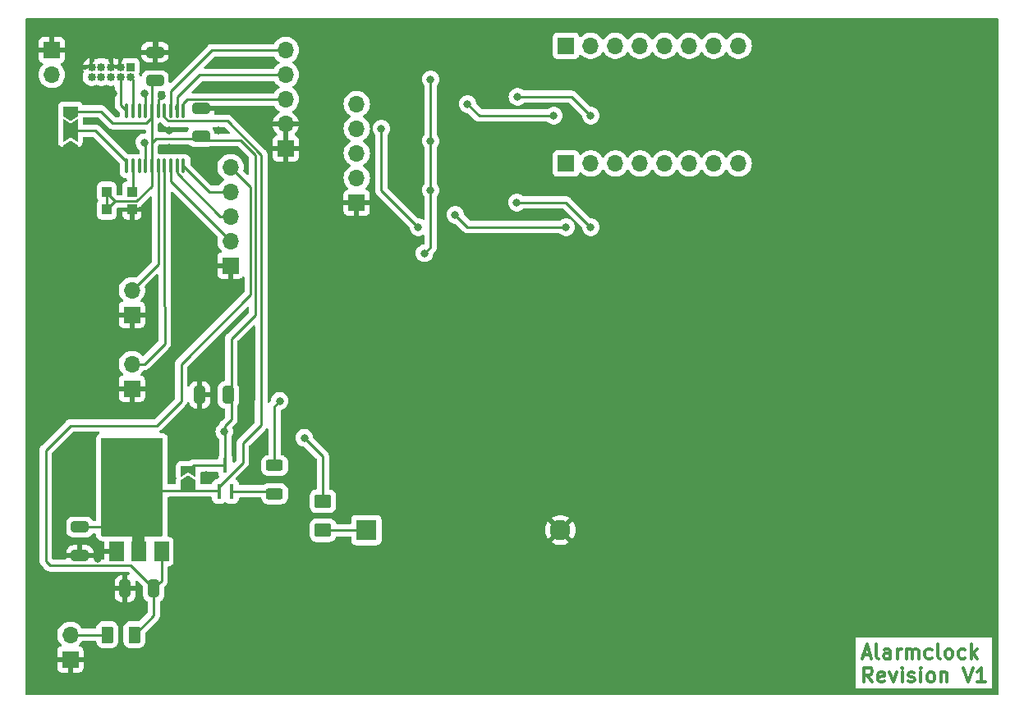
<source format=gbr>
%TF.GenerationSoftware,KiCad,Pcbnew,7.0.8-7.0.8~ubuntu20.04.1*%
%TF.CreationDate,2023-10-10T13:21:00+02:00*%
%TF.ProjectId,alarmclock,616c6172-6d63-46c6-9f63-6b2e6b696361,rev?*%
%TF.SameCoordinates,Original*%
%TF.FileFunction,Copper,L1,Top*%
%TF.FilePolarity,Positive*%
%FSLAX46Y46*%
G04 Gerber Fmt 4.6, Leading zero omitted, Abs format (unit mm)*
G04 Created by KiCad (PCBNEW 7.0.8-7.0.8~ubuntu20.04.1) date 2023-10-10 13:21:00*
%MOMM*%
%LPD*%
G01*
G04 APERTURE LIST*
G04 Aperture macros list*
%AMRoundRect*
0 Rectangle with rounded corners*
0 $1 Rounding radius*
0 $2 $3 $4 $5 $6 $7 $8 $9 X,Y pos of 4 corners*
0 Add a 4 corners polygon primitive as box body*
4,1,4,$2,$3,$4,$5,$6,$7,$8,$9,$2,$3,0*
0 Add four circle primitives for the rounded corners*
1,1,$1+$1,$2,$3*
1,1,$1+$1,$4,$5*
1,1,$1+$1,$6,$7*
1,1,$1+$1,$8,$9*
0 Add four rect primitives between the rounded corners*
20,1,$1+$1,$2,$3,$4,$5,0*
20,1,$1+$1,$4,$5,$6,$7,0*
20,1,$1+$1,$6,$7,$8,$9,0*
20,1,$1+$1,$8,$9,$2,$3,0*%
%AMFreePoly0*
4,1,6,1.000000,0.000000,0.500000,-0.750000,-0.500000,-0.750000,-0.500000,0.750000,0.500000,0.750000,1.000000,0.000000,1.000000,0.000000,$1*%
%AMFreePoly1*
4,1,6,0.500000,-0.750000,-0.650000,-0.750000,-0.150000,0.000000,-0.650000,0.750000,0.500000,0.750000,0.500000,-0.750000,0.500000,-0.750000,$1*%
%AMFreePoly2*
4,1,7,0.700000,0.000000,1.200000,-0.750000,-1.200000,-0.750000,-0.700000,0.000000,-1.200000,0.750000,1.200000,0.750000,0.700000,0.000000,0.700000,0.000000,$1*%
G04 Aperture macros list end*
%ADD10C,0.300000*%
%TA.AperFunction,NonConductor*%
%ADD11C,0.300000*%
%TD*%
%TA.AperFunction,SMDPad,CuDef*%
%ADD12R,0.990600X1.041400*%
%TD*%
%TA.AperFunction,SMDPad,CuDef*%
%ADD13RoundRect,0.250000X0.650000X-0.325000X0.650000X0.325000X-0.650000X0.325000X-0.650000X-0.325000X0*%
%TD*%
%TA.AperFunction,ComponentPad*%
%ADD14C,2.100000*%
%TD*%
%TA.AperFunction,ComponentPad*%
%ADD15R,2.100000X2.100000*%
%TD*%
%TA.AperFunction,ComponentPad*%
%ADD16R,1.700000X1.700000*%
%TD*%
%TA.AperFunction,ComponentPad*%
%ADD17O,1.700000X1.700000*%
%TD*%
%TA.AperFunction,SMDPad,CuDef*%
%ADD18RoundRect,0.250000X-0.650000X0.325000X-0.650000X-0.325000X0.650000X-0.325000X0.650000X0.325000X0*%
%TD*%
%TA.AperFunction,ComponentPad*%
%ADD19R,0.850000X0.850000*%
%TD*%
%TA.AperFunction,ComponentPad*%
%ADD20O,0.850000X0.850000*%
%TD*%
%TA.AperFunction,SMDPad,CuDef*%
%ADD21FreePoly0,90.000000*%
%TD*%
%TA.AperFunction,SMDPad,CuDef*%
%ADD22FreePoly1,90.000000*%
%TD*%
%TA.AperFunction,SMDPad,CuDef*%
%ADD23R,0.450000X1.500000*%
%TD*%
%TA.AperFunction,SMDPad,CuDef*%
%ADD24FreePoly0,270.000000*%
%TD*%
%TA.AperFunction,SMDPad,CuDef*%
%ADD25FreePoly2,270.000000*%
%TD*%
%TA.AperFunction,SMDPad,CuDef*%
%ADD26R,1.500000X2.000000*%
%TD*%
%TA.AperFunction,SMDPad,CuDef*%
%ADD27R,3.800000X2.000000*%
%TD*%
%TA.AperFunction,SMDPad,CuDef*%
%ADD28RoundRect,0.250000X0.325000X0.650000X-0.325000X0.650000X-0.325000X-0.650000X0.325000X-0.650000X0*%
%TD*%
%TA.AperFunction,SMDPad,CuDef*%
%ADD29RoundRect,0.250000X0.625000X-0.312500X0.625000X0.312500X-0.625000X0.312500X-0.625000X-0.312500X0*%
%TD*%
%TA.AperFunction,SMDPad,CuDef*%
%ADD30RoundRect,0.250000X-0.375000X-0.625000X0.375000X-0.625000X0.375000X0.625000X-0.375000X0.625000X0*%
%TD*%
%TA.AperFunction,SMDPad,CuDef*%
%ADD31RoundRect,0.250001X-0.624999X0.462499X-0.624999X-0.462499X0.624999X-0.462499X0.624999X0.462499X0*%
%TD*%
%TA.AperFunction,SMDPad,CuDef*%
%ADD32RoundRect,0.100000X0.100000X-0.637500X0.100000X0.637500X-0.100000X0.637500X-0.100000X-0.637500X0*%
%TD*%
%TA.AperFunction,ViaPad*%
%ADD33C,0.800000*%
%TD*%
%TA.AperFunction,Conductor*%
%ADD34C,0.250000*%
%TD*%
G04 APERTURE END LIST*
D10*
D11*
X143993082Y-145547257D02*
X144707368Y-145547257D01*
X143850225Y-145975828D02*
X144350225Y-144475828D01*
X144350225Y-144475828D02*
X144850225Y-145975828D01*
X145564510Y-145975828D02*
X145421653Y-145904400D01*
X145421653Y-145904400D02*
X145350224Y-145761542D01*
X145350224Y-145761542D02*
X145350224Y-144475828D01*
X146778796Y-145975828D02*
X146778796Y-145190114D01*
X146778796Y-145190114D02*
X146707367Y-145047257D01*
X146707367Y-145047257D02*
X146564510Y-144975828D01*
X146564510Y-144975828D02*
X146278796Y-144975828D01*
X146278796Y-144975828D02*
X146135938Y-145047257D01*
X146778796Y-145904400D02*
X146635938Y-145975828D01*
X146635938Y-145975828D02*
X146278796Y-145975828D01*
X146278796Y-145975828D02*
X146135938Y-145904400D01*
X146135938Y-145904400D02*
X146064510Y-145761542D01*
X146064510Y-145761542D02*
X146064510Y-145618685D01*
X146064510Y-145618685D02*
X146135938Y-145475828D01*
X146135938Y-145475828D02*
X146278796Y-145404400D01*
X146278796Y-145404400D02*
X146635938Y-145404400D01*
X146635938Y-145404400D02*
X146778796Y-145332971D01*
X147493081Y-145975828D02*
X147493081Y-144975828D01*
X147493081Y-145261542D02*
X147564510Y-145118685D01*
X147564510Y-145118685D02*
X147635939Y-145047257D01*
X147635939Y-145047257D02*
X147778796Y-144975828D01*
X147778796Y-144975828D02*
X147921653Y-144975828D01*
X148421652Y-145975828D02*
X148421652Y-144975828D01*
X148421652Y-145118685D02*
X148493081Y-145047257D01*
X148493081Y-145047257D02*
X148635938Y-144975828D01*
X148635938Y-144975828D02*
X148850224Y-144975828D01*
X148850224Y-144975828D02*
X148993081Y-145047257D01*
X148993081Y-145047257D02*
X149064510Y-145190114D01*
X149064510Y-145190114D02*
X149064510Y-145975828D01*
X149064510Y-145190114D02*
X149135938Y-145047257D01*
X149135938Y-145047257D02*
X149278795Y-144975828D01*
X149278795Y-144975828D02*
X149493081Y-144975828D01*
X149493081Y-144975828D02*
X149635938Y-145047257D01*
X149635938Y-145047257D02*
X149707367Y-145190114D01*
X149707367Y-145190114D02*
X149707367Y-145975828D01*
X151064510Y-145904400D02*
X150921652Y-145975828D01*
X150921652Y-145975828D02*
X150635938Y-145975828D01*
X150635938Y-145975828D02*
X150493081Y-145904400D01*
X150493081Y-145904400D02*
X150421652Y-145832971D01*
X150421652Y-145832971D02*
X150350224Y-145690114D01*
X150350224Y-145690114D02*
X150350224Y-145261542D01*
X150350224Y-145261542D02*
X150421652Y-145118685D01*
X150421652Y-145118685D02*
X150493081Y-145047257D01*
X150493081Y-145047257D02*
X150635938Y-144975828D01*
X150635938Y-144975828D02*
X150921652Y-144975828D01*
X150921652Y-144975828D02*
X151064510Y-145047257D01*
X151921652Y-145975828D02*
X151778795Y-145904400D01*
X151778795Y-145904400D02*
X151707366Y-145761542D01*
X151707366Y-145761542D02*
X151707366Y-144475828D01*
X152707366Y-145975828D02*
X152564509Y-145904400D01*
X152564509Y-145904400D02*
X152493080Y-145832971D01*
X152493080Y-145832971D02*
X152421652Y-145690114D01*
X152421652Y-145690114D02*
X152421652Y-145261542D01*
X152421652Y-145261542D02*
X152493080Y-145118685D01*
X152493080Y-145118685D02*
X152564509Y-145047257D01*
X152564509Y-145047257D02*
X152707366Y-144975828D01*
X152707366Y-144975828D02*
X152921652Y-144975828D01*
X152921652Y-144975828D02*
X153064509Y-145047257D01*
X153064509Y-145047257D02*
X153135938Y-145118685D01*
X153135938Y-145118685D02*
X153207366Y-145261542D01*
X153207366Y-145261542D02*
X153207366Y-145690114D01*
X153207366Y-145690114D02*
X153135938Y-145832971D01*
X153135938Y-145832971D02*
X153064509Y-145904400D01*
X153064509Y-145904400D02*
X152921652Y-145975828D01*
X152921652Y-145975828D02*
X152707366Y-145975828D01*
X154493081Y-145904400D02*
X154350223Y-145975828D01*
X154350223Y-145975828D02*
X154064509Y-145975828D01*
X154064509Y-145975828D02*
X153921652Y-145904400D01*
X153921652Y-145904400D02*
X153850223Y-145832971D01*
X153850223Y-145832971D02*
X153778795Y-145690114D01*
X153778795Y-145690114D02*
X153778795Y-145261542D01*
X153778795Y-145261542D02*
X153850223Y-145118685D01*
X153850223Y-145118685D02*
X153921652Y-145047257D01*
X153921652Y-145047257D02*
X154064509Y-144975828D01*
X154064509Y-144975828D02*
X154350223Y-144975828D01*
X154350223Y-144975828D02*
X154493081Y-145047257D01*
X155135937Y-145975828D02*
X155135937Y-144475828D01*
X155278795Y-145404400D02*
X155707366Y-145975828D01*
X155707366Y-144975828D02*
X155135937Y-145547257D01*
X144921653Y-148390828D02*
X144421653Y-147676542D01*
X144064510Y-148390828D02*
X144064510Y-146890828D01*
X144064510Y-146890828D02*
X144635939Y-146890828D01*
X144635939Y-146890828D02*
X144778796Y-146962257D01*
X144778796Y-146962257D02*
X144850225Y-147033685D01*
X144850225Y-147033685D02*
X144921653Y-147176542D01*
X144921653Y-147176542D02*
X144921653Y-147390828D01*
X144921653Y-147390828D02*
X144850225Y-147533685D01*
X144850225Y-147533685D02*
X144778796Y-147605114D01*
X144778796Y-147605114D02*
X144635939Y-147676542D01*
X144635939Y-147676542D02*
X144064510Y-147676542D01*
X146135939Y-148319400D02*
X145993082Y-148390828D01*
X145993082Y-148390828D02*
X145707368Y-148390828D01*
X145707368Y-148390828D02*
X145564510Y-148319400D01*
X145564510Y-148319400D02*
X145493082Y-148176542D01*
X145493082Y-148176542D02*
X145493082Y-147605114D01*
X145493082Y-147605114D02*
X145564510Y-147462257D01*
X145564510Y-147462257D02*
X145707368Y-147390828D01*
X145707368Y-147390828D02*
X145993082Y-147390828D01*
X145993082Y-147390828D02*
X146135939Y-147462257D01*
X146135939Y-147462257D02*
X146207368Y-147605114D01*
X146207368Y-147605114D02*
X146207368Y-147747971D01*
X146207368Y-147747971D02*
X145493082Y-147890828D01*
X146707367Y-147390828D02*
X147064510Y-148390828D01*
X147064510Y-148390828D02*
X147421653Y-147390828D01*
X147993081Y-148390828D02*
X147993081Y-147390828D01*
X147993081Y-146890828D02*
X147921653Y-146962257D01*
X147921653Y-146962257D02*
X147993081Y-147033685D01*
X147993081Y-147033685D02*
X148064510Y-146962257D01*
X148064510Y-146962257D02*
X147993081Y-146890828D01*
X147993081Y-146890828D02*
X147993081Y-147033685D01*
X148635939Y-148319400D02*
X148778796Y-148390828D01*
X148778796Y-148390828D02*
X149064510Y-148390828D01*
X149064510Y-148390828D02*
X149207367Y-148319400D01*
X149207367Y-148319400D02*
X149278796Y-148176542D01*
X149278796Y-148176542D02*
X149278796Y-148105114D01*
X149278796Y-148105114D02*
X149207367Y-147962257D01*
X149207367Y-147962257D02*
X149064510Y-147890828D01*
X149064510Y-147890828D02*
X148850225Y-147890828D01*
X148850225Y-147890828D02*
X148707367Y-147819400D01*
X148707367Y-147819400D02*
X148635939Y-147676542D01*
X148635939Y-147676542D02*
X148635939Y-147605114D01*
X148635939Y-147605114D02*
X148707367Y-147462257D01*
X148707367Y-147462257D02*
X148850225Y-147390828D01*
X148850225Y-147390828D02*
X149064510Y-147390828D01*
X149064510Y-147390828D02*
X149207367Y-147462257D01*
X149921653Y-148390828D02*
X149921653Y-147390828D01*
X149921653Y-146890828D02*
X149850225Y-146962257D01*
X149850225Y-146962257D02*
X149921653Y-147033685D01*
X149921653Y-147033685D02*
X149993082Y-146962257D01*
X149993082Y-146962257D02*
X149921653Y-146890828D01*
X149921653Y-146890828D02*
X149921653Y-147033685D01*
X150850225Y-148390828D02*
X150707368Y-148319400D01*
X150707368Y-148319400D02*
X150635939Y-148247971D01*
X150635939Y-148247971D02*
X150564511Y-148105114D01*
X150564511Y-148105114D02*
X150564511Y-147676542D01*
X150564511Y-147676542D02*
X150635939Y-147533685D01*
X150635939Y-147533685D02*
X150707368Y-147462257D01*
X150707368Y-147462257D02*
X150850225Y-147390828D01*
X150850225Y-147390828D02*
X151064511Y-147390828D01*
X151064511Y-147390828D02*
X151207368Y-147462257D01*
X151207368Y-147462257D02*
X151278797Y-147533685D01*
X151278797Y-147533685D02*
X151350225Y-147676542D01*
X151350225Y-147676542D02*
X151350225Y-148105114D01*
X151350225Y-148105114D02*
X151278797Y-148247971D01*
X151278797Y-148247971D02*
X151207368Y-148319400D01*
X151207368Y-148319400D02*
X151064511Y-148390828D01*
X151064511Y-148390828D02*
X150850225Y-148390828D01*
X151993082Y-147390828D02*
X151993082Y-148390828D01*
X151993082Y-147533685D02*
X152064511Y-147462257D01*
X152064511Y-147462257D02*
X152207368Y-147390828D01*
X152207368Y-147390828D02*
X152421654Y-147390828D01*
X152421654Y-147390828D02*
X152564511Y-147462257D01*
X152564511Y-147462257D02*
X152635940Y-147605114D01*
X152635940Y-147605114D02*
X152635940Y-148390828D01*
X154278797Y-146890828D02*
X154778797Y-148390828D01*
X154778797Y-148390828D02*
X155278797Y-146890828D01*
X156564511Y-148390828D02*
X155707368Y-148390828D01*
X156135939Y-148390828D02*
X156135939Y-146890828D01*
X156135939Y-146890828D02*
X155993082Y-147105114D01*
X155993082Y-147105114D02*
X155850225Y-147247971D01*
X155850225Y-147247971D02*
X155707368Y-147319400D01*
D12*
%TO.P,X2,4,SUPPLY*%
%TO.N,+BATT*%
X65980000Y-97790000D03*
%TO.P,X2,3,OUTPUT*%
%TO.N,OSC_IN*%
X68580000Y-97790000D03*
%TO.P,X2,2,GND*%
%TO.N,GND*%
X68580000Y-99639998D03*
%TO.P,X2,1,OUTPUT_ENABLE*%
%TO.N,+BATT*%
X65980000Y-99639998D03*
%TD*%
D13*
%TO.P,C5,1*%
%TO.N,+BATT*%
X75692000Y-92104000D03*
%TO.P,C5,2*%
%TO.N,GND*%
X75692000Y-89154000D03*
%TD*%
D14*
%TO.P,BT1,2,-*%
%TO.N,GND*%
X112755914Y-132715000D03*
D15*
%TO.P,BT1,1,+*%
%TO.N,Net-(BT1-+)*%
X92755914Y-132715000D03*
%TD*%
D16*
%TO.P,J4,1,Pin_1*%
%TO.N,Net-(J4-Pin_1)*%
X113350000Y-94880000D03*
D17*
%TO.P,J4,2,Pin_2*%
%TO.N,Net-(J4-Pin_2)*%
X115890000Y-94880000D03*
%TO.P,J4,3,Pin_3*%
%TO.N,Net-(J4-Pin_3)*%
X118430000Y-94880000D03*
%TO.P,J4,4,Pin_4*%
%TO.N,Net-(J4-Pin_4)*%
X120970000Y-94880000D03*
%TO.P,J4,5,Pin_5*%
%TO.N,Net-(J4-Pin_5)*%
X123510000Y-94880000D03*
%TO.P,J4,6,Pin_6*%
%TO.N,Net-(J4-Pin_6)*%
X126050000Y-94880000D03*
%TO.P,J4,7,Pin_7*%
%TO.N,Net-(J4-Pin_7)*%
X128590000Y-94880000D03*
%TO.P,J4,8,Pin_8*%
%TO.N,Net-(J4-Pin_8)*%
X131130000Y-94880000D03*
%TD*%
D18*
%TO.P,C11,1*%
%TO.N,+3.3V*%
X63210000Y-132395000D03*
%TO.P,C11,2*%
%TO.N,GND*%
X63210000Y-135345000D03*
%TD*%
D16*
%TO.P,BZ1,1,-*%
%TO.N,GND*%
X68580000Y-110490000D03*
D17*
%TO.P,BZ1,2,+*%
%TO.N,Alarm*%
X68580000Y-107950000D03*
%TD*%
D16*
%TO.P,J7,1,Pin_1*%
%TO.N,GND*%
X78740000Y-105410000D03*
D17*
%TO.P,J7,2,Pin_2*%
%TO.N,SRCLK*%
X78740000Y-102870000D03*
%TO.P,J7,3,Pin_3*%
%TO.N,RCLK*%
X78740000Y-100330000D03*
%TO.P,J7,4,Pin_4*%
%TO.N,SHIFT_IN*%
X78740000Y-97790000D03*
%TO.P,J7,5,Pin_5*%
%TO.N,+5V*%
X78740000Y-95250000D03*
%TD*%
D19*
%TO.P,J2,1,Pin_1*%
%TO.N,+3V3*%
X68430000Y-84935000D03*
D20*
%TO.P,J2,2,Pin_2*%
%TO.N,SWDIO*%
X68430000Y-85935000D03*
%TO.P,J2,3,Pin_3*%
%TO.N,GND*%
X67430000Y-84935000D03*
%TO.P,J2,4,Pin_4*%
%TO.N,SWCLK*%
X67430000Y-85935000D03*
%TO.P,J2,5,Pin_5*%
%TO.N,GND*%
X66430000Y-84935000D03*
%TO.P,J2,6,Pin_6*%
%TO.N,unconnected-(J2-Pin_6-Pad6)*%
X66430000Y-85935000D03*
%TO.P,J2,7,Pin_7*%
%TO.N,unconnected-(J2-Pin_7-Pad7)*%
X65430000Y-84935000D03*
%TO.P,J2,8,Pin_8*%
%TO.N,unconnected-(J2-Pin_8-Pad8)*%
X65430000Y-85935000D03*
%TO.P,J2,9,Pin_9*%
%TO.N,GND*%
X64430000Y-84935000D03*
%TO.P,J2,10,Pin_10*%
%TO.N,NRST*%
X64430000Y-85935000D03*
%TD*%
D16*
%TO.P,J8,1,Pin_1*%
%TO.N,GND*%
X84455000Y-93345000D03*
D17*
%TO.P,J8,2,Pin_2*%
X84455000Y-90805000D03*
%TO.P,J8,3,Pin_3*%
%TO.N,Rotary_B*%
X84455000Y-88265000D03*
%TO.P,J8,4,Pin_4*%
%TO.N,Switch_Encoder*%
X84455000Y-85725000D03*
%TO.P,J8,5,Pin_5*%
%TO.N,Rotary_A*%
X84455000Y-83185000D03*
%TD*%
D21*
%TO.P,JP1,1,A*%
%TO.N,+3.3V*%
X74400000Y-128040000D03*
D22*
%TO.P,JP1,2,B*%
%TO.N,+BATT*%
X74400000Y-126590000D03*
%TD*%
D16*
%TO.P,J3,1,Pin_1*%
%TO.N,Net-(J3-Pin_1)*%
X113350000Y-82730000D03*
D17*
%TO.P,J3,2,Pin_2*%
%TO.N,Net-(J3-Pin_2)*%
X115890000Y-82730000D03*
%TO.P,J3,3,Pin_3*%
%TO.N,Net-(J3-Pin_3)*%
X118430000Y-82730000D03*
%TO.P,J3,4,Pin_4*%
%TO.N,Net-(J3-Pin_4)*%
X120970000Y-82730000D03*
%TO.P,J3,5,Pin_5*%
%TO.N,Net-(J3-Pin_5)*%
X123510000Y-82730000D03*
%TO.P,J3,6,Pin_6*%
%TO.N,Net-(J3-Pin_6)*%
X126050000Y-82730000D03*
%TO.P,J3,7,Pin_7*%
%TO.N,Net-(J3-Pin_7)*%
X128590000Y-82730000D03*
%TO.P,J3,8,Pin_8*%
%TO.N,Net-(J3-Pin_8)*%
X131130000Y-82730000D03*
%TD*%
D23*
%TO.P,Q1,1,D*%
%TO.N,+3.3V*%
X77560000Y-128705000D03*
%TO.P,Q1,2,G*%
%TO.N,Net-(Q1-G)*%
X78860000Y-128705000D03*
%TO.P,Q1,3,S*%
%TO.N,+BATT*%
X78210000Y-126045000D03*
%TD*%
D16*
%TO.P,J1,1,Pin_1*%
%TO.N,GND*%
X62230000Y-146050000D03*
D17*
%TO.P,J1,2,Pin_2*%
%TO.N,Net-(J1-Pin_2)*%
X62230000Y-143510000D03*
%TD*%
D24*
%TO.P,JP2,1,A*%
%TO.N,+BATT*%
X62230000Y-89485000D03*
D25*
%TO.P,JP2,2,C*%
%TO.N,BOOT0*%
X62230000Y-91485000D03*
D21*
%TO.P,JP2,3,B*%
%TO.N,GND*%
X62230000Y-93485000D03*
%TD*%
D13*
%TO.P,C6,1*%
%TO.N,+BATT*%
X70970000Y-86345000D03*
%TO.P,C6,2*%
%TO.N,GND*%
X70970000Y-83395000D03*
%TD*%
D26*
%TO.P,U4,1,GND*%
%TO.N,GND*%
X67020000Y-134935000D03*
%TO.P,U4,2,VO*%
%TO.N,+3.3V*%
X69320000Y-134935000D03*
D27*
X69320000Y-128635000D03*
D26*
%TO.P,U4,3,VI*%
%TO.N,+5V*%
X71620000Y-134935000D03*
%TD*%
D28*
%TO.P,C4,1*%
%TO.N,+BATT*%
X78515000Y-118745000D03*
%TO.P,C4,2*%
%TO.N,GND*%
X75565000Y-118745000D03*
%TD*%
D16*
%TO.P,J5,1,Pin_1*%
%TO.N,GND*%
X68580000Y-118110000D03*
D17*
%TO.P,J5,2,Pin_2*%
%TO.N,Mute_button*%
X68580000Y-115570000D03*
%TD*%
D29*
%TO.P,R1,1*%
%TO.N,Net-(Q1-G)*%
X83290000Y-128970000D03*
%TO.P,R1,2*%
%TO.N,Vbat_enable*%
X83290000Y-126045000D03*
%TD*%
D30*
%TO.P,F1,1*%
%TO.N,Net-(J1-Pin_2)*%
X66040000Y-143510000D03*
%TO.P,F1,2*%
%TO.N,+5V*%
X68840000Y-143510000D03*
%TD*%
D28*
%TO.P,C10,1*%
%TO.N,+5V*%
X70830000Y-138745000D03*
%TO.P,C10,2*%
%TO.N,GND*%
X67880000Y-138745000D03*
%TD*%
D31*
%TO.P,D1,1,K*%
%TO.N,+BATT*%
X88265000Y-129740000D03*
%TO.P,D1,2,A*%
%TO.N,Net-(BT1-+)*%
X88265000Y-132715000D03*
%TD*%
D16*
%TO.P,SW2,1,1*%
%TO.N,GND*%
X60325000Y-83180000D03*
D17*
%TO.P,SW2,2,2*%
%TO.N,NRST*%
X60325000Y-85720000D03*
%TD*%
D32*
%TO.P,U1,1,BOOT0*%
%TO.N,BOOT0*%
X68045000Y-95147500D03*
%TO.P,U1,2,PC14*%
%TO.N,OSC_IN*%
X68695000Y-95147500D03*
%TO.P,U1,3,PC15*%
%TO.N,unconnected-(U1-PC15-Pad3)*%
X69345000Y-95147500D03*
%TO.P,U1,4,NRST*%
%TO.N,NRST*%
X69995000Y-95147500D03*
%TO.P,U1,5,VDDA*%
%TO.N,+BATT*%
X70645000Y-95147500D03*
%TO.P,U1,6,PA0*%
%TO.N,Alarm*%
X71295000Y-95147500D03*
%TO.P,U1,7,PA1*%
%TO.N,Mute_button*%
X71945000Y-95147500D03*
%TO.P,U1,8,PA2*%
%TO.N,SRCLK*%
X72595000Y-95147500D03*
%TO.P,U1,9,PA3*%
%TO.N,RCLK*%
X73245000Y-95147500D03*
%TO.P,U1,10,PA4*%
%TO.N,SHIFT_IN*%
X73895000Y-95147500D03*
%TO.P,U1,11,PA5*%
%TO.N,Rotary_B*%
X73895000Y-89422500D03*
%TO.P,U1,12,PA6*%
%TO.N,Switch_Encoder*%
X73245000Y-89422500D03*
%TO.P,U1,13,PA7*%
%TO.N,Rotary_A*%
X72595000Y-89422500D03*
%TO.P,U1,14,PB1*%
%TO.N,+3.3V*%
X71945000Y-89422500D03*
%TO.P,U1,15,VSS*%
%TO.N,GND*%
X71295000Y-89422500D03*
%TO.P,U1,16,VDD*%
%TO.N,+BATT*%
X70645000Y-89422500D03*
%TO.P,U1,17,PA9*%
%TO.N,Vbat_enable*%
X69995000Y-89422500D03*
%TO.P,U1,18,PA10*%
%TO.N,unconnected-(U1-PA10-Pad18)*%
X69345000Y-89422500D03*
%TO.P,U1,19,PA13*%
%TO.N,SWDIO*%
X68695000Y-89422500D03*
%TO.P,U1,20,PA14*%
%TO.N,SWCLK*%
X68045000Y-89422500D03*
%TD*%
D16*
%TO.P,J6,1,Pin_1*%
%TO.N,GND*%
X91760000Y-98910000D03*
D17*
%TO.P,J6,2,Pin_2*%
%TO.N,SRCLK_DIS*%
X91760000Y-96370000D03*
%TO.P,J6,3,Pin_3*%
%TO.N,RCLK_DIS*%
X91760000Y-93830000D03*
%TO.P,J6,4,Pin_4*%
%TO.N,SHIFT_IN_DIS*%
X91760000Y-91290000D03*
%TO.P,J6,5,Pin_5*%
%TO.N,+5V*%
X91760000Y-88750000D03*
%TD*%
D33*
%TO.N,GND*%
X71120000Y-81915000D03*
X80010000Y-114300000D03*
X72390000Y-91440000D03*
X72390000Y-93218000D03*
X76200000Y-127000000D03*
X77470000Y-91440000D03*
X65024000Y-135636000D03*
X66675000Y-87630000D03*
X68580000Y-92964000D03*
X71628000Y-87884000D03*
X65786000Y-94234000D03*
X76200000Y-127000000D03*
X80010000Y-86995000D03*
X80010000Y-84455000D03*
X76200000Y-127000000D03*
X75565000Y-120650000D03*
%TO.N,+5V*%
X98745000Y-104140000D03*
X99380000Y-97640000D03*
X99380000Y-92560000D03*
X99380000Y-86210000D03*
%TO.N,+BATT*%
X78105000Y-122555000D03*
X86360000Y-123190000D03*
%TO.N,NRST*%
X69850000Y-92710000D03*
%TO.N,+3.3V*%
X66675000Y-130810000D03*
X67945000Y-132080000D03*
X70485000Y-126365000D03*
X69215000Y-130810000D03*
X66675000Y-125095000D03*
X69215000Y-125095000D03*
X70485000Y-132080000D03*
X67945000Y-125095000D03*
X69215000Y-126365000D03*
X66675000Y-132080000D03*
X67945000Y-126365000D03*
X67945000Y-130810000D03*
X70485000Y-125095000D03*
X69215000Y-132080000D03*
X70485000Y-130810000D03*
X66675000Y-126365000D03*
%TO.N,Vbat_enable*%
X83820000Y-119380000D03*
X69850000Y-87630000D03*
%TO.N,Net-(U2-QA)*%
X112080000Y-89945500D03*
X103190000Y-88750000D03*
%TO.N,Net-(U2-QB)*%
X108337000Y-87995500D03*
X115890000Y-89945500D03*
%TO.N,Net-(U3-QA)*%
X101920000Y-100180000D03*
X113350000Y-101450000D03*
%TO.N,Net-(U3-QB)*%
X115890000Y-101450000D03*
X108270000Y-98910000D03*
%TO.N,RCLK_DIS*%
X98110000Y-101450000D03*
X94300000Y-91290000D03*
%TD*%
D34*
%TO.N,+BATT*%
X65980000Y-99639998D02*
X65980000Y-97790000D01*
X65980000Y-97790000D02*
X65980000Y-97948598D01*
X65980000Y-97948598D02*
X66825700Y-98794298D01*
X70645000Y-95147500D02*
X70645000Y-97200620D01*
X70645000Y-97200620D02*
X69051322Y-98794298D01*
X69051322Y-98794298D02*
X66825700Y-98794298D01*
X66825700Y-98794298D02*
X65980000Y-99639998D01*
%TO.N,OSC_IN*%
X68695000Y-95147500D02*
X68695000Y-97675000D01*
X68695000Y-97675000D02*
X68580000Y-97790000D01*
%TO.N,Alarm*%
X71295000Y-105235000D02*
X68580000Y-107950000D01*
X71295000Y-95147500D02*
X71295000Y-105235000D01*
%TO.N,GND*%
X71295000Y-89422500D02*
X71295000Y-88217000D01*
X63210000Y-135140000D02*
X63415000Y-134935000D01*
X71120000Y-83245000D02*
X70970000Y-83395000D01*
X71374000Y-88138000D02*
X71295000Y-88217000D01*
X65024000Y-135382000D02*
X65024000Y-135636000D01*
X67880000Y-138745000D02*
X68290000Y-139155000D01*
X71120000Y-81915000D02*
X71120000Y-83245000D01*
X63210000Y-135345000D02*
X63247000Y-135382000D01*
X71295000Y-88217000D02*
X71628000Y-87884000D01*
X75565000Y-118745000D02*
X75565000Y-120650000D01*
%TO.N,+5V*%
X59690000Y-124460000D02*
X62230000Y-121920000D01*
X70830000Y-141520000D02*
X68840000Y-143510000D01*
X99380000Y-103505000D02*
X98745000Y-104140000D01*
X70830000Y-138745000D02*
X68446000Y-136361000D01*
X73660000Y-115570000D02*
X80830000Y-108400000D01*
X99380000Y-97640000D02*
X99380000Y-86210000D01*
X71120000Y-121920000D02*
X73660000Y-119380000D01*
X70830000Y-138745000D02*
X71620000Y-137955000D01*
X68446000Y-136361000D02*
X60161000Y-136361000D01*
X80830000Y-108400000D02*
X80830000Y-97340000D01*
X71620000Y-137955000D02*
X71620000Y-137160000D01*
X73660000Y-119380000D02*
X73660000Y-115570000D01*
X99380000Y-97640000D02*
X99380000Y-103505000D01*
X59690000Y-135890000D02*
X59690000Y-124460000D01*
X60161000Y-136361000D02*
X59690000Y-135890000D01*
X62230000Y-121920000D02*
X71120000Y-121920000D01*
X70830000Y-138745000D02*
X70830000Y-141520000D01*
X80830000Y-97340000D02*
X78740000Y-95250000D01*
X71620000Y-134485000D02*
X71620000Y-134935000D01*
X71620000Y-137160000D02*
X71620000Y-134935000D01*
%TO.N,+BATT*%
X81280000Y-93980000D02*
X79756000Y-92456000D01*
X76044000Y-92456000D02*
X75692000Y-92104000D01*
X70090000Y-90715000D02*
X70645000Y-90160000D01*
X74945000Y-126045000D02*
X78210000Y-126045000D01*
X66585000Y-90715000D02*
X70090000Y-90715000D01*
X70645000Y-92710000D02*
X70645000Y-95147500D01*
X81280000Y-110490000D02*
X81280000Y-93980000D01*
X78210000Y-126045000D02*
X78210000Y-121920000D01*
X79756000Y-92456000D02*
X76044000Y-92456000D01*
X78830000Y-121300000D02*
X78830000Y-112940000D01*
X74400000Y-126590000D02*
X74945000Y-126045000D01*
X70645000Y-86260000D02*
X70645000Y-89422500D01*
X71070000Y-92285000D02*
X70645000Y-92710000D01*
X78210000Y-121920000D02*
X78830000Y-121300000D01*
X65355000Y-89485000D02*
X66585000Y-90715000D01*
X70970000Y-85935000D02*
X70645000Y-86260000D01*
X62230000Y-89485000D02*
X65355000Y-89485000D01*
X70645000Y-90160000D02*
X70645000Y-89422500D01*
X88265000Y-125095000D02*
X86360000Y-123190000D01*
X75730000Y-92285000D02*
X71070000Y-92285000D01*
X88265000Y-129740000D02*
X88265000Y-125095000D01*
X70560000Y-89337500D02*
X70645000Y-89422500D01*
X78830000Y-112940000D02*
X81280000Y-110490000D01*
X70645000Y-89422500D02*
X70645000Y-92710000D01*
%TO.N,NRST*%
X69995000Y-92855000D02*
X69850000Y-92710000D01*
X69995000Y-95147500D02*
X69995000Y-92855000D01*
%TO.N,+3.3V*%
X69320000Y-128635000D02*
X77490000Y-128635000D01*
X80010000Y-123765000D02*
X81900000Y-121875000D01*
X77490000Y-128635000D02*
X77560000Y-128705000D01*
X71945000Y-90111041D02*
X71945000Y-89422500D01*
X72318959Y-90485000D02*
X71945000Y-90111041D01*
X77560000Y-128180000D02*
X80010000Y-125730000D01*
X63210000Y-132395000D02*
X66780000Y-132395000D01*
X78421396Y-90485000D02*
X72318959Y-90485000D01*
X81915000Y-93978604D02*
X78421396Y-90485000D01*
X77560000Y-128705000D02*
X77560000Y-128180000D01*
X81915000Y-119380000D02*
X81915000Y-93978604D01*
X80010000Y-125730000D02*
X80010000Y-123765000D01*
X81900000Y-121875000D02*
X81900000Y-119415000D01*
%TO.N,Net-(BT1-+)*%
X88265000Y-132715000D02*
X92755914Y-132715000D01*
%TO.N,SWDIO*%
X68695000Y-86200000D02*
X68430000Y-85935000D01*
X68695000Y-89422500D02*
X68695000Y-86200000D01*
%TO.N,SWCLK*%
X67430000Y-88807500D02*
X67430000Y-85935000D01*
X68045000Y-89422500D02*
X67430000Y-88807500D01*
%TO.N,BOOT0*%
X62230000Y-91485000D02*
X64815000Y-91485000D01*
X64815000Y-91485000D02*
X67945000Y-94615000D01*
%TO.N,Net-(Q1-G)*%
X83025000Y-128705000D02*
X78860000Y-128705000D01*
X83290000Y-128970000D02*
X83025000Y-128705000D01*
%TO.N,Vbat_enable*%
X83290000Y-126045000D02*
X83290000Y-119910000D01*
X69850000Y-87630000D02*
X69995000Y-87775000D01*
X83290000Y-119910000D02*
X83820000Y-119380000D01*
X69995000Y-87775000D02*
X69995000Y-89422500D01*
%TO.N,Net-(J1-Pin_2)*%
X66040000Y-143510000D02*
X62230000Y-143510000D01*
%TO.N,Net-(U2-QA)*%
X112080000Y-89945500D02*
X104385500Y-89945500D01*
X104385500Y-89945500D02*
X103190000Y-88750000D01*
%TO.N,Net-(U2-QB)*%
X113940000Y-87995500D02*
X115890000Y-89945500D01*
X108337000Y-87995500D02*
X113940000Y-87995500D01*
%TO.N,Net-(U3-QA)*%
X103190000Y-101450000D02*
X101920000Y-100180000D01*
X113350000Y-101450000D02*
X103190000Y-101450000D01*
%TO.N,Net-(U3-QB)*%
X115890000Y-101450000D02*
X113350000Y-98910000D01*
X113350000Y-98910000D02*
X108270000Y-98910000D01*
%TO.N,Mute_button*%
X71961250Y-109648750D02*
X71961250Y-113458750D01*
X71961250Y-113458750D02*
X69850000Y-115570000D01*
X69850000Y-115570000D02*
X68580000Y-115570000D01*
X71961250Y-109648750D02*
X71945000Y-109632500D01*
X71945000Y-109632500D02*
X71945000Y-95147500D01*
%TO.N,SHIFT_IN*%
X76537500Y-97790000D02*
X73895000Y-95147500D01*
X78740000Y-97790000D02*
X76537500Y-97790000D01*
%TO.N,SRCLK*%
X78740000Y-102870000D02*
X72595000Y-96725000D01*
X72595000Y-96725000D02*
X72595000Y-95147500D01*
%TO.N,RCLK*%
X73245000Y-95885000D02*
X77690000Y-100330000D01*
X73245000Y-95147500D02*
X73245000Y-95885000D01*
X77690000Y-100330000D02*
X78740000Y-100330000D01*
%TO.N,Rotary_A*%
X72595000Y-87425000D02*
X76835000Y-83185000D01*
X76835000Y-83185000D02*
X84455000Y-83185000D01*
X72595000Y-89422500D02*
X72595000Y-87425000D01*
%TO.N,Rotary_B*%
X73895000Y-89422500D02*
X73772500Y-89422500D01*
X84455000Y-88265000D02*
X74295000Y-88265000D01*
X73772500Y-89422500D02*
X73770000Y-89425000D01*
X74295000Y-88265000D02*
X73895000Y-88665000D01*
X73895000Y-88665000D02*
X73895000Y-89422500D01*
X73770000Y-89425000D02*
X73770000Y-89535000D01*
%TO.N,Switch_Encoder*%
X73120000Y-89297500D02*
X73120000Y-88900000D01*
X73245000Y-88045000D02*
X73245000Y-89422500D01*
X84455000Y-85725000D02*
X75565000Y-85725000D01*
X75565000Y-85725000D02*
X73245000Y-88045000D01*
%TO.N,RCLK_DIS*%
X94300000Y-91290000D02*
X94300000Y-97640000D01*
X94300000Y-97640000D02*
X98110000Y-101450000D01*
%TD*%
%TA.AperFunction,Conductor*%
%TO.N,+3.3V*%
G36*
X71698039Y-123209685D02*
G01*
X71743794Y-123262489D01*
X71755000Y-123314000D01*
X71755000Y-133226000D01*
X71735315Y-133293039D01*
X71682511Y-133338794D01*
X71631000Y-133350000D01*
X69850000Y-133350000D01*
X69850000Y-135766000D01*
X69830315Y-135833039D01*
X69777511Y-135878794D01*
X69726000Y-135890000D01*
X68918961Y-135890000D01*
X68851922Y-135870315D01*
X68834077Y-135856392D01*
X68821321Y-135844414D01*
X68821319Y-135844412D01*
X68803431Y-135834578D01*
X68787170Y-135823897D01*
X68771039Y-135811384D01*
X68727693Y-135792627D01*
X68722445Y-135790056D01*
X68695251Y-135775106D01*
X68681060Y-135767305D01*
X68681057Y-135767304D01*
X68681055Y-135767303D01*
X68673162Y-135765277D01*
X68613124Y-135729539D01*
X68581939Y-135667015D01*
X68580000Y-135645173D01*
X68580000Y-133350000D01*
X65529000Y-133350000D01*
X65461961Y-133330315D01*
X65416206Y-133277511D01*
X65405000Y-133226000D01*
X65405000Y-123314000D01*
X65424685Y-123246961D01*
X65477489Y-123201206D01*
X65529000Y-123190000D01*
X71631000Y-123190000D01*
X71698039Y-123209685D01*
G37*
%TD.AperFunction*%
%TD*%
%TA.AperFunction,Conductor*%
%TO.N,GND*%
G36*
X65189942Y-122573185D02*
G01*
X65235697Y-122625989D01*
X65245641Y-122695147D01*
X65216616Y-122758703D01*
X65189943Y-122781815D01*
X65141218Y-122813128D01*
X65141211Y-122813134D01*
X65088418Y-122858879D01*
X65088415Y-122858882D01*
X64992705Y-122969335D01*
X64992701Y-122969341D01*
X64931987Y-123102283D01*
X64912302Y-123169321D01*
X64912300Y-123169326D01*
X64899717Y-123256850D01*
X64891502Y-123313990D01*
X64891500Y-123314001D01*
X64891500Y-131637500D01*
X64871815Y-131704539D01*
X64819011Y-131750294D01*
X64767500Y-131761500D01*
X64630104Y-131761500D01*
X64563065Y-131741815D01*
X64524566Y-131702597D01*
X64459032Y-131596351D01*
X64459029Y-131596347D01*
X64333653Y-131470971D01*
X64333652Y-131470970D01*
X64182738Y-131377885D01*
X64182735Y-131377884D01*
X64014427Y-131322113D01*
X63910545Y-131311500D01*
X62509462Y-131311500D01*
X62509446Y-131311501D01*
X62405572Y-131322113D01*
X62237264Y-131377884D01*
X62237259Y-131377886D01*
X62086346Y-131470971D01*
X61960971Y-131596346D01*
X61867886Y-131747259D01*
X61867884Y-131747264D01*
X61812113Y-131915572D01*
X61801500Y-132019447D01*
X61801500Y-132770537D01*
X61801501Y-132770553D01*
X61812113Y-132874427D01*
X61863167Y-133028500D01*
X61867885Y-133042738D01*
X61960970Y-133193652D01*
X62086348Y-133319030D01*
X62237262Y-133412115D01*
X62405574Y-133467887D01*
X62509455Y-133478500D01*
X63910544Y-133478499D01*
X64014426Y-133467887D01*
X64182738Y-133412115D01*
X64333652Y-133319030D01*
X64459030Y-133193652D01*
X64496676Y-133132619D01*
X64524566Y-133087403D01*
X64576514Y-133040678D01*
X64630104Y-133028500D01*
X64767500Y-133028500D01*
X64834539Y-133048185D01*
X64880294Y-133100989D01*
X64891500Y-133152500D01*
X64891500Y-133226000D01*
X64891501Y-133226009D01*
X64903235Y-133335151D01*
X64903237Y-133335163D01*
X64914443Y-133386673D01*
X64949106Y-133490820D01*
X64949109Y-133490826D01*
X65028128Y-133613781D01*
X65028134Y-133613788D01*
X65073879Y-133666581D01*
X65073882Y-133666584D01*
X65184335Y-133762294D01*
X65184337Y-133762295D01*
X65184339Y-133762297D01*
X65317287Y-133823014D01*
X65360059Y-133835573D01*
X65384321Y-133842698D01*
X65384326Y-133842699D01*
X65384330Y-133842700D01*
X65529000Y-133863500D01*
X65646000Y-133863500D01*
X65713039Y-133883185D01*
X65758794Y-133935989D01*
X65770000Y-133987500D01*
X65770000Y-134685000D01*
X67146000Y-134685000D01*
X67213039Y-134704685D01*
X67258794Y-134757489D01*
X67270000Y-134809000D01*
X67270000Y-135061000D01*
X67250315Y-135128039D01*
X67197511Y-135173794D01*
X67146000Y-135185000D01*
X65770000Y-135185000D01*
X65770000Y-135603500D01*
X65750315Y-135670539D01*
X65697511Y-135716294D01*
X65646000Y-135727500D01*
X64734000Y-135727500D01*
X64666961Y-135707815D01*
X64621206Y-135655011D01*
X64610000Y-135603500D01*
X64610000Y-135595000D01*
X61810001Y-135595000D01*
X61810001Y-135603500D01*
X61790316Y-135670539D01*
X61737512Y-135716294D01*
X61686001Y-135727500D01*
X60474767Y-135727500D01*
X60407728Y-135707815D01*
X60387084Y-135691180D01*
X60359817Y-135663912D01*
X60326333Y-135602588D01*
X60323500Y-135576232D01*
X60323500Y-135095000D01*
X61810000Y-135095000D01*
X62960000Y-135095000D01*
X62960000Y-134270000D01*
X63460000Y-134270000D01*
X63460000Y-135095000D01*
X64609999Y-135095000D01*
X64609999Y-134970028D01*
X64609998Y-134970013D01*
X64599505Y-134867302D01*
X64544358Y-134700880D01*
X64544356Y-134700875D01*
X64452315Y-134551654D01*
X64328345Y-134427684D01*
X64179124Y-134335643D01*
X64179119Y-134335641D01*
X64012697Y-134280494D01*
X64012690Y-134280493D01*
X63909986Y-134270000D01*
X63460000Y-134270000D01*
X62960000Y-134270000D01*
X62510028Y-134270000D01*
X62510012Y-134270001D01*
X62407302Y-134280494D01*
X62240880Y-134335641D01*
X62240875Y-134335643D01*
X62091654Y-134427684D01*
X61967684Y-134551654D01*
X61875643Y-134700875D01*
X61875641Y-134700880D01*
X61820494Y-134867302D01*
X61820493Y-134867309D01*
X61810000Y-134970013D01*
X61810000Y-135095000D01*
X60323500Y-135095000D01*
X60323500Y-124773766D01*
X60343185Y-124706727D01*
X60359819Y-124686085D01*
X62456085Y-122589819D01*
X62517408Y-122556334D01*
X62543766Y-122553500D01*
X65122903Y-122553500D01*
X65189942Y-122573185D01*
G37*
%TD.AperFunction*%
%TA.AperFunction,Conductor*%
G36*
X80565834Y-109662584D02*
G01*
X80621767Y-109704456D01*
X80646184Y-109769920D01*
X80646500Y-109778766D01*
X80646500Y-110176232D01*
X80626815Y-110243271D01*
X80610181Y-110263913D01*
X78441179Y-112432914D01*
X78428820Y-112442818D01*
X78428993Y-112443027D01*
X78422983Y-112447999D01*
X78375016Y-112499078D01*
X78353872Y-112520222D01*
X78353857Y-112520239D01*
X78349531Y-112525814D01*
X78345747Y-112530244D01*
X78313419Y-112564671D01*
X78313412Y-112564681D01*
X78303579Y-112582567D01*
X78292903Y-112598820D01*
X78280386Y-112614957D01*
X78280385Y-112614959D01*
X78261625Y-112658310D01*
X78259055Y-112663556D01*
X78236303Y-112704941D01*
X78236303Y-112704942D01*
X78231225Y-112724720D01*
X78224925Y-112743122D01*
X78216818Y-112761857D01*
X78209431Y-112808495D01*
X78208246Y-112814216D01*
X78196500Y-112859965D01*
X78196500Y-112880384D01*
X78194973Y-112899783D01*
X78191780Y-112919941D01*
X78191780Y-112919942D01*
X78196225Y-112966966D01*
X78196500Y-112972804D01*
X78196500Y-117218695D01*
X78176815Y-117285734D01*
X78124011Y-117331489D01*
X78085103Y-117342053D01*
X78035572Y-117347113D01*
X77867264Y-117402884D01*
X77867259Y-117402886D01*
X77716346Y-117495971D01*
X77590971Y-117621346D01*
X77497886Y-117772259D01*
X77497884Y-117772264D01*
X77442113Y-117940572D01*
X77431500Y-118044447D01*
X77431500Y-119445537D01*
X77431501Y-119445553D01*
X77442113Y-119549427D01*
X77497884Y-119717735D01*
X77497886Y-119717740D01*
X77533142Y-119774898D01*
X77590970Y-119868652D01*
X77716348Y-119994030D01*
X77867262Y-120087115D01*
X78035574Y-120142887D01*
X78035572Y-120142887D01*
X78085102Y-120147947D01*
X78149794Y-120174343D01*
X78189946Y-120231524D01*
X78196500Y-120271305D01*
X78196500Y-120986232D01*
X78176815Y-121053271D01*
X78160181Y-121073913D01*
X77821179Y-121412914D01*
X77808820Y-121422818D01*
X77808993Y-121423027D01*
X77802983Y-121427999D01*
X77755016Y-121479078D01*
X77733872Y-121500222D01*
X77733857Y-121500239D01*
X77729531Y-121505814D01*
X77725747Y-121510244D01*
X77693419Y-121544671D01*
X77693412Y-121544681D01*
X77683579Y-121562567D01*
X77672903Y-121578820D01*
X77660386Y-121594957D01*
X77660385Y-121594959D01*
X77641625Y-121638310D01*
X77639055Y-121643556D01*
X77616303Y-121684941D01*
X77616303Y-121684942D01*
X77611225Y-121704720D01*
X77604925Y-121723122D01*
X77596818Y-121741857D01*
X77594223Y-121758242D01*
X77564293Y-121821376D01*
X77544636Y-121839159D01*
X77493754Y-121876127D01*
X77493746Y-121876134D01*
X77365959Y-122018057D01*
X77270473Y-122183443D01*
X77270470Y-122183450D01*
X77211459Y-122365068D01*
X77211458Y-122365072D01*
X77191496Y-122555000D01*
X77211458Y-122744928D01*
X77211459Y-122744931D01*
X77270470Y-122926549D01*
X77270473Y-122926556D01*
X77365960Y-123091944D01*
X77396718Y-123126104D01*
X77493745Y-123233865D01*
X77503174Y-123240715D01*
X77525384Y-123256851D01*
X77568050Y-123312179D01*
X77576500Y-123357170D01*
X77576500Y-124950899D01*
X77556815Y-125017938D01*
X77551768Y-125025209D01*
X77534111Y-125048795D01*
X77483011Y-125185795D01*
X77483011Y-125185797D01*
X77476500Y-125246345D01*
X77476500Y-125287500D01*
X77456815Y-125354539D01*
X77404011Y-125400294D01*
X77352500Y-125411500D01*
X75028629Y-125411500D01*
X75012886Y-125409761D01*
X75012861Y-125410033D01*
X75005093Y-125409298D01*
X74935060Y-125411500D01*
X74905142Y-125411500D01*
X74898136Y-125412384D01*
X74892318Y-125412842D01*
X74845111Y-125414326D01*
X74845108Y-125414327D01*
X74825505Y-125420022D01*
X74806459Y-125423966D01*
X74786203Y-125426526D01*
X74786201Y-125426526D01*
X74742292Y-125443910D01*
X74736768Y-125445801D01*
X74691404Y-125458982D01*
X74691403Y-125458983D01*
X74673824Y-125469378D01*
X74656364Y-125477932D01*
X74637384Y-125485447D01*
X74637381Y-125485449D01*
X74599182Y-125513201D01*
X74594300Y-125516409D01*
X74553633Y-125540459D01*
X74547475Y-125545237D01*
X74546579Y-125544082D01*
X74492820Y-125573437D01*
X74466462Y-125576271D01*
X73650000Y-125576271D01*
X73576888Y-125581499D01*
X73436586Y-125622697D01*
X73313580Y-125701748D01*
X73217824Y-125812257D01*
X73217823Y-125812258D01*
X73157080Y-125945265D01*
X73136271Y-126090001D01*
X73136271Y-127240004D01*
X73142799Y-127321641D01*
X73142799Y-127321645D01*
X73151462Y-127349412D01*
X73155826Y-127403986D01*
X73136271Y-127539998D01*
X73136271Y-127877500D01*
X73116586Y-127944539D01*
X73063782Y-127990294D01*
X73012271Y-128001500D01*
X72392500Y-128001500D01*
X72325461Y-127981815D01*
X72279706Y-127929011D01*
X72268500Y-127877500D01*
X72268500Y-123314010D01*
X72268500Y-123314000D01*
X72256764Y-123204843D01*
X72245558Y-123153332D01*
X72236496Y-123126104D01*
X72210893Y-123049179D01*
X72210890Y-123049173D01*
X72131871Y-122926218D01*
X72131865Y-122926211D01*
X72086120Y-122873418D01*
X72086117Y-122873415D01*
X71975664Y-122777705D01*
X71975658Y-122777701D01*
X71842716Y-122716987D01*
X71775679Y-122697302D01*
X71775673Y-122697300D01*
X71688868Y-122684820D01*
X71631000Y-122676500D01*
X71538590Y-122676500D01*
X71471551Y-122656815D01*
X71425796Y-122604011D01*
X71415852Y-122534853D01*
X71444877Y-122471297D01*
X71475472Y-122445766D01*
X71511362Y-122424542D01*
X71525802Y-122410100D01*
X71540592Y-122397470D01*
X71557107Y-122385472D01*
X71587222Y-122349067D01*
X71591126Y-122344776D01*
X74048815Y-119887087D01*
X74061180Y-119877183D01*
X74061006Y-119876973D01*
X74067012Y-119872003D01*
X74067018Y-119872000D01*
X74114999Y-119820904D01*
X74136134Y-119799770D01*
X74140463Y-119794187D01*
X74144242Y-119789763D01*
X74176586Y-119755321D01*
X74186423Y-119737424D01*
X74197097Y-119721174D01*
X74209613Y-119705041D01*
X74228372Y-119661689D01*
X74230933Y-119656462D01*
X74253695Y-119615060D01*
X74258774Y-119595274D01*
X74265072Y-119576882D01*
X74273181Y-119558145D01*
X74273181Y-119558142D01*
X74274690Y-119554657D01*
X74319383Y-119500951D01*
X74386016Y-119479933D01*
X74453435Y-119498276D01*
X74500234Y-119550156D01*
X74506196Y-119564904D01*
X74555641Y-119714119D01*
X74555643Y-119714124D01*
X74647684Y-119863345D01*
X74771654Y-119987315D01*
X74920875Y-120079356D01*
X74920880Y-120079358D01*
X75087302Y-120134505D01*
X75087309Y-120134506D01*
X75190019Y-120144999D01*
X75314999Y-120144999D01*
X75315000Y-120144998D01*
X75315000Y-118995000D01*
X75815000Y-118995000D01*
X75815000Y-120144999D01*
X75939972Y-120144999D01*
X75939986Y-120144998D01*
X76042697Y-120134505D01*
X76209119Y-120079358D01*
X76209124Y-120079356D01*
X76358345Y-119987315D01*
X76482315Y-119863345D01*
X76574356Y-119714124D01*
X76574358Y-119714119D01*
X76629505Y-119547697D01*
X76629506Y-119547690D01*
X76639999Y-119444986D01*
X76640000Y-119444973D01*
X76640000Y-118995000D01*
X75815000Y-118995000D01*
X75315000Y-118995000D01*
X75315000Y-117345000D01*
X75815000Y-117345000D01*
X75815000Y-118495000D01*
X76639999Y-118495000D01*
X76639999Y-118045028D01*
X76639998Y-118045013D01*
X76629505Y-117942302D01*
X76574358Y-117775880D01*
X76574356Y-117775875D01*
X76482315Y-117626654D01*
X76358345Y-117502684D01*
X76209124Y-117410643D01*
X76209119Y-117410641D01*
X76042697Y-117355494D01*
X76042690Y-117355493D01*
X75939986Y-117345000D01*
X75815000Y-117345000D01*
X75315000Y-117345000D01*
X75190027Y-117345000D01*
X75190012Y-117345001D01*
X75087302Y-117355494D01*
X74920880Y-117410641D01*
X74920875Y-117410643D01*
X74771654Y-117502684D01*
X74647684Y-117626654D01*
X74555643Y-117775875D01*
X74555641Y-117775880D01*
X74535206Y-117837551D01*
X74495433Y-117894996D01*
X74430918Y-117921819D01*
X74362142Y-117909504D01*
X74310942Y-117861961D01*
X74293500Y-117798547D01*
X74293500Y-115883766D01*
X74313185Y-115816727D01*
X74329819Y-115796085D01*
X80434819Y-109691085D01*
X80496142Y-109657600D01*
X80565834Y-109662584D01*
G37*
%TD.AperFunction*%
%TA.AperFunction,Conductor*%
G36*
X77419539Y-126698185D02*
G01*
X77465294Y-126750989D01*
X77476500Y-126802500D01*
X77476500Y-126843654D01*
X77483011Y-126904202D01*
X77483011Y-126904204D01*
X77534111Y-127041204D01*
X77584788Y-127108900D01*
X77609205Y-127174365D01*
X77594353Y-127242637D01*
X77573205Y-127270889D01*
X77433912Y-127410182D01*
X77372592Y-127443666D01*
X77346233Y-127446500D01*
X77286345Y-127446500D01*
X77225797Y-127453011D01*
X77225795Y-127453011D01*
X77088795Y-127504111D01*
X76971739Y-127591739D01*
X76884111Y-127708795D01*
X76833011Y-127845795D01*
X76833011Y-127845797D01*
X76828177Y-127890756D01*
X76801439Y-127955307D01*
X76744046Y-127995155D01*
X76704888Y-128001500D01*
X75787729Y-128001500D01*
X75720690Y-127981815D01*
X75674935Y-127929011D01*
X75663729Y-127877500D01*
X75663729Y-127540000D01*
X75663729Y-127539998D01*
X75659657Y-127475443D01*
X75646963Y-127429365D01*
X75643773Y-127378792D01*
X75663729Y-127240000D01*
X75663729Y-126802500D01*
X75683414Y-126735461D01*
X75736218Y-126689706D01*
X75787729Y-126678500D01*
X77352500Y-126678500D01*
X77419539Y-126698185D01*
G37*
%TD.AperFunction*%
%TA.AperFunction,Conductor*%
G36*
X81200834Y-111567584D02*
G01*
X81256767Y-111609456D01*
X81281184Y-111674920D01*
X81281500Y-111683766D01*
X81281500Y-119260884D01*
X81277604Y-119291723D01*
X81266500Y-119334967D01*
X81266500Y-121561232D01*
X81246815Y-121628271D01*
X81230181Y-121648913D01*
X79621179Y-123257914D01*
X79608820Y-123267818D01*
X79608993Y-123268027D01*
X79602983Y-123272999D01*
X79555015Y-123324079D01*
X79533872Y-123345222D01*
X79533857Y-123345239D01*
X79529531Y-123350814D01*
X79525747Y-123355244D01*
X79493419Y-123389671D01*
X79493412Y-123389681D01*
X79483579Y-123407567D01*
X79472903Y-123423820D01*
X79460386Y-123439957D01*
X79460385Y-123439959D01*
X79441625Y-123483310D01*
X79439055Y-123488556D01*
X79416303Y-123529941D01*
X79416303Y-123529942D01*
X79411225Y-123549720D01*
X79404925Y-123568122D01*
X79396818Y-123586857D01*
X79389431Y-123633495D01*
X79388246Y-123639216D01*
X79376500Y-123684965D01*
X79376500Y-123705384D01*
X79374973Y-123724783D01*
X79371780Y-123744941D01*
X79371780Y-123744942D01*
X79376225Y-123791966D01*
X79376500Y-123797804D01*
X79376500Y-125416233D01*
X79356815Y-125483272D01*
X79340181Y-125503914D01*
X79155181Y-125688914D01*
X79093858Y-125722399D01*
X79024166Y-125717415D01*
X78968233Y-125675543D01*
X78943816Y-125610079D01*
X78943500Y-125601233D01*
X78943500Y-125246362D01*
X78943499Y-125246345D01*
X78940157Y-125215270D01*
X78936989Y-125185799D01*
X78934315Y-125178631D01*
X78899403Y-125085028D01*
X78885889Y-125048796D01*
X78868232Y-125025209D01*
X78843816Y-124959744D01*
X78843500Y-124950899D01*
X78843500Y-123126104D01*
X78860113Y-123064104D01*
X78868730Y-123049179D01*
X78939527Y-122926556D01*
X78998542Y-122744928D01*
X79018504Y-122555000D01*
X78998542Y-122365072D01*
X78939527Y-122183444D01*
X78939525Y-122183441D01*
X78939203Y-122182449D01*
X78937208Y-122112607D01*
X78969451Y-122056451D01*
X79218815Y-121807087D01*
X79231180Y-121797183D01*
X79231006Y-121796973D01*
X79237012Y-121792003D01*
X79237018Y-121792000D01*
X79284999Y-121740904D01*
X79306134Y-121719770D01*
X79310463Y-121714187D01*
X79314242Y-121709763D01*
X79346586Y-121675321D01*
X79356423Y-121657424D01*
X79367097Y-121641174D01*
X79379613Y-121625041D01*
X79398372Y-121581689D01*
X79400933Y-121576462D01*
X79423695Y-121535060D01*
X79428774Y-121515274D01*
X79435072Y-121496882D01*
X79443181Y-121478145D01*
X79450568Y-121431501D01*
X79451748Y-121425794D01*
X79463500Y-121380030D01*
X79463500Y-121359609D01*
X79465027Y-121340209D01*
X79466014Y-121333982D01*
X79468219Y-121320057D01*
X79465047Y-121286500D01*
X79463775Y-121273040D01*
X79463500Y-121267203D01*
X79463500Y-119864146D01*
X79481962Y-119799049D01*
X79532110Y-119717746D01*
X79532109Y-119717746D01*
X79532115Y-119717738D01*
X79587887Y-119549426D01*
X79598500Y-119445545D01*
X79598499Y-118044456D01*
X79587887Y-117940574D01*
X79533314Y-117775880D01*
X79532116Y-117772264D01*
X79532116Y-117772263D01*
X79481961Y-117690948D01*
X79463500Y-117625852D01*
X79463500Y-113253766D01*
X79483185Y-113186727D01*
X79499819Y-113166085D01*
X81069819Y-111596085D01*
X81131142Y-111562600D01*
X81200834Y-111567584D01*
G37*
%TD.AperFunction*%
%TA.AperFunction,Conductor*%
G36*
X74474495Y-92938185D02*
G01*
X74495137Y-92954819D01*
X74568348Y-93028030D01*
X74719262Y-93121115D01*
X74887574Y-93176887D01*
X74991455Y-93187500D01*
X76392544Y-93187499D01*
X76496426Y-93176887D01*
X76664738Y-93121115D01*
X76664740Y-93121114D01*
X76686066Y-93107961D01*
X76751161Y-93089500D01*
X79442234Y-93089500D01*
X79509273Y-93109185D01*
X79529915Y-93125819D01*
X80610181Y-94206085D01*
X80643666Y-94267408D01*
X80646500Y-94293766D01*
X80646500Y-95961233D01*
X80626815Y-96028272D01*
X80574011Y-96074027D01*
X80504853Y-96083971D01*
X80441297Y-96054946D01*
X80434819Y-96048914D01*
X80089062Y-95703157D01*
X80055577Y-95641834D01*
X80056537Y-95585038D01*
X80084564Y-95474368D01*
X80093453Y-95367094D01*
X80103156Y-95250005D01*
X80103156Y-95249994D01*
X80084565Y-95025640D01*
X80084563Y-95025628D01*
X80029296Y-94807385D01*
X79967834Y-94667265D01*
X79938860Y-94601209D01*
X79906832Y-94552187D01*
X79853211Y-94470113D01*
X79815722Y-94412732D01*
X79815719Y-94412729D01*
X79815715Y-94412723D01*
X79663243Y-94247097D01*
X79663238Y-94247092D01*
X79485577Y-94108812D01*
X79485572Y-94108808D01*
X79287580Y-94001661D01*
X79287577Y-94001659D01*
X79287574Y-94001658D01*
X79287571Y-94001657D01*
X79287569Y-94001656D01*
X79074637Y-93928556D01*
X78852569Y-93891500D01*
X78627431Y-93891500D01*
X78405362Y-93928556D01*
X78192430Y-94001656D01*
X78192419Y-94001661D01*
X77994427Y-94108808D01*
X77994422Y-94108812D01*
X77816761Y-94247092D01*
X77816756Y-94247097D01*
X77664284Y-94412723D01*
X77664276Y-94412734D01*
X77541140Y-94601207D01*
X77450703Y-94807385D01*
X77395436Y-95025628D01*
X77395434Y-95025640D01*
X77376844Y-95249994D01*
X77376844Y-95250005D01*
X77395434Y-95474359D01*
X77395436Y-95474371D01*
X77450703Y-95692614D01*
X77541140Y-95898792D01*
X77664276Y-96087265D01*
X77664284Y-96087276D01*
X77816756Y-96252902D01*
X77816761Y-96252907D01*
X77875981Y-96299000D01*
X77994424Y-96391189D01*
X77994429Y-96391191D01*
X77994431Y-96391193D01*
X78030930Y-96410946D01*
X78080520Y-96460165D01*
X78095628Y-96528382D01*
X78071457Y-96593937D01*
X78030930Y-96629054D01*
X77994431Y-96648806D01*
X77994422Y-96648812D01*
X77816761Y-96787092D01*
X77816756Y-96787097D01*
X77664284Y-96952723D01*
X77664276Y-96952734D01*
X77567852Y-97100322D01*
X77514706Y-97145679D01*
X77464044Y-97156500D01*
X76851267Y-97156500D01*
X76784228Y-97136815D01*
X76763586Y-97120181D01*
X74639818Y-94996413D01*
X74606333Y-94935090D01*
X74603499Y-94908732D01*
X74603499Y-94470113D01*
X74587839Y-94351157D01*
X74587838Y-94351156D01*
X74587838Y-94351150D01*
X74526524Y-94203124D01*
X74428987Y-94076013D01*
X74301876Y-93978476D01*
X74301872Y-93978474D01*
X74153853Y-93917163D01*
X74153848Y-93917161D01*
X74034885Y-93901500D01*
X73755113Y-93901500D01*
X73636155Y-93917160D01*
X73636151Y-93917161D01*
X73617448Y-93924908D01*
X73547978Y-93932374D01*
X73522551Y-93924907D01*
X73503856Y-93917164D01*
X73503848Y-93917161D01*
X73384885Y-93901500D01*
X73105113Y-93901500D01*
X72986155Y-93917160D01*
X72986151Y-93917161D01*
X72967448Y-93924908D01*
X72897978Y-93932374D01*
X72872551Y-93924907D01*
X72853856Y-93917164D01*
X72853848Y-93917161D01*
X72734885Y-93901500D01*
X72455113Y-93901500D01*
X72336155Y-93917160D01*
X72336151Y-93917161D01*
X72317448Y-93924908D01*
X72247978Y-93932374D01*
X72222551Y-93924907D01*
X72203856Y-93917164D01*
X72203848Y-93917161D01*
X72084885Y-93901500D01*
X71805113Y-93901500D01*
X71686155Y-93917160D01*
X71686151Y-93917161D01*
X71667448Y-93924908D01*
X71597978Y-93932374D01*
X71572551Y-93924907D01*
X71553856Y-93917164D01*
X71553852Y-93917162D01*
X71553850Y-93917162D01*
X71538979Y-93915204D01*
X71434892Y-93901500D01*
X71434885Y-93901500D01*
X71402500Y-93901500D01*
X71335461Y-93881815D01*
X71289706Y-93829011D01*
X71278500Y-93777500D01*
X71278500Y-93042500D01*
X71298185Y-92975461D01*
X71350989Y-92929706D01*
X71402500Y-92918500D01*
X74407456Y-92918500D01*
X74474495Y-92938185D01*
G37*
%TD.AperFunction*%
%TA.AperFunction,Conductor*%
G36*
X65108273Y-90138185D02*
G01*
X65128915Y-90154819D01*
X66077910Y-91103814D01*
X66087816Y-91116178D01*
X66088026Y-91116005D01*
X66093001Y-91122019D01*
X66144095Y-91170000D01*
X66165224Y-91191129D01*
X66165228Y-91191132D01*
X66165231Y-91191135D01*
X66170805Y-91195458D01*
X66175247Y-91199252D01*
X66209679Y-91231586D01*
X66209683Y-91231589D01*
X66227563Y-91241418D01*
X66243827Y-91252101D01*
X66259960Y-91264614D01*
X66303301Y-91283369D01*
X66308550Y-91285941D01*
X66315923Y-91289994D01*
X66349940Y-91308695D01*
X66369718Y-91313773D01*
X66388119Y-91320073D01*
X66406855Y-91328181D01*
X66451362Y-91335229D01*
X66453503Y-91335569D01*
X66459212Y-91336751D01*
X66504970Y-91348500D01*
X66525384Y-91348500D01*
X66544783Y-91350027D01*
X66564943Y-91353220D01*
X66611966Y-91348775D01*
X66617804Y-91348500D01*
X69887500Y-91348500D01*
X69954539Y-91368185D01*
X70000294Y-91420989D01*
X70011500Y-91472500D01*
X70011500Y-91677500D01*
X69991815Y-91744539D01*
X69939011Y-91790294D01*
X69887500Y-91801500D01*
X69754513Y-91801500D01*
X69567714Y-91841205D01*
X69393246Y-91918883D01*
X69238745Y-92031135D01*
X69110959Y-92173057D01*
X69015473Y-92338443D01*
X69015470Y-92338450D01*
X68967508Y-92486064D01*
X68956458Y-92520072D01*
X68936496Y-92710000D01*
X68956458Y-92899928D01*
X68956459Y-92899931D01*
X69015470Y-93081549D01*
X69015473Y-93081556D01*
X69110960Y-93246944D01*
X69124297Y-93261756D01*
X69238741Y-93388861D01*
X69238746Y-93388865D01*
X69238747Y-93388866D01*
X69310386Y-93440914D01*
X69353051Y-93496242D01*
X69361500Y-93541231D01*
X69361500Y-93777500D01*
X69341815Y-93844539D01*
X69289011Y-93890294D01*
X69237503Y-93901500D01*
X69205114Y-93901500D01*
X69086155Y-93917160D01*
X69086151Y-93917161D01*
X69067448Y-93924908D01*
X68997978Y-93932374D01*
X68972551Y-93924907D01*
X68953856Y-93917164D01*
X68953848Y-93917161D01*
X68834885Y-93901500D01*
X68555113Y-93901500D01*
X68436155Y-93917160D01*
X68436151Y-93917161D01*
X68417448Y-93924908D01*
X68347978Y-93932374D01*
X68322551Y-93924907D01*
X68303856Y-93917164D01*
X68303852Y-93917162D01*
X68303850Y-93917162D01*
X68288979Y-93915204D01*
X68184892Y-93901500D01*
X68184885Y-93901500D01*
X68178767Y-93901500D01*
X68111728Y-93881815D01*
X68091086Y-93865181D01*
X65322088Y-91096183D01*
X65312187Y-91083823D01*
X65311977Y-91083998D01*
X65307002Y-91077986D01*
X65307000Y-91077982D01*
X65280658Y-91053245D01*
X65255922Y-91030016D01*
X65234768Y-91008863D01*
X65232792Y-91007331D01*
X65229183Y-91004531D01*
X65224750Y-91000744D01*
X65190321Y-90968414D01*
X65190319Y-90968412D01*
X65172431Y-90958578D01*
X65156170Y-90947897D01*
X65140039Y-90935384D01*
X65096693Y-90916627D01*
X65091445Y-90914056D01*
X65064251Y-90899106D01*
X65050060Y-90891305D01*
X65046660Y-90890432D01*
X65030287Y-90886228D01*
X65011881Y-90879926D01*
X64993144Y-90871818D01*
X64993146Y-90871818D01*
X64946496Y-90864430D01*
X64940781Y-90863246D01*
X64920612Y-90858068D01*
X64895032Y-90851500D01*
X64895030Y-90851500D01*
X64874616Y-90851500D01*
X64855217Y-90849973D01*
X64835058Y-90846780D01*
X64835057Y-90846780D01*
X64788034Y-90851225D01*
X64782196Y-90851500D01*
X63617729Y-90851500D01*
X63550690Y-90831815D01*
X63504935Y-90779011D01*
X63493729Y-90727500D01*
X63493729Y-90284995D01*
X63491121Y-90252383D01*
X63505400Y-90183988D01*
X63554390Y-90134170D01*
X63614727Y-90118500D01*
X65041234Y-90118500D01*
X65108273Y-90138185D01*
G37*
%TD.AperFunction*%
%TA.AperFunction,Conductor*%
G36*
X84705000Y-92909498D02*
G01*
X84597315Y-92860320D01*
X84490763Y-92845000D01*
X84419237Y-92845000D01*
X84312685Y-92860320D01*
X84205000Y-92909498D01*
X84205000Y-91240501D01*
X84312685Y-91289680D01*
X84419237Y-91305000D01*
X84490763Y-91305000D01*
X84597315Y-91289680D01*
X84705000Y-91240501D01*
X84705000Y-92909498D01*
G37*
%TD.AperFunction*%
%TA.AperFunction,Conductor*%
G36*
X78174669Y-91138185D02*
G01*
X78195311Y-91154819D01*
X78651311Y-91610819D01*
X78684796Y-91672142D01*
X78679812Y-91741834D01*
X78637940Y-91797767D01*
X78572476Y-91822184D01*
X78563630Y-91822500D01*
X77222084Y-91822500D01*
X77155045Y-91802815D01*
X77109290Y-91750011D01*
X77098726Y-91711101D01*
X77089887Y-91624574D01*
X77034115Y-91456262D01*
X76942416Y-91307596D01*
X76923977Y-91240204D01*
X76944899Y-91173541D01*
X76998541Y-91128771D01*
X77047956Y-91118500D01*
X78107630Y-91118500D01*
X78174669Y-91138185D01*
G37*
%TD.AperFunction*%
%TA.AperFunction,Conductor*%
G36*
X71587414Y-90659699D02*
G01*
X71622245Y-90684191D01*
X71811872Y-90873818D01*
X71821781Y-90886185D01*
X71821991Y-90886012D01*
X71826964Y-90892024D01*
X71878038Y-90939984D01*
X71899183Y-90961130D01*
X71904772Y-90965466D01*
X71909204Y-90969252D01*
X71941118Y-90999220D01*
X71943639Y-91001587D01*
X71961521Y-91011417D01*
X71977788Y-91022102D01*
X71993919Y-91034615D01*
X72015797Y-91044081D01*
X72037266Y-91053371D01*
X72042492Y-91055931D01*
X72083899Y-91078695D01*
X72103675Y-91083772D01*
X72122083Y-91090075D01*
X72140809Y-91098179D01*
X72140811Y-91098180D01*
X72140812Y-91098180D01*
X72140814Y-91098181D01*
X72181743Y-91104663D01*
X72187462Y-91105569D01*
X72193171Y-91106751D01*
X72238929Y-91118500D01*
X72259343Y-91118500D01*
X72278742Y-91120027D01*
X72298902Y-91123220D01*
X72345925Y-91118775D01*
X72351763Y-91118500D01*
X74336044Y-91118500D01*
X74403083Y-91138185D01*
X74448838Y-91190989D01*
X74458782Y-91260147D01*
X74441583Y-91307597D01*
X74349886Y-91456259D01*
X74349884Y-91456264D01*
X74313355Y-91566504D01*
X74273583Y-91623949D01*
X74209067Y-91650772D01*
X74195649Y-91651500D01*
X71402500Y-91651500D01*
X71335461Y-91631815D01*
X71289706Y-91579011D01*
X71278500Y-91527500D01*
X71278500Y-90783999D01*
X71298185Y-90716960D01*
X71350989Y-90671205D01*
X71402500Y-90659999D01*
X71434323Y-90659999D01*
X71518379Y-90648933D01*
X71587414Y-90659699D01*
G37*
%TD.AperFunction*%
%TA.AperFunction,Conductor*%
G36*
X71928366Y-87443240D02*
G01*
X71959559Y-87505760D01*
X71961500Y-87527617D01*
X71961500Y-88052500D01*
X71941815Y-88119539D01*
X71889011Y-88165294D01*
X71837503Y-88176500D01*
X71805114Y-88176500D01*
X71686152Y-88192160D01*
X71686151Y-88192161D01*
X71656341Y-88204508D01*
X71586872Y-88211974D01*
X71561441Y-88204507D01*
X71551632Y-88200444D01*
X71434330Y-88185000D01*
X71402500Y-88185000D01*
X71335461Y-88165315D01*
X71289706Y-88112511D01*
X71278500Y-88061000D01*
X71278500Y-87552499D01*
X71298185Y-87485460D01*
X71350989Y-87439705D01*
X71402500Y-87428499D01*
X71670537Y-87428499D01*
X71670544Y-87428499D01*
X71774426Y-87417887D01*
X71798496Y-87409910D01*
X71868323Y-87407509D01*
X71928366Y-87443240D01*
G37*
%TD.AperFunction*%
%TA.AperFunction,Conductor*%
G36*
X83246083Y-86378185D02*
G01*
X83282852Y-86414678D01*
X83379276Y-86562265D01*
X83379284Y-86562276D01*
X83531756Y-86727902D01*
X83531761Y-86727907D01*
X83575669Y-86762082D01*
X83709424Y-86866189D01*
X83709429Y-86866191D01*
X83709431Y-86866193D01*
X83745930Y-86885946D01*
X83795520Y-86935165D01*
X83810628Y-87003382D01*
X83786457Y-87068937D01*
X83745930Y-87104054D01*
X83709431Y-87123806D01*
X83709422Y-87123812D01*
X83531761Y-87262092D01*
X83531756Y-87262097D01*
X83379284Y-87427723D01*
X83379276Y-87427734D01*
X83282852Y-87575322D01*
X83229706Y-87620679D01*
X83179044Y-87631500D01*
X74853766Y-87631500D01*
X74786727Y-87611815D01*
X74740972Y-87559011D01*
X74731028Y-87489853D01*
X74760053Y-87426297D01*
X74766085Y-87419819D01*
X75791085Y-86394819D01*
X75852408Y-86361334D01*
X75878766Y-86358500D01*
X83179044Y-86358500D01*
X83246083Y-86378185D01*
G37*
%TD.AperFunction*%
%TA.AperFunction,Conductor*%
G36*
X83246083Y-83838185D02*
G01*
X83282852Y-83874678D01*
X83379276Y-84022265D01*
X83379284Y-84022276D01*
X83531756Y-84187902D01*
X83531760Y-84187906D01*
X83709424Y-84326189D01*
X83709429Y-84326191D01*
X83709431Y-84326193D01*
X83745930Y-84345946D01*
X83795520Y-84395165D01*
X83810628Y-84463382D01*
X83786457Y-84528937D01*
X83745930Y-84564054D01*
X83709431Y-84583806D01*
X83709422Y-84583812D01*
X83531761Y-84722092D01*
X83531756Y-84722097D01*
X83379284Y-84887723D01*
X83379276Y-84887734D01*
X83282852Y-85035322D01*
X83229706Y-85080679D01*
X83179044Y-85091500D01*
X76123766Y-85091500D01*
X76056727Y-85071815D01*
X76010972Y-85019011D01*
X76001028Y-84949853D01*
X76030053Y-84886297D01*
X76036085Y-84879819D01*
X77061085Y-83854819D01*
X77122408Y-83821334D01*
X77148766Y-83818500D01*
X83179044Y-83818500D01*
X83246083Y-83838185D01*
G37*
%TD.AperFunction*%
%TA.AperFunction,Conductor*%
G36*
X157892539Y-79880185D02*
G01*
X157938294Y-79932989D01*
X157949500Y-79984500D01*
X157949500Y-149585500D01*
X157929815Y-149652539D01*
X157877011Y-149698294D01*
X157825500Y-149709500D01*
X57744500Y-149709500D01*
X57677461Y-149689815D01*
X57631706Y-149637011D01*
X57620500Y-149585500D01*
X57620500Y-143510005D01*
X60866844Y-143510005D01*
X60885434Y-143734359D01*
X60885436Y-143734371D01*
X60940703Y-143952614D01*
X61031140Y-144158792D01*
X61154276Y-144347265D01*
X61154278Y-144347268D01*
X61305707Y-144511762D01*
X61336629Y-144574415D01*
X61328769Y-144643841D01*
X61284622Y-144697997D01*
X61257811Y-144711926D01*
X61137912Y-144756646D01*
X61137906Y-144756649D01*
X61022812Y-144842809D01*
X61022809Y-144842812D01*
X60936649Y-144957906D01*
X60936645Y-144957913D01*
X60886403Y-145092620D01*
X60886401Y-145092627D01*
X60880000Y-145152155D01*
X60880000Y-145800000D01*
X61796314Y-145800000D01*
X61770507Y-145840156D01*
X61730000Y-145978111D01*
X61730000Y-146121889D01*
X61770507Y-146259844D01*
X61796314Y-146300000D01*
X60880000Y-146300000D01*
X60880000Y-146947844D01*
X60886401Y-147007372D01*
X60886403Y-147007379D01*
X60936645Y-147142086D01*
X60936649Y-147142093D01*
X61022809Y-147257187D01*
X61022812Y-147257190D01*
X61137906Y-147343350D01*
X61137913Y-147343354D01*
X61272620Y-147393596D01*
X61272627Y-147393598D01*
X61332155Y-147399999D01*
X61332172Y-147400000D01*
X61980000Y-147400000D01*
X61980000Y-146485501D01*
X62087685Y-146534680D01*
X62194237Y-146550000D01*
X62265763Y-146550000D01*
X62372315Y-146534680D01*
X62480000Y-146485501D01*
X62480000Y-147400000D01*
X63127828Y-147400000D01*
X63127844Y-147399999D01*
X63187372Y-147393598D01*
X63187379Y-147393596D01*
X63322086Y-147343354D01*
X63322093Y-147343350D01*
X63437187Y-147257190D01*
X63437190Y-147257187D01*
X63523350Y-147142093D01*
X63523354Y-147142086D01*
X63573596Y-147007379D01*
X63573598Y-147007372D01*
X63579999Y-146947844D01*
X63580000Y-146947827D01*
X63580000Y-146300000D01*
X62663686Y-146300000D01*
X62689493Y-146259844D01*
X62730000Y-146121889D01*
X62730000Y-145978111D01*
X62689493Y-145840156D01*
X62663686Y-145800000D01*
X63580000Y-145800000D01*
X63580000Y-145152172D01*
X63579999Y-145152155D01*
X63573598Y-145092627D01*
X63573596Y-145092620D01*
X63523354Y-144957913D01*
X63523350Y-144957906D01*
X63437190Y-144842812D01*
X63437187Y-144842809D01*
X63322093Y-144756649D01*
X63322088Y-144756646D01*
X63202188Y-144711926D01*
X63146255Y-144670054D01*
X63121838Y-144604590D01*
X63136690Y-144536317D01*
X63154286Y-144511769D01*
X63305722Y-144347268D01*
X63391491Y-144215989D01*
X63402148Y-144199678D01*
X63455294Y-144154321D01*
X63505956Y-144143500D01*
X64790228Y-144143500D01*
X64857267Y-144163185D01*
X64903022Y-144215989D01*
X64913586Y-144254899D01*
X64917113Y-144289427D01*
X64936280Y-144347269D01*
X64972885Y-144457738D01*
X65065970Y-144608652D01*
X65191348Y-144734030D01*
X65342262Y-144827115D01*
X65510574Y-144882887D01*
X65614455Y-144893500D01*
X66465544Y-144893499D01*
X66569426Y-144882887D01*
X66737738Y-144827115D01*
X66888652Y-144734030D01*
X67014030Y-144608652D01*
X67107115Y-144457738D01*
X67162887Y-144289426D01*
X67173500Y-144185545D01*
X67173499Y-142834456D01*
X67162887Y-142730574D01*
X67107115Y-142562262D01*
X67014030Y-142411348D01*
X66888652Y-142285970D01*
X66737738Y-142192885D01*
X66724674Y-142188556D01*
X66569427Y-142137113D01*
X66465546Y-142126500D01*
X65614462Y-142126500D01*
X65614446Y-142126501D01*
X65510572Y-142137113D01*
X65342264Y-142192884D01*
X65342259Y-142192886D01*
X65191346Y-142285971D01*
X65065971Y-142411346D01*
X64972886Y-142562259D01*
X64972884Y-142562264D01*
X64917113Y-142730572D01*
X64913585Y-142765104D01*
X64887188Y-142829795D01*
X64830007Y-142869946D01*
X64790227Y-142876500D01*
X63505956Y-142876500D01*
X63438917Y-142856815D01*
X63402148Y-142820322D01*
X63305723Y-142672734D01*
X63305715Y-142672723D01*
X63153243Y-142507097D01*
X63153238Y-142507092D01*
X62975577Y-142368812D01*
X62975572Y-142368808D01*
X62777580Y-142261661D01*
X62777577Y-142261659D01*
X62777574Y-142261658D01*
X62777571Y-142261657D01*
X62777569Y-142261656D01*
X62564637Y-142188556D01*
X62342569Y-142151500D01*
X62117431Y-142151500D01*
X61895362Y-142188556D01*
X61682430Y-142261656D01*
X61682419Y-142261661D01*
X61484427Y-142368808D01*
X61484422Y-142368812D01*
X61306761Y-142507092D01*
X61306756Y-142507097D01*
X61154284Y-142672723D01*
X61154276Y-142672734D01*
X61031140Y-142861207D01*
X60940703Y-143067385D01*
X60885436Y-143285628D01*
X60885434Y-143285640D01*
X60866844Y-143509994D01*
X60866844Y-143510005D01*
X57620500Y-143510005D01*
X57620500Y-138995000D01*
X66805001Y-138995000D01*
X66805001Y-139444986D01*
X66815494Y-139547697D01*
X66870641Y-139714119D01*
X66870643Y-139714124D01*
X66962684Y-139863345D01*
X67086654Y-139987315D01*
X67235875Y-140079356D01*
X67235880Y-140079358D01*
X67402302Y-140134505D01*
X67402309Y-140134506D01*
X67505019Y-140144999D01*
X67629999Y-140144999D01*
X67630000Y-140144998D01*
X67630000Y-138995000D01*
X68130000Y-138995000D01*
X68130000Y-140144999D01*
X68254972Y-140144999D01*
X68254986Y-140144998D01*
X68357697Y-140134505D01*
X68524119Y-140079358D01*
X68524124Y-140079356D01*
X68673345Y-139987315D01*
X68797315Y-139863345D01*
X68889356Y-139714124D01*
X68889358Y-139714119D01*
X68944505Y-139547697D01*
X68944506Y-139547690D01*
X68954999Y-139444986D01*
X68955000Y-139444973D01*
X68955000Y-138995000D01*
X68130000Y-138995000D01*
X67630000Y-138995000D01*
X66805001Y-138995000D01*
X57620500Y-138995000D01*
X57620500Y-138495000D01*
X66805000Y-138495000D01*
X67630000Y-138495000D01*
X67630000Y-137345000D01*
X67505027Y-137345000D01*
X67505012Y-137345001D01*
X67402302Y-137355494D01*
X67235880Y-137410641D01*
X67235875Y-137410643D01*
X67086654Y-137502684D01*
X66962684Y-137626654D01*
X66870643Y-137775875D01*
X66870641Y-137775880D01*
X66815494Y-137942302D01*
X66815493Y-137942309D01*
X66805000Y-138045013D01*
X66805000Y-138495000D01*
X57620500Y-138495000D01*
X57620500Y-124439942D01*
X59051780Y-124439942D01*
X59056225Y-124486966D01*
X59056500Y-124492804D01*
X59056500Y-135806366D01*
X59054761Y-135822113D01*
X59055032Y-135822139D01*
X59054298Y-135829905D01*
X59056500Y-135899957D01*
X59056500Y-135929859D01*
X59057384Y-135936856D01*
X59057842Y-135942679D01*
X59059326Y-135989889D01*
X59059327Y-135989891D01*
X59065022Y-136009495D01*
X59068967Y-136028542D01*
X59071526Y-136048797D01*
X59071527Y-136048800D01*
X59071528Y-136048803D01*
X59088914Y-136092716D01*
X59090806Y-136098244D01*
X59103981Y-136143592D01*
X59114372Y-136161162D01*
X59122932Y-136178635D01*
X59130447Y-136197617D01*
X59158209Y-136235827D01*
X59161416Y-136240710D01*
X59185458Y-136281362D01*
X59185462Y-136281366D01*
X59199889Y-136295793D01*
X59212526Y-136310588D01*
X59224528Y-136327107D01*
X59260931Y-136357222D01*
X59265231Y-136361135D01*
X59471596Y-136567500D01*
X59653910Y-136749814D01*
X59663816Y-136762178D01*
X59664026Y-136762005D01*
X59669001Y-136768019D01*
X59720095Y-136816000D01*
X59741224Y-136837129D01*
X59741228Y-136837132D01*
X59741231Y-136837135D01*
X59746805Y-136841458D01*
X59751247Y-136845252D01*
X59785679Y-136877586D01*
X59785683Y-136877589D01*
X59803563Y-136887418D01*
X59819827Y-136898101D01*
X59835960Y-136910614D01*
X59879301Y-136929369D01*
X59884550Y-136931941D01*
X59904627Y-136942978D01*
X59925940Y-136954695D01*
X59945718Y-136959773D01*
X59964119Y-136966073D01*
X59982855Y-136974181D01*
X60027362Y-136981229D01*
X60029503Y-136981569D01*
X60035212Y-136982751D01*
X60080970Y-136994500D01*
X60101384Y-136994500D01*
X60120783Y-136996027D01*
X60140943Y-136999220D01*
X60187966Y-136994775D01*
X60193804Y-136994500D01*
X68132234Y-136994500D01*
X68199273Y-137014185D01*
X68219915Y-137030819D01*
X68322415Y-137133319D01*
X68355900Y-137194642D01*
X68350916Y-137264334D01*
X68309044Y-137320267D01*
X68243580Y-137344684D01*
X68234734Y-137345000D01*
X68130000Y-137345000D01*
X68130000Y-138495000D01*
X68954999Y-138495000D01*
X68954999Y-138065265D01*
X68974684Y-137998226D01*
X69027488Y-137952471D01*
X69096646Y-137942527D01*
X69160202Y-137971552D01*
X69166680Y-137977584D01*
X69710181Y-138521085D01*
X69743666Y-138582408D01*
X69746500Y-138608766D01*
X69746500Y-139445537D01*
X69746501Y-139445553D01*
X69757113Y-139549427D01*
X69812884Y-139717735D01*
X69812886Y-139717740D01*
X69905971Y-139868653D01*
X70031347Y-139994029D01*
X70031351Y-139994032D01*
X70137597Y-140059566D01*
X70184322Y-140111514D01*
X70196500Y-140165104D01*
X70196500Y-141206232D01*
X70176815Y-141273271D01*
X70160181Y-141293913D01*
X69363508Y-142090585D01*
X69302185Y-142124070D01*
X69268736Y-142125969D01*
X69268701Y-142126661D01*
X69265551Y-142126500D01*
X69265545Y-142126500D01*
X69265538Y-142126500D01*
X68414462Y-142126500D01*
X68414446Y-142126501D01*
X68310572Y-142137113D01*
X68142264Y-142192884D01*
X68142259Y-142192886D01*
X67991346Y-142285971D01*
X67865971Y-142411346D01*
X67772886Y-142562259D01*
X67772884Y-142562264D01*
X67717113Y-142730572D01*
X67706500Y-142834447D01*
X67706500Y-144185537D01*
X67706501Y-144185553D01*
X67717113Y-144289427D01*
X67736280Y-144347269D01*
X67772885Y-144457738D01*
X67865970Y-144608652D01*
X67991348Y-144734030D01*
X68142262Y-144827115D01*
X68310574Y-144882887D01*
X68414455Y-144893500D01*
X69265544Y-144893499D01*
X69369426Y-144882887D01*
X69537738Y-144827115D01*
X69688652Y-144734030D01*
X69814030Y-144608652D01*
X69907115Y-144457738D01*
X69962887Y-144289426D01*
X69973500Y-144185545D01*
X69973500Y-143812037D01*
X143189587Y-143812037D01*
X143189587Y-149054619D01*
X157228302Y-149054619D01*
X157228302Y-143812037D01*
X143189587Y-143812037D01*
X69973500Y-143812037D01*
X69973499Y-143323765D01*
X69993183Y-143256727D01*
X70009813Y-143236090D01*
X71218817Y-142027086D01*
X71231178Y-142017185D01*
X71231004Y-142016975D01*
X71237013Y-142012002D01*
X71237018Y-142012000D01*
X71284984Y-141960920D01*
X71306135Y-141939770D01*
X71310461Y-141934192D01*
X71314250Y-141929755D01*
X71346586Y-141895321D01*
X71356419Y-141877432D01*
X71367102Y-141861169D01*
X71379614Y-141845041D01*
X71398371Y-141801691D01*
X71400941Y-141796447D01*
X71423693Y-141755064D01*
X71423693Y-141755063D01*
X71423695Y-141755060D01*
X71428774Y-141735273D01*
X71435070Y-141716885D01*
X71443181Y-141698145D01*
X71450569Y-141651497D01*
X71451751Y-141645786D01*
X71463500Y-141600030D01*
X71463500Y-141579615D01*
X71465027Y-141560214D01*
X71468220Y-141540057D01*
X71463775Y-141493033D01*
X71463500Y-141487195D01*
X71463500Y-140165104D01*
X71483185Y-140098065D01*
X71522403Y-140059566D01*
X71587542Y-140019386D01*
X71628652Y-139994030D01*
X71754030Y-139868652D01*
X71847115Y-139717738D01*
X71902887Y-139549426D01*
X71913500Y-139445545D01*
X71913499Y-138608764D01*
X71933183Y-138541726D01*
X71949813Y-138521089D01*
X72008815Y-138462087D01*
X72021180Y-138452183D01*
X72021006Y-138451973D01*
X72027012Y-138447003D01*
X72027018Y-138447000D01*
X72074999Y-138395904D01*
X72096135Y-138374769D01*
X72100458Y-138369195D01*
X72104257Y-138364747D01*
X72108530Y-138360196D01*
X72136586Y-138330321D01*
X72146420Y-138312429D01*
X72157103Y-138296167D01*
X72169614Y-138280041D01*
X72188371Y-138236691D01*
X72190941Y-138231447D01*
X72213693Y-138190064D01*
X72213693Y-138190063D01*
X72213695Y-138190060D01*
X72218774Y-138170273D01*
X72225070Y-138151885D01*
X72233181Y-138133145D01*
X72240569Y-138086497D01*
X72241751Y-138080786D01*
X72253500Y-138035030D01*
X72253500Y-138014615D01*
X72255027Y-137995214D01*
X72258220Y-137975057D01*
X72253775Y-137928033D01*
X72253500Y-137922195D01*
X72253500Y-136567500D01*
X72273185Y-136500461D01*
X72325989Y-136454706D01*
X72377500Y-136443500D01*
X72418638Y-136443500D01*
X72418654Y-136443499D01*
X72445692Y-136440591D01*
X72479201Y-136436989D01*
X72616204Y-136385889D01*
X72733261Y-136298261D01*
X72820889Y-136181204D01*
X72871989Y-136044201D01*
X72877828Y-135989891D01*
X72878499Y-135983654D01*
X72878500Y-135983637D01*
X72878500Y-133886362D01*
X72878499Y-133886345D01*
X72873806Y-133842699D01*
X72871989Y-133825799D01*
X72870950Y-133823014D01*
X72848303Y-133762294D01*
X72820889Y-133688796D01*
X72733261Y-133571739D01*
X72616204Y-133484111D01*
X72479203Y-133433011D01*
X72418654Y-133426500D01*
X72418638Y-133426500D01*
X72382776Y-133426500D01*
X72315737Y-133406815D01*
X72269982Y-133354011D01*
X72260038Y-133284853D01*
X72268205Y-133228051D01*
X86881500Y-133228051D01*
X86892113Y-133331928D01*
X86947883Y-133500235D01*
X86947884Y-133500238D01*
X87040967Y-133651147D01*
X87040970Y-133651151D01*
X87166348Y-133776529D01*
X87166352Y-133776532D01*
X87317261Y-133869615D01*
X87317264Y-133869616D01*
X87485571Y-133925386D01*
X87485572Y-133925386D01*
X87485575Y-133925387D01*
X87589456Y-133936000D01*
X87589461Y-133936000D01*
X88940539Y-133936000D01*
X88940544Y-133936000D01*
X89044425Y-133925387D01*
X89212738Y-133869615D01*
X89363651Y-133776530D01*
X89489030Y-133651151D01*
X89582115Y-133500238D01*
X89604230Y-133433496D01*
X89644002Y-133376052D01*
X89708517Y-133349228D01*
X89721936Y-133348500D01*
X91073414Y-133348500D01*
X91140453Y-133368185D01*
X91186208Y-133420989D01*
X91197414Y-133472500D01*
X91197414Y-133813654D01*
X91203925Y-133874202D01*
X91203925Y-133874204D01*
X91246184Y-133987500D01*
X91255025Y-134011204D01*
X91342653Y-134128261D01*
X91459710Y-134215889D01*
X91596713Y-134266989D01*
X91622786Y-134269792D01*
X91657259Y-134273499D01*
X91657276Y-134273500D01*
X93854552Y-134273500D01*
X93854568Y-134273499D01*
X93881606Y-134270591D01*
X93915115Y-134266989D01*
X94052118Y-134215889D01*
X94169175Y-134128261D01*
X94256803Y-134011204D01*
X94307903Y-133874201D01*
X94313406Y-133823014D01*
X94314413Y-133813654D01*
X94314414Y-133813637D01*
X94314414Y-132715000D01*
X111201121Y-132715000D01*
X111220262Y-132958219D01*
X111277217Y-133195457D01*
X111370582Y-133420861D01*
X111494418Y-133622942D01*
X112153366Y-132963993D01*
X112163102Y-132993956D01*
X112251100Y-133132619D01*
X112370817Y-133245040D01*
X112505424Y-133319041D01*
X111847970Y-133976494D01*
X112050052Y-134100331D01*
X112275456Y-134193696D01*
X112512694Y-134250651D01*
X112512693Y-134250651D01*
X112755914Y-134269792D01*
X112999133Y-134250651D01*
X113236371Y-134193696D01*
X113461775Y-134100331D01*
X113663856Y-133976494D01*
X113003448Y-133316086D01*
X113071543Y-133289126D01*
X113204406Y-133192595D01*
X113309089Y-133066055D01*
X113357545Y-132963079D01*
X114017408Y-133622942D01*
X114141245Y-133420861D01*
X114234610Y-133195457D01*
X114291565Y-132958219D01*
X114310706Y-132715000D01*
X114291565Y-132471780D01*
X114234610Y-132234542D01*
X114141245Y-132009138D01*
X114017408Y-131807056D01*
X113358460Y-132466004D01*
X113348726Y-132436044D01*
X113260728Y-132297381D01*
X113141011Y-132184960D01*
X113006403Y-132110958D01*
X113663856Y-131453504D01*
X113461775Y-131329668D01*
X113236371Y-131236303D01*
X112999133Y-131179348D01*
X112999134Y-131179348D01*
X112755914Y-131160207D01*
X112512694Y-131179348D01*
X112275456Y-131236303D01*
X112050060Y-131329665D01*
X112050055Y-131329668D01*
X111847970Y-131453504D01*
X112508379Y-132113913D01*
X112440285Y-132140874D01*
X112307422Y-132237405D01*
X112202739Y-132363945D01*
X112154282Y-132466920D01*
X111494418Y-131807056D01*
X111370582Y-132009141D01*
X111370579Y-132009146D01*
X111277217Y-132234542D01*
X111220262Y-132471780D01*
X111201121Y-132715000D01*
X94314414Y-132715000D01*
X94314414Y-131616362D01*
X94314413Y-131616345D01*
X94311071Y-131585270D01*
X94307903Y-131555799D01*
X94256803Y-131418796D01*
X94169175Y-131301739D01*
X94052118Y-131214111D01*
X93915117Y-131163011D01*
X93854568Y-131156500D01*
X93854552Y-131156500D01*
X91657276Y-131156500D01*
X91657259Y-131156500D01*
X91596711Y-131163011D01*
X91596709Y-131163011D01*
X91459709Y-131214111D01*
X91342653Y-131301739D01*
X91255025Y-131418795D01*
X91203925Y-131555795D01*
X91203925Y-131555797D01*
X91197414Y-131616345D01*
X91197414Y-131957500D01*
X91177729Y-132024539D01*
X91124925Y-132070294D01*
X91073414Y-132081500D01*
X89721936Y-132081500D01*
X89654897Y-132061815D01*
X89609142Y-132009011D01*
X89604230Y-131996503D01*
X89582116Y-131929766D01*
X89582115Y-131929762D01*
X89582111Y-131929756D01*
X89582110Y-131929753D01*
X89489032Y-131778852D01*
X89489029Y-131778848D01*
X89363651Y-131653470D01*
X89363647Y-131653467D01*
X89212738Y-131560384D01*
X89212735Y-131560383D01*
X89044428Y-131504613D01*
X88940551Y-131494000D01*
X88940544Y-131494000D01*
X87589456Y-131494000D01*
X87589448Y-131494000D01*
X87485571Y-131504613D01*
X87317264Y-131560383D01*
X87317261Y-131560384D01*
X87166352Y-131653467D01*
X87166348Y-131653470D01*
X87040970Y-131778848D01*
X87040967Y-131778852D01*
X86947884Y-131929761D01*
X86947883Y-131929764D01*
X86892113Y-132098071D01*
X86881500Y-132201948D01*
X86881500Y-133228051D01*
X72268205Y-133228051D01*
X72268500Y-133226000D01*
X72268500Y-129392500D01*
X72288185Y-129325461D01*
X72340989Y-129279706D01*
X72392500Y-129268500D01*
X76702500Y-129268500D01*
X76769539Y-129288185D01*
X76815294Y-129340989D01*
X76826500Y-129392500D01*
X76826500Y-129503654D01*
X76833011Y-129564202D01*
X76833011Y-129564204D01*
X76884111Y-129701204D01*
X76971739Y-129818261D01*
X77088796Y-129905889D01*
X77225799Y-129956989D01*
X77253050Y-129959918D01*
X77286345Y-129963499D01*
X77286362Y-129963500D01*
X77833638Y-129963500D01*
X77833654Y-129963499D01*
X77860692Y-129960591D01*
X77894201Y-129956989D01*
X78031204Y-129905889D01*
X78031204Y-129905888D01*
X78031206Y-129905888D01*
X78031207Y-129905887D01*
X78135689Y-129827672D01*
X78201153Y-129803254D01*
X78269426Y-129818105D01*
X78284311Y-129827672D01*
X78388792Y-129905887D01*
X78388793Y-129905888D01*
X78388796Y-129905889D01*
X78525799Y-129956989D01*
X78553050Y-129959918D01*
X78586345Y-129963499D01*
X78586362Y-129963500D01*
X79133638Y-129963500D01*
X79133654Y-129963499D01*
X79160692Y-129960591D01*
X79194201Y-129956989D01*
X79331204Y-129905889D01*
X79448261Y-129818261D01*
X79535889Y-129701204D01*
X79586989Y-129564201D01*
X79590591Y-129530692D01*
X79593499Y-129503654D01*
X79593500Y-129503637D01*
X79593500Y-129462500D01*
X79613185Y-129395461D01*
X79665989Y-129349706D01*
X79717500Y-129338500D01*
X81795778Y-129338500D01*
X81862817Y-129358185D01*
X81908572Y-129410989D01*
X81917031Y-129436546D01*
X81917111Y-129436923D01*
X81959287Y-129564201D01*
X81972885Y-129605238D01*
X82065970Y-129756152D01*
X82191348Y-129881530D01*
X82342262Y-129974615D01*
X82510574Y-130030387D01*
X82614455Y-130041000D01*
X83965544Y-130040999D01*
X84069426Y-130030387D01*
X84237738Y-129974615D01*
X84388652Y-129881530D01*
X84514030Y-129756152D01*
X84607115Y-129605238D01*
X84662887Y-129436926D01*
X84673500Y-129333045D01*
X84673499Y-128606956D01*
X84662887Y-128503074D01*
X84607115Y-128334762D01*
X84514030Y-128183848D01*
X84388652Y-128058470D01*
X84264375Y-127981815D01*
X84237740Y-127965386D01*
X84237735Y-127965384D01*
X84069427Y-127909613D01*
X83965545Y-127899000D01*
X82614462Y-127899000D01*
X82614446Y-127899001D01*
X82510572Y-127909613D01*
X82342264Y-127965384D01*
X82342253Y-127965389D01*
X82200154Y-128053038D01*
X82135057Y-128071500D01*
X79717500Y-128071500D01*
X79650461Y-128051815D01*
X79604706Y-127999011D01*
X79593500Y-127947500D01*
X79593500Y-127906362D01*
X79593499Y-127906345D01*
X79590157Y-127875270D01*
X79586989Y-127845799D01*
X79535889Y-127708796D01*
X79448261Y-127591739D01*
X79434055Y-127581105D01*
X79331722Y-127504497D01*
X79289851Y-127448564D01*
X79284867Y-127378872D01*
X79318350Y-127317552D01*
X80398815Y-126237087D01*
X80411180Y-126227183D01*
X80411006Y-126226973D01*
X80417012Y-126222003D01*
X80417018Y-126222000D01*
X80464999Y-126170904D01*
X80486134Y-126149770D01*
X80490463Y-126144187D01*
X80494242Y-126139763D01*
X80526586Y-126105321D01*
X80536423Y-126087424D01*
X80547097Y-126071174D01*
X80559613Y-126055041D01*
X80578372Y-126011689D01*
X80580933Y-126006462D01*
X80603695Y-125965060D01*
X80608774Y-125945274D01*
X80615072Y-125926882D01*
X80623181Y-125908145D01*
X80630569Y-125861497D01*
X80631751Y-125855786D01*
X80643500Y-125810030D01*
X80643500Y-125789615D01*
X80645027Y-125770214D01*
X80648220Y-125750057D01*
X80643775Y-125703033D01*
X80643500Y-125697195D01*
X80643500Y-124078765D01*
X80663185Y-124011726D01*
X80679814Y-123991089D01*
X82288815Y-122382087D01*
X82301180Y-122372183D01*
X82301006Y-122371973D01*
X82307012Y-122367003D01*
X82307018Y-122367000D01*
X82354999Y-122315904D01*
X82376135Y-122294769D01*
X82380458Y-122289195D01*
X82384257Y-122284747D01*
X82388754Y-122279957D01*
X82416586Y-122250321D01*
X82423837Y-122237131D01*
X82473382Y-122187866D01*
X82541697Y-122173208D01*
X82607092Y-122197810D01*
X82648804Y-122253862D01*
X82656500Y-122296866D01*
X82656500Y-124857727D01*
X82636815Y-124924766D01*
X82584011Y-124970521D01*
X82545104Y-124981085D01*
X82510572Y-124984613D01*
X82342264Y-125040384D01*
X82342259Y-125040386D01*
X82191346Y-125133471D01*
X82065971Y-125258846D01*
X81972886Y-125409759D01*
X81972884Y-125409764D01*
X81917113Y-125578072D01*
X81906500Y-125681947D01*
X81906500Y-126408037D01*
X81906501Y-126408053D01*
X81917113Y-126511926D01*
X81972885Y-126680238D01*
X82065970Y-126831152D01*
X82191348Y-126956530D01*
X82342262Y-127049615D01*
X82510574Y-127105387D01*
X82614455Y-127116000D01*
X83965544Y-127115999D01*
X84069426Y-127105387D01*
X84237738Y-127049615D01*
X84388652Y-126956530D01*
X84514030Y-126831152D01*
X84607115Y-126680238D01*
X84662887Y-126511926D01*
X84673500Y-126408045D01*
X84673499Y-125681956D01*
X84662887Y-125578074D01*
X84607115Y-125409762D01*
X84514030Y-125258848D01*
X84388652Y-125133470D01*
X84261666Y-125055144D01*
X84237740Y-125040386D01*
X84237735Y-125040384D01*
X84069427Y-124984613D01*
X84034896Y-124981085D01*
X83970205Y-124954688D01*
X83930054Y-124897507D01*
X83923500Y-124857727D01*
X83923500Y-123190000D01*
X85446496Y-123190000D01*
X85466458Y-123379928D01*
X85466459Y-123379931D01*
X85525470Y-123561549D01*
X85525473Y-123561556D01*
X85620960Y-123726944D01*
X85748747Y-123868866D01*
X85903248Y-123981118D01*
X86077712Y-124058794D01*
X86264513Y-124098500D01*
X86321234Y-124098500D01*
X86388273Y-124118185D01*
X86408915Y-124134819D01*
X87595181Y-125321085D01*
X87628666Y-125382408D01*
X87631500Y-125408766D01*
X87631500Y-128402727D01*
X87611815Y-128469766D01*
X87559011Y-128515521D01*
X87520104Y-128526085D01*
X87485571Y-128529613D01*
X87317264Y-128585383D01*
X87317261Y-128585384D01*
X87166352Y-128678467D01*
X87166348Y-128678470D01*
X87040970Y-128803848D01*
X87040967Y-128803852D01*
X86947884Y-128954761D01*
X86947883Y-128954764D01*
X86892113Y-129123071D01*
X86881500Y-129226948D01*
X86881500Y-130253051D01*
X86892113Y-130356928D01*
X86947883Y-130525235D01*
X86947884Y-130525238D01*
X87040967Y-130676147D01*
X87040970Y-130676151D01*
X87166348Y-130801529D01*
X87166352Y-130801532D01*
X87317261Y-130894615D01*
X87317264Y-130894616D01*
X87485571Y-130950386D01*
X87485572Y-130950386D01*
X87485575Y-130950387D01*
X87589456Y-130961000D01*
X87589461Y-130961000D01*
X88940539Y-130961000D01*
X88940544Y-130961000D01*
X89044425Y-130950387D01*
X89212738Y-130894615D01*
X89363651Y-130801530D01*
X89489030Y-130676151D01*
X89582115Y-130525238D01*
X89637887Y-130356925D01*
X89648500Y-130253044D01*
X89648500Y-129226956D01*
X89637887Y-129123075D01*
X89582115Y-128954762D01*
X89582115Y-128954761D01*
X89489032Y-128803852D01*
X89489029Y-128803848D01*
X89363651Y-128678470D01*
X89363647Y-128678467D01*
X89212738Y-128585384D01*
X89212735Y-128585383D01*
X89044428Y-128529613D01*
X89009896Y-128526085D01*
X88945204Y-128499688D01*
X88905054Y-128442506D01*
X88898500Y-128402727D01*
X88898500Y-125178631D01*
X88900239Y-125162879D01*
X88899968Y-125162854D01*
X88900700Y-125155098D01*
X88900702Y-125155091D01*
X88898500Y-125085028D01*
X88898500Y-125055144D01*
X88897614Y-125048141D01*
X88897157Y-125042322D01*
X88897096Y-125040384D01*
X88895674Y-124995111D01*
X88889976Y-124975499D01*
X88886033Y-124956466D01*
X88883474Y-124936203D01*
X88866085Y-124892286D01*
X88864196Y-124886766D01*
X88851018Y-124841407D01*
X88840626Y-124823835D01*
X88832066Y-124806362D01*
X88824552Y-124787383D01*
X88796794Y-124749179D01*
X88793587Y-124744296D01*
X88780640Y-124722404D01*
X88769542Y-124703638D01*
X88755108Y-124689204D01*
X88742471Y-124674409D01*
X88730472Y-124657893D01*
X88730470Y-124657890D01*
X88694073Y-124627781D01*
X88689751Y-124623847D01*
X87306620Y-123240715D01*
X87273135Y-123179392D01*
X87270982Y-123166012D01*
X87253542Y-123000072D01*
X87194527Y-122818444D01*
X87099040Y-122653056D01*
X86971253Y-122511134D01*
X86816752Y-122398882D01*
X86642288Y-122321206D01*
X86642286Y-122321205D01*
X86455487Y-122281500D01*
X86264513Y-122281500D01*
X86077714Y-122321205D01*
X86077712Y-122321206D01*
X85906429Y-122397466D01*
X85903246Y-122398883D01*
X85748745Y-122511135D01*
X85620959Y-122653057D01*
X85525473Y-122818443D01*
X85525470Y-122818450D01*
X85476443Y-122969341D01*
X85466458Y-123000072D01*
X85446496Y-123190000D01*
X83923500Y-123190000D01*
X83923500Y-120387209D01*
X83943185Y-120320170D01*
X83995989Y-120274415D01*
X84021720Y-120265919D01*
X84102288Y-120248794D01*
X84276752Y-120171118D01*
X84431253Y-120058866D01*
X84559040Y-119916944D01*
X84654527Y-119751556D01*
X84713542Y-119569928D01*
X84733504Y-119380000D01*
X84713542Y-119190072D01*
X84654527Y-119008444D01*
X84559040Y-118843056D01*
X84431253Y-118701134D01*
X84276752Y-118588882D01*
X84102288Y-118511206D01*
X84102286Y-118511205D01*
X83915487Y-118471500D01*
X83724513Y-118471500D01*
X83537714Y-118511205D01*
X83363246Y-118588883D01*
X83208745Y-118701135D01*
X83080959Y-118843057D01*
X82985473Y-119008443D01*
X82985470Y-119008450D01*
X82926459Y-119190068D01*
X82926458Y-119190072D01*
X82917369Y-119276548D01*
X82909324Y-119353092D01*
X82882739Y-119417707D01*
X82876395Y-119425013D01*
X82853188Y-119449726D01*
X82835016Y-119469078D01*
X82824442Y-119479652D01*
X82813871Y-119490223D01*
X82813857Y-119490239D01*
X82809531Y-119495814D01*
X82805747Y-119500244D01*
X82773418Y-119534673D01*
X82772820Y-119535497D01*
X82772186Y-119535985D01*
X82768076Y-119540363D01*
X82767369Y-119539699D01*
X82717491Y-119578164D01*
X82647878Y-119584145D01*
X82586082Y-119551540D01*
X82551723Y-119490702D01*
X82548500Y-119462614D01*
X82548500Y-96370005D01*
X90396844Y-96370005D01*
X90415434Y-96594359D01*
X90415436Y-96594371D01*
X90470703Y-96812614D01*
X90561140Y-97018792D01*
X90653461Y-97160099D01*
X90684278Y-97207268D01*
X90835707Y-97371762D01*
X90866629Y-97434415D01*
X90858769Y-97503841D01*
X90814622Y-97557997D01*
X90787811Y-97571926D01*
X90667912Y-97616646D01*
X90667906Y-97616649D01*
X90552812Y-97702809D01*
X90552809Y-97702812D01*
X90466649Y-97817906D01*
X90466645Y-97817913D01*
X90416403Y-97952620D01*
X90416401Y-97952627D01*
X90410000Y-98012155D01*
X90410000Y-98660000D01*
X91326314Y-98660000D01*
X91300507Y-98700156D01*
X91260000Y-98838111D01*
X91260000Y-98981889D01*
X91300507Y-99119844D01*
X91326314Y-99160000D01*
X90410000Y-99160000D01*
X90410000Y-99807844D01*
X90416401Y-99867372D01*
X90416403Y-99867379D01*
X90466645Y-100002086D01*
X90466649Y-100002093D01*
X90552809Y-100117187D01*
X90552812Y-100117190D01*
X90667906Y-100203350D01*
X90667913Y-100203354D01*
X90802620Y-100253596D01*
X90802627Y-100253598D01*
X90862155Y-100259999D01*
X90862172Y-100260000D01*
X91510000Y-100260000D01*
X91510000Y-99345501D01*
X91617685Y-99394680D01*
X91724237Y-99410000D01*
X91795763Y-99410000D01*
X91902315Y-99394680D01*
X92010000Y-99345501D01*
X92010000Y-100260000D01*
X92657828Y-100260000D01*
X92657844Y-100259999D01*
X92717372Y-100253598D01*
X92717379Y-100253596D01*
X92852086Y-100203354D01*
X92852093Y-100203350D01*
X92967187Y-100117190D01*
X92967190Y-100117187D01*
X93053350Y-100002093D01*
X93053354Y-100002086D01*
X93103596Y-99867379D01*
X93103598Y-99867372D01*
X93109999Y-99807844D01*
X93110000Y-99807827D01*
X93110000Y-99160000D01*
X92193686Y-99160000D01*
X92219493Y-99119844D01*
X92260000Y-98981889D01*
X92260000Y-98838111D01*
X92219493Y-98700156D01*
X92193686Y-98660000D01*
X93110000Y-98660000D01*
X93110000Y-98012172D01*
X93109999Y-98012155D01*
X93103598Y-97952627D01*
X93103596Y-97952620D01*
X93053354Y-97817913D01*
X93053350Y-97817906D01*
X92967190Y-97702812D01*
X92967187Y-97702809D01*
X92852093Y-97616649D01*
X92852088Y-97616646D01*
X92732188Y-97571926D01*
X92676255Y-97530054D01*
X92651838Y-97464590D01*
X92666690Y-97396317D01*
X92684286Y-97371769D01*
X92835722Y-97207268D01*
X92958860Y-97018791D01*
X93049296Y-96812616D01*
X93104564Y-96594368D01*
X93110032Y-96528382D01*
X93123156Y-96370005D01*
X93123156Y-96369994D01*
X93104565Y-96145640D01*
X93104563Y-96145628D01*
X93057868Y-95961233D01*
X93049296Y-95927384D01*
X92958860Y-95721209D01*
X92956290Y-95717276D01*
X92897291Y-95626970D01*
X92835722Y-95532732D01*
X92835719Y-95532729D01*
X92835715Y-95532723D01*
X92683243Y-95367097D01*
X92683238Y-95367092D01*
X92532799Y-95250000D01*
X92505576Y-95228811D01*
X92469070Y-95209055D01*
X92419479Y-95159836D01*
X92404371Y-95091619D01*
X92428541Y-95026064D01*
X92469070Y-94990945D01*
X92469084Y-94990936D01*
X92505576Y-94971189D01*
X92683240Y-94832906D01*
X92835722Y-94667268D01*
X92958860Y-94478791D01*
X93049296Y-94272616D01*
X93104564Y-94054368D01*
X93105217Y-94046485D01*
X93123156Y-93830005D01*
X93123156Y-93829994D01*
X93104565Y-93605640D01*
X93104563Y-93605628D01*
X93088323Y-93541497D01*
X93049296Y-93387384D01*
X92958860Y-93181209D01*
X92958254Y-93180282D01*
X92835723Y-92992734D01*
X92835715Y-92992723D01*
X92683243Y-92827097D01*
X92683238Y-92827092D01*
X92505577Y-92688812D01*
X92505578Y-92688812D01*
X92505576Y-92688811D01*
X92469070Y-92669055D01*
X92419479Y-92619836D01*
X92404371Y-92551619D01*
X92428541Y-92486064D01*
X92469070Y-92450945D01*
X92476073Y-92447155D01*
X92505576Y-92431189D01*
X92683240Y-92292906D01*
X92825672Y-92138185D01*
X92835715Y-92127276D01*
X92835716Y-92127274D01*
X92835722Y-92127268D01*
X92958860Y-91938791D01*
X93049296Y-91732616D01*
X93104564Y-91514368D01*
X93104565Y-91514359D01*
X93123156Y-91290005D01*
X93123156Y-91290000D01*
X93386496Y-91290000D01*
X93406458Y-91479928D01*
X93406459Y-91479931D01*
X93465470Y-91661549D01*
X93465473Y-91661556D01*
X93558211Y-91822184D01*
X93560960Y-91826944D01*
X93634649Y-91908784D01*
X93664880Y-91971775D01*
X93666500Y-91991756D01*
X93666500Y-97556366D01*
X93664761Y-97572113D01*
X93665032Y-97572139D01*
X93664298Y-97579905D01*
X93666500Y-97649957D01*
X93666500Y-97679859D01*
X93667384Y-97686856D01*
X93667842Y-97692679D01*
X93669326Y-97739889D01*
X93669327Y-97739891D01*
X93675022Y-97759495D01*
X93678967Y-97778542D01*
X93681526Y-97798797D01*
X93681527Y-97798800D01*
X93681528Y-97798803D01*
X93698914Y-97842716D01*
X93700806Y-97848244D01*
X93713981Y-97893592D01*
X93724372Y-97911162D01*
X93732932Y-97928635D01*
X93740447Y-97947617D01*
X93768209Y-97985827D01*
X93771416Y-97990710D01*
X93795458Y-98031362D01*
X93795462Y-98031366D01*
X93809889Y-98045793D01*
X93822526Y-98060588D01*
X93834528Y-98077107D01*
X93870931Y-98107222D01*
X93875231Y-98111135D01*
X95534994Y-99770898D01*
X97163378Y-101399282D01*
X97196863Y-101460605D01*
X97199018Y-101474001D01*
X97206992Y-101549868D01*
X97216458Y-101639928D01*
X97216459Y-101639931D01*
X97275470Y-101821549D01*
X97275473Y-101821556D01*
X97370960Y-101986944D01*
X97498747Y-102128866D01*
X97653248Y-102241118D01*
X97827712Y-102318794D01*
X98014513Y-102358500D01*
X98205487Y-102358500D01*
X98392288Y-102318794D01*
X98566752Y-102241118D01*
X98566755Y-102241115D01*
X98572064Y-102238752D01*
X98641314Y-102229467D01*
X98704591Y-102259095D01*
X98741804Y-102318230D01*
X98746500Y-102352031D01*
X98746500Y-103110471D01*
X98726815Y-103177510D01*
X98674011Y-103223265D01*
X98648282Y-103231761D01*
X98462713Y-103271205D01*
X98288246Y-103348883D01*
X98133745Y-103461135D01*
X98005959Y-103603057D01*
X97910473Y-103768443D01*
X97910470Y-103768450D01*
X97859677Y-103924777D01*
X97851458Y-103950072D01*
X97831496Y-104140000D01*
X97851458Y-104329928D01*
X97851459Y-104329931D01*
X97910470Y-104511549D01*
X97910473Y-104511556D01*
X98005960Y-104676944D01*
X98133747Y-104818866D01*
X98288248Y-104931118D01*
X98462712Y-105008794D01*
X98649513Y-105048500D01*
X98840487Y-105048500D01*
X99027288Y-105008794D01*
X99201752Y-104931118D01*
X99356253Y-104818866D01*
X99484040Y-104676944D01*
X99579527Y-104511556D01*
X99638542Y-104329928D01*
X99655981Y-104163997D01*
X99682564Y-104099387D01*
X99691611Y-104089291D01*
X99768815Y-104012087D01*
X99781180Y-104002183D01*
X99781006Y-104001973D01*
X99787012Y-103997003D01*
X99787018Y-103997000D01*
X99834999Y-103945904D01*
X99856135Y-103924769D01*
X99860458Y-103919195D01*
X99864257Y-103914747D01*
X99896585Y-103880322D01*
X99906420Y-103862432D01*
X99917098Y-103846174D01*
X99929614Y-103830040D01*
X99948374Y-103786686D01*
X99950935Y-103781458D01*
X99973695Y-103740060D01*
X99978774Y-103720274D01*
X99985072Y-103701882D01*
X99993181Y-103683145D01*
X100000569Y-103636497D01*
X100001751Y-103630786D01*
X100013500Y-103585030D01*
X100013500Y-103564615D01*
X100015027Y-103545214D01*
X100018220Y-103525057D01*
X100013775Y-103478033D01*
X100013500Y-103472195D01*
X100013500Y-100180000D01*
X101006496Y-100180000D01*
X101026458Y-100369928D01*
X101026459Y-100369931D01*
X101085470Y-100551549D01*
X101085473Y-100551556D01*
X101180960Y-100716944D01*
X101308747Y-100858866D01*
X101463248Y-100971118D01*
X101637712Y-101048794D01*
X101824513Y-101088500D01*
X101881234Y-101088500D01*
X101948273Y-101108185D01*
X101968915Y-101124819D01*
X102682910Y-101838814D01*
X102692816Y-101851178D01*
X102693026Y-101851005D01*
X102698001Y-101857019D01*
X102749094Y-101904999D01*
X102770225Y-101926129D01*
X102770230Y-101926134D01*
X102775802Y-101930456D01*
X102780242Y-101934249D01*
X102814678Y-101966586D01*
X102832567Y-101976420D01*
X102848833Y-101987104D01*
X102864959Y-101999613D01*
X102908298Y-102018367D01*
X102913545Y-102020937D01*
X102954940Y-102043695D01*
X102974718Y-102048773D01*
X102993119Y-102055073D01*
X103011855Y-102063181D01*
X103056362Y-102070229D01*
X103058503Y-102070569D01*
X103064212Y-102071751D01*
X103109970Y-102083500D01*
X103130384Y-102083500D01*
X103149783Y-102085027D01*
X103169943Y-102088220D01*
X103216966Y-102083775D01*
X103222804Y-102083500D01*
X112642691Y-102083500D01*
X112709730Y-102103185D01*
X112734840Y-102124527D01*
X112738747Y-102128866D01*
X112893248Y-102241118D01*
X113067712Y-102318794D01*
X113254513Y-102358500D01*
X113445487Y-102358500D01*
X113632288Y-102318794D01*
X113806752Y-102241118D01*
X113961253Y-102128866D01*
X114089040Y-101986944D01*
X114184527Y-101821556D01*
X114243542Y-101639928D01*
X114263504Y-101450000D01*
X114243542Y-101260072D01*
X114184527Y-101078444D01*
X114089040Y-100913056D01*
X113961253Y-100771134D01*
X113806752Y-100658882D01*
X113632288Y-100581206D01*
X113632286Y-100581205D01*
X113445487Y-100541500D01*
X113254513Y-100541500D01*
X113067714Y-100581205D01*
X113067712Y-100581206D01*
X112903549Y-100654296D01*
X112893246Y-100658883D01*
X112738745Y-100771135D01*
X112734840Y-100775473D01*
X112675354Y-100812121D01*
X112642691Y-100816500D01*
X103503767Y-100816500D01*
X103436728Y-100796815D01*
X103416086Y-100780181D01*
X102866620Y-100230715D01*
X102833135Y-100169392D01*
X102830982Y-100156012D01*
X102813542Y-99990072D01*
X102754527Y-99808444D01*
X102659040Y-99643056D01*
X102531253Y-99501134D01*
X102376752Y-99388882D01*
X102202288Y-99311206D01*
X102202286Y-99311205D01*
X102015487Y-99271500D01*
X101824513Y-99271500D01*
X101637714Y-99311205D01*
X101463246Y-99388883D01*
X101308745Y-99501135D01*
X101180959Y-99643057D01*
X101085473Y-99808443D01*
X101085470Y-99808450D01*
X101058974Y-99889998D01*
X101026458Y-99990072D01*
X101006496Y-100180000D01*
X100013500Y-100180000D01*
X100013500Y-98910000D01*
X107356496Y-98910000D01*
X107376458Y-99099928D01*
X107376459Y-99099931D01*
X107435470Y-99281549D01*
X107435473Y-99281556D01*
X107530960Y-99446944D01*
X107658747Y-99588866D01*
X107813248Y-99701118D01*
X107987712Y-99778794D01*
X108174513Y-99818500D01*
X108365487Y-99818500D01*
X108552288Y-99778794D01*
X108726752Y-99701118D01*
X108881253Y-99588866D01*
X108885160Y-99584527D01*
X108944646Y-99547879D01*
X108977309Y-99543500D01*
X113036234Y-99543500D01*
X113103273Y-99563185D01*
X113123915Y-99579819D01*
X114943378Y-101399282D01*
X114976863Y-101460605D01*
X114979018Y-101474001D01*
X114986992Y-101549868D01*
X114996458Y-101639928D01*
X114996459Y-101639931D01*
X115055470Y-101821549D01*
X115055473Y-101821556D01*
X115150960Y-101986944D01*
X115278747Y-102128866D01*
X115433248Y-102241118D01*
X115607712Y-102318794D01*
X115794513Y-102358500D01*
X115985487Y-102358500D01*
X116172288Y-102318794D01*
X116346752Y-102241118D01*
X116501253Y-102128866D01*
X116629040Y-101986944D01*
X116724527Y-101821556D01*
X116783542Y-101639928D01*
X116803504Y-101450000D01*
X116783542Y-101260072D01*
X116724527Y-101078444D01*
X116629040Y-100913056D01*
X116501253Y-100771134D01*
X116346752Y-100658882D01*
X116172288Y-100581206D01*
X116172286Y-100581205D01*
X115985487Y-100541500D01*
X115928767Y-100541500D01*
X115861728Y-100521815D01*
X115841086Y-100505181D01*
X113857088Y-98521183D01*
X113847187Y-98508823D01*
X113846977Y-98508998D01*
X113842002Y-98502986D01*
X113842000Y-98502982D01*
X113815658Y-98478245D01*
X113790922Y-98455016D01*
X113769768Y-98433863D01*
X113767792Y-98432331D01*
X113764183Y-98429531D01*
X113759750Y-98425744D01*
X113759298Y-98425320D01*
X113725321Y-98393414D01*
X113725319Y-98393412D01*
X113707431Y-98383578D01*
X113691170Y-98372897D01*
X113675039Y-98360384D01*
X113631693Y-98341627D01*
X113626445Y-98339056D01*
X113589649Y-98318828D01*
X113585060Y-98316305D01*
X113581660Y-98315432D01*
X113565287Y-98311228D01*
X113546881Y-98304926D01*
X113528144Y-98296818D01*
X113528146Y-98296818D01*
X113481496Y-98289430D01*
X113475781Y-98288246D01*
X113455612Y-98283068D01*
X113430032Y-98276500D01*
X113430030Y-98276500D01*
X113409616Y-98276500D01*
X113390217Y-98274973D01*
X113370058Y-98271780D01*
X113370057Y-98271780D01*
X113323034Y-98276225D01*
X113317196Y-98276500D01*
X108977309Y-98276500D01*
X108910270Y-98256815D01*
X108885160Y-98235473D01*
X108881254Y-98231135D01*
X108806666Y-98176943D01*
X108726752Y-98118882D01*
X108552288Y-98041206D01*
X108552286Y-98041205D01*
X108365487Y-98001500D01*
X108174513Y-98001500D01*
X107987714Y-98041205D01*
X107953377Y-98056493D01*
X107830624Y-98111146D01*
X107813246Y-98118883D01*
X107658745Y-98231135D01*
X107530959Y-98373057D01*
X107435473Y-98538443D01*
X107435470Y-98538450D01*
X107378106Y-98714999D01*
X107376458Y-98720072D01*
X107356496Y-98910000D01*
X100013500Y-98910000D01*
X100013500Y-98341756D01*
X100033185Y-98274717D01*
X100045346Y-98258788D01*
X100119040Y-98176944D01*
X100214527Y-98011556D01*
X100273542Y-97829928D01*
X100293504Y-97640000D01*
X100273542Y-97450072D01*
X100214527Y-97268444D01*
X100149896Y-97156500D01*
X100119041Y-97103057D01*
X100119036Y-97103050D01*
X100045350Y-97021213D01*
X100015120Y-96958221D01*
X100013500Y-96938241D01*
X100013500Y-95778654D01*
X111991500Y-95778654D01*
X111998011Y-95839202D01*
X111998011Y-95839204D01*
X112043527Y-95961233D01*
X112049111Y-95976204D01*
X112136739Y-96093261D01*
X112253796Y-96180889D01*
X112390799Y-96231989D01*
X112418050Y-96234918D01*
X112451345Y-96238499D01*
X112451362Y-96238500D01*
X114248638Y-96238500D01*
X114248654Y-96238499D01*
X114275692Y-96235591D01*
X114309201Y-96231989D01*
X114446204Y-96180889D01*
X114563261Y-96093261D01*
X114650889Y-95976204D01*
X114696138Y-95854887D01*
X114738009Y-95798956D01*
X114803474Y-95774539D01*
X114871746Y-95789391D01*
X114903545Y-95814236D01*
X114966760Y-95882906D01*
X115144424Y-96021189D01*
X115144425Y-96021189D01*
X115144427Y-96021191D01*
X115242060Y-96074027D01*
X115342426Y-96128342D01*
X115555365Y-96201444D01*
X115777431Y-96238500D01*
X116002569Y-96238500D01*
X116224635Y-96201444D01*
X116437574Y-96128342D01*
X116635576Y-96021189D01*
X116813240Y-95882906D01*
X116965722Y-95717268D01*
X117056193Y-95578790D01*
X117109338Y-95533437D01*
X117178569Y-95524013D01*
X117241905Y-95553515D01*
X117263804Y-95578787D01*
X117354278Y-95717268D01*
X117354283Y-95717273D01*
X117354284Y-95717276D01*
X117480968Y-95854889D01*
X117506760Y-95882906D01*
X117684424Y-96021189D01*
X117684425Y-96021189D01*
X117684427Y-96021191D01*
X117782060Y-96074027D01*
X117882426Y-96128342D01*
X118095365Y-96201444D01*
X118317431Y-96238500D01*
X118542569Y-96238500D01*
X118764635Y-96201444D01*
X118977574Y-96128342D01*
X119175576Y-96021189D01*
X119353240Y-95882906D01*
X119505722Y-95717268D01*
X119596193Y-95578790D01*
X119649338Y-95533437D01*
X119718569Y-95524013D01*
X119781905Y-95553515D01*
X119803804Y-95578787D01*
X119894278Y-95717268D01*
X119894283Y-95717273D01*
X119894284Y-95717276D01*
X120020968Y-95854889D01*
X120046760Y-95882906D01*
X120224424Y-96021189D01*
X120224425Y-96021189D01*
X120224427Y-96021191D01*
X120322060Y-96074027D01*
X120422426Y-96128342D01*
X120635365Y-96201444D01*
X120857431Y-96238500D01*
X121082569Y-96238500D01*
X121304635Y-96201444D01*
X121517574Y-96128342D01*
X121715576Y-96021189D01*
X121893240Y-95882906D01*
X122045722Y-95717268D01*
X122136193Y-95578790D01*
X122189338Y-95533437D01*
X122258569Y-95524013D01*
X122321905Y-95553515D01*
X122343804Y-95578787D01*
X122434278Y-95717268D01*
X122434283Y-95717273D01*
X122434284Y-95717276D01*
X122560968Y-95854889D01*
X122586760Y-95882906D01*
X122764424Y-96021189D01*
X122764425Y-96021189D01*
X122764427Y-96021191D01*
X122862060Y-96074027D01*
X122962426Y-96128342D01*
X123175365Y-96201444D01*
X123397431Y-96238500D01*
X123622569Y-96238500D01*
X123844635Y-96201444D01*
X124057574Y-96128342D01*
X124255576Y-96021189D01*
X124433240Y-95882906D01*
X124585722Y-95717268D01*
X124676193Y-95578790D01*
X124729338Y-95533437D01*
X124798569Y-95524013D01*
X124861905Y-95553515D01*
X124883804Y-95578787D01*
X124974278Y-95717268D01*
X124974283Y-95717273D01*
X124974284Y-95717276D01*
X125100968Y-95854889D01*
X125126760Y-95882906D01*
X125304424Y-96021189D01*
X125304425Y-96021189D01*
X125304427Y-96021191D01*
X125402060Y-96074027D01*
X125502426Y-96128342D01*
X125715365Y-96201444D01*
X125937431Y-96238500D01*
X126162569Y-96238500D01*
X126384635Y-96201444D01*
X126597574Y-96128342D01*
X126795576Y-96021189D01*
X126973240Y-95882906D01*
X127125722Y-95717268D01*
X127216193Y-95578790D01*
X127269338Y-95533437D01*
X127338569Y-95524013D01*
X127401905Y-95553515D01*
X127423804Y-95578787D01*
X127514278Y-95717268D01*
X127514283Y-95717273D01*
X127514284Y-95717276D01*
X127640968Y-95854889D01*
X127666760Y-95882906D01*
X127844424Y-96021189D01*
X127844425Y-96021189D01*
X127844427Y-96021191D01*
X127942060Y-96074027D01*
X128042426Y-96128342D01*
X128255365Y-96201444D01*
X128477431Y-96238500D01*
X128702569Y-96238500D01*
X128924635Y-96201444D01*
X129137574Y-96128342D01*
X129335576Y-96021189D01*
X129513240Y-95882906D01*
X129665722Y-95717268D01*
X129756193Y-95578790D01*
X129809338Y-95533437D01*
X129878569Y-95524013D01*
X129941905Y-95553515D01*
X129963804Y-95578787D01*
X130054278Y-95717268D01*
X130054283Y-95717273D01*
X130054284Y-95717276D01*
X130180968Y-95854889D01*
X130206760Y-95882906D01*
X130384424Y-96021189D01*
X130384425Y-96021189D01*
X130384427Y-96021191D01*
X130482060Y-96074027D01*
X130582426Y-96128342D01*
X130795365Y-96201444D01*
X131017431Y-96238500D01*
X131242569Y-96238500D01*
X131464635Y-96201444D01*
X131677574Y-96128342D01*
X131875576Y-96021189D01*
X132053240Y-95882906D01*
X132205722Y-95717268D01*
X132328860Y-95528791D01*
X132419296Y-95322616D01*
X132474564Y-95104368D01*
X132474926Y-95100000D01*
X132493156Y-94880005D01*
X132493156Y-94879994D01*
X132474565Y-94655640D01*
X132474563Y-94655628D01*
X132429782Y-94478792D01*
X132419296Y-94437384D01*
X132328860Y-94231209D01*
X132312706Y-94206484D01*
X132248894Y-94108812D01*
X132205722Y-94042732D01*
X132205719Y-94042729D01*
X132205715Y-94042723D01*
X132053243Y-93877097D01*
X132053238Y-93877092D01*
X131916111Y-93770361D01*
X131875576Y-93738811D01*
X131875575Y-93738810D01*
X131875572Y-93738808D01*
X131677580Y-93631661D01*
X131677577Y-93631659D01*
X131677574Y-93631658D01*
X131677571Y-93631657D01*
X131677569Y-93631656D01*
X131464637Y-93558556D01*
X131242569Y-93521500D01*
X131017431Y-93521500D01*
X130795362Y-93558556D01*
X130582430Y-93631656D01*
X130582419Y-93631661D01*
X130384427Y-93738808D01*
X130384422Y-93738812D01*
X130206761Y-93877092D01*
X130206756Y-93877097D01*
X130054284Y-94042723D01*
X130054276Y-94042734D01*
X129963808Y-94181206D01*
X129910662Y-94226562D01*
X129841431Y-94235986D01*
X129778095Y-94206484D01*
X129756192Y-94181206D01*
X129698286Y-94092576D01*
X129665722Y-94042732D01*
X129665719Y-94042729D01*
X129665715Y-94042723D01*
X129513243Y-93877097D01*
X129513238Y-93877092D01*
X129376111Y-93770361D01*
X129335576Y-93738811D01*
X129335575Y-93738810D01*
X129335572Y-93738808D01*
X129137580Y-93631661D01*
X129137577Y-93631659D01*
X129137574Y-93631658D01*
X129137571Y-93631657D01*
X129137569Y-93631656D01*
X128924637Y-93558556D01*
X128702569Y-93521500D01*
X128477431Y-93521500D01*
X128255362Y-93558556D01*
X128042430Y-93631656D01*
X128042419Y-93631661D01*
X127844427Y-93738808D01*
X127844422Y-93738812D01*
X127666761Y-93877092D01*
X127666756Y-93877097D01*
X127514284Y-94042723D01*
X127514276Y-94042734D01*
X127423808Y-94181206D01*
X127370662Y-94226562D01*
X127301431Y-94235986D01*
X127238095Y-94206484D01*
X127216192Y-94181206D01*
X127158286Y-94092576D01*
X127125722Y-94042732D01*
X127125719Y-94042729D01*
X127125715Y-94042723D01*
X126973243Y-93877097D01*
X126973238Y-93877092D01*
X126836111Y-93770361D01*
X126795576Y-93738811D01*
X126795575Y-93738810D01*
X126795572Y-93738808D01*
X126597580Y-93631661D01*
X126597577Y-93631659D01*
X126597574Y-93631658D01*
X126597571Y-93631657D01*
X126597569Y-93631656D01*
X126384637Y-93558556D01*
X126162569Y-93521500D01*
X125937431Y-93521500D01*
X125715362Y-93558556D01*
X125502430Y-93631656D01*
X125502419Y-93631661D01*
X125304427Y-93738808D01*
X125304422Y-93738812D01*
X125126761Y-93877092D01*
X125126756Y-93877097D01*
X124974284Y-94042723D01*
X124974276Y-94042734D01*
X124883808Y-94181206D01*
X124830662Y-94226562D01*
X124761431Y-94235986D01*
X124698095Y-94206484D01*
X124676192Y-94181206D01*
X124618286Y-94092576D01*
X124585722Y-94042732D01*
X124585719Y-94042729D01*
X124585715Y-94042723D01*
X124433243Y-93877097D01*
X124433238Y-93877092D01*
X124296111Y-93770361D01*
X124255576Y-93738811D01*
X124255575Y-93738810D01*
X124255572Y-93738808D01*
X124057580Y-93631661D01*
X124057577Y-93631659D01*
X124057574Y-93631658D01*
X124057571Y-93631657D01*
X124057569Y-93631656D01*
X123844637Y-93558556D01*
X123622569Y-93521500D01*
X123397431Y-93521500D01*
X123175362Y-93558556D01*
X122962430Y-93631656D01*
X122962419Y-93631661D01*
X122764427Y-93738808D01*
X122764422Y-93738812D01*
X122586761Y-93877092D01*
X122586756Y-93877097D01*
X122434284Y-94042723D01*
X122434276Y-94042734D01*
X122343808Y-94181206D01*
X122290662Y-94226562D01*
X122221431Y-94235986D01*
X122158095Y-94206484D01*
X122136192Y-94181206D01*
X122078286Y-94092576D01*
X122045722Y-94042732D01*
X122045719Y-94042729D01*
X122045715Y-94042723D01*
X121893243Y-93877097D01*
X121893238Y-93877092D01*
X121756111Y-93770361D01*
X121715576Y-93738811D01*
X121715575Y-93738810D01*
X121715572Y-93738808D01*
X121517580Y-93631661D01*
X121517577Y-93631659D01*
X121517574Y-93631658D01*
X121517571Y-93631657D01*
X121517569Y-93631656D01*
X121304637Y-93558556D01*
X121082569Y-93521500D01*
X120857431Y-93521500D01*
X120635362Y-93558556D01*
X120422430Y-93631656D01*
X120422419Y-93631661D01*
X120224427Y-93738808D01*
X120224422Y-93738812D01*
X120046761Y-93877092D01*
X120046756Y-93877097D01*
X119894284Y-94042723D01*
X119894276Y-94042734D01*
X119803808Y-94181206D01*
X119750662Y-94226562D01*
X119681431Y-94235986D01*
X119618095Y-94206484D01*
X119596192Y-94181206D01*
X119538286Y-94092576D01*
X119505722Y-94042732D01*
X119505719Y-94042729D01*
X119505715Y-94042723D01*
X119353243Y-93877097D01*
X119353238Y-93877092D01*
X119216111Y-93770361D01*
X119175576Y-93738811D01*
X119175575Y-93738810D01*
X119175572Y-93738808D01*
X118977580Y-93631661D01*
X118977577Y-93631659D01*
X118977574Y-93631658D01*
X118977571Y-93631657D01*
X118977569Y-93631656D01*
X118764637Y-93558556D01*
X118542569Y-93521500D01*
X118317431Y-93521500D01*
X118095362Y-93558556D01*
X117882430Y-93631656D01*
X117882419Y-93631661D01*
X117684427Y-93738808D01*
X117684422Y-93738812D01*
X117506761Y-93877092D01*
X117506756Y-93877097D01*
X117354284Y-94042723D01*
X117354276Y-94042734D01*
X117263808Y-94181206D01*
X117210662Y-94226562D01*
X117141431Y-94235986D01*
X117078095Y-94206484D01*
X117056192Y-94181206D01*
X116998286Y-94092576D01*
X116965722Y-94042732D01*
X116965719Y-94042729D01*
X116965715Y-94042723D01*
X116813243Y-93877097D01*
X116813238Y-93877092D01*
X116676111Y-93770361D01*
X116635576Y-93738811D01*
X116635575Y-93738810D01*
X116635572Y-93738808D01*
X116437580Y-93631661D01*
X116437577Y-93631659D01*
X116437574Y-93631658D01*
X116437571Y-93631657D01*
X116437569Y-93631656D01*
X116224637Y-93558556D01*
X116002569Y-93521500D01*
X115777431Y-93521500D01*
X115555362Y-93558556D01*
X115342430Y-93631656D01*
X115342419Y-93631661D01*
X115144427Y-93738808D01*
X115144422Y-93738812D01*
X114966761Y-93877092D01*
X114903548Y-93945760D01*
X114843661Y-93981750D01*
X114773823Y-93979649D01*
X114716207Y-93940124D01*
X114696138Y-93905110D01*
X114650889Y-93783796D01*
X114617214Y-93738812D01*
X114563261Y-93666739D01*
X114446204Y-93579111D01*
X114410790Y-93565902D01*
X114309203Y-93528011D01*
X114248654Y-93521500D01*
X114248638Y-93521500D01*
X112451362Y-93521500D01*
X112451345Y-93521500D01*
X112390797Y-93528011D01*
X112390795Y-93528011D01*
X112253795Y-93579111D01*
X112136739Y-93666739D01*
X112049111Y-93783795D01*
X111998011Y-93920795D01*
X111998011Y-93920797D01*
X111991500Y-93981345D01*
X111991500Y-95778654D01*
X100013500Y-95778654D01*
X100013500Y-93261756D01*
X100033185Y-93194717D01*
X100045346Y-93178788D01*
X100119040Y-93096944D01*
X100214527Y-92931556D01*
X100273542Y-92749928D01*
X100293504Y-92560000D01*
X100273542Y-92370072D01*
X100214527Y-92188444D01*
X100135548Y-92051649D01*
X100119041Y-92023057D01*
X100119036Y-92023050D01*
X100045350Y-91941213D01*
X100015120Y-91878221D01*
X100013500Y-91858241D01*
X100013500Y-88750000D01*
X102276496Y-88750000D01*
X102296458Y-88939928D01*
X102296459Y-88939931D01*
X102355470Y-89121549D01*
X102355473Y-89121556D01*
X102450960Y-89286944D01*
X102578747Y-89428866D01*
X102733248Y-89541118D01*
X102907712Y-89618794D01*
X103094513Y-89658500D01*
X103151234Y-89658500D01*
X103218273Y-89678185D01*
X103238915Y-89694819D01*
X103878410Y-90334314D01*
X103888316Y-90346678D01*
X103888526Y-90346505D01*
X103893501Y-90352519D01*
X103944594Y-90400499D01*
X103965301Y-90421205D01*
X103965730Y-90421634D01*
X103971302Y-90425956D01*
X103975742Y-90429749D01*
X104010178Y-90462086D01*
X104028067Y-90471920D01*
X104044333Y-90482604D01*
X104060459Y-90495113D01*
X104103798Y-90513867D01*
X104109045Y-90516437D01*
X104150440Y-90539195D01*
X104170218Y-90544273D01*
X104188619Y-90550573D01*
X104207355Y-90558681D01*
X104251862Y-90565729D01*
X104254003Y-90566069D01*
X104259712Y-90567251D01*
X104305470Y-90579000D01*
X104325884Y-90579000D01*
X104345283Y-90580527D01*
X104365443Y-90583720D01*
X104412466Y-90579275D01*
X104418304Y-90579000D01*
X111372691Y-90579000D01*
X111439730Y-90598685D01*
X111464840Y-90620027D01*
X111468747Y-90624366D01*
X111623248Y-90736618D01*
X111797712Y-90814294D01*
X111984513Y-90854000D01*
X112175487Y-90854000D01*
X112362288Y-90814294D01*
X112536752Y-90736618D01*
X112691253Y-90624366D01*
X112819040Y-90482444D01*
X112914527Y-90317056D01*
X112973542Y-90135428D01*
X112993504Y-89945500D01*
X112973542Y-89755572D01*
X112914527Y-89573944D01*
X112819040Y-89408556D01*
X112691253Y-89266634D01*
X112536752Y-89154382D01*
X112362288Y-89076706D01*
X112362286Y-89076705D01*
X112175487Y-89037000D01*
X111984513Y-89037000D01*
X111797714Y-89076705D01*
X111711439Y-89115117D01*
X111696993Y-89121549D01*
X111623246Y-89154383D01*
X111468745Y-89266635D01*
X111464840Y-89270973D01*
X111405354Y-89307621D01*
X111372691Y-89312000D01*
X104699267Y-89312000D01*
X104632228Y-89292315D01*
X104611586Y-89275681D01*
X104136620Y-88800715D01*
X104103135Y-88739392D01*
X104100982Y-88726012D01*
X104083542Y-88560072D01*
X104024527Y-88378444D01*
X103929040Y-88213056D01*
X103801253Y-88071134D01*
X103697152Y-87995500D01*
X107423496Y-87995500D01*
X107443458Y-88185428D01*
X107443459Y-88185431D01*
X107502470Y-88367049D01*
X107502473Y-88367056D01*
X107597960Y-88532444D01*
X107725747Y-88674366D01*
X107880248Y-88786618D01*
X108054712Y-88864294D01*
X108241513Y-88904000D01*
X108432487Y-88904000D01*
X108619288Y-88864294D01*
X108793752Y-88786618D01*
X108948253Y-88674366D01*
X108952160Y-88670027D01*
X109011646Y-88633379D01*
X109044309Y-88629000D01*
X113626234Y-88629000D01*
X113693273Y-88648685D01*
X113713915Y-88665319D01*
X114943378Y-89894782D01*
X114976863Y-89956105D01*
X114979018Y-89969501D01*
X114983156Y-90008865D01*
X114996458Y-90135428D01*
X114996459Y-90135431D01*
X115055470Y-90317049D01*
X115055473Y-90317056D01*
X115150960Y-90482444D01*
X115278747Y-90624366D01*
X115433248Y-90736618D01*
X115607712Y-90814294D01*
X115794513Y-90854000D01*
X115985487Y-90854000D01*
X116172288Y-90814294D01*
X116346752Y-90736618D01*
X116501253Y-90624366D01*
X116629040Y-90482444D01*
X116724527Y-90317056D01*
X116783542Y-90135428D01*
X116803504Y-89945500D01*
X116783542Y-89755572D01*
X116724527Y-89573944D01*
X116629040Y-89408556D01*
X116501253Y-89266634D01*
X116346752Y-89154382D01*
X116172288Y-89076706D01*
X116172286Y-89076705D01*
X115985487Y-89037000D01*
X115928767Y-89037000D01*
X115861728Y-89017315D01*
X115841086Y-89000681D01*
X114447088Y-87606683D01*
X114437187Y-87594323D01*
X114436977Y-87594498D01*
X114432002Y-87588486D01*
X114432000Y-87588482D01*
X114405658Y-87563745D01*
X114380922Y-87540516D01*
X114359768Y-87519363D01*
X114357792Y-87517831D01*
X114354183Y-87515031D01*
X114349750Y-87511244D01*
X114315321Y-87478914D01*
X114315319Y-87478912D01*
X114297431Y-87469078D01*
X114281170Y-87458397D01*
X114265039Y-87445884D01*
X114221693Y-87427127D01*
X114216445Y-87424556D01*
X114185435Y-87407509D01*
X114175060Y-87401805D01*
X114171660Y-87400932D01*
X114155287Y-87396728D01*
X114136881Y-87390426D01*
X114118144Y-87382318D01*
X114118146Y-87382318D01*
X114071496Y-87374930D01*
X114065781Y-87373746D01*
X114045612Y-87368568D01*
X114020032Y-87362000D01*
X114020030Y-87362000D01*
X113999616Y-87362000D01*
X113980217Y-87360473D01*
X113960058Y-87357280D01*
X113960057Y-87357280D01*
X113913034Y-87361725D01*
X113907196Y-87362000D01*
X109044309Y-87362000D01*
X108977270Y-87342315D01*
X108952160Y-87320973D01*
X108948254Y-87316635D01*
X108873190Y-87262097D01*
X108793752Y-87204382D01*
X108619288Y-87126706D01*
X108619286Y-87126705D01*
X108432487Y-87087000D01*
X108241513Y-87087000D01*
X108054714Y-87126705D01*
X107880246Y-87204383D01*
X107725745Y-87316635D01*
X107597959Y-87458557D01*
X107502473Y-87623943D01*
X107502470Y-87623950D01*
X107443459Y-87805568D01*
X107443458Y-87805572D01*
X107423496Y-87995500D01*
X103697152Y-87995500D01*
X103646752Y-87958882D01*
X103472288Y-87881206D01*
X103472286Y-87881205D01*
X103285487Y-87841500D01*
X103094513Y-87841500D01*
X102907714Y-87881205D01*
X102733246Y-87958883D01*
X102578745Y-88071135D01*
X102450959Y-88213057D01*
X102355473Y-88378443D01*
X102355470Y-88378450D01*
X102305435Y-88532444D01*
X102296458Y-88560072D01*
X102276496Y-88750000D01*
X100013500Y-88750000D01*
X100013500Y-86911756D01*
X100033185Y-86844717D01*
X100045346Y-86828788D01*
X100119040Y-86746944D01*
X100214527Y-86581556D01*
X100273542Y-86399928D01*
X100293504Y-86210000D01*
X100273542Y-86020072D01*
X100214527Y-85838444D01*
X100119040Y-85673056D01*
X99991253Y-85531134D01*
X99836752Y-85418882D01*
X99662288Y-85341206D01*
X99662286Y-85341205D01*
X99475487Y-85301500D01*
X99284513Y-85301500D01*
X99097714Y-85341205D01*
X98923246Y-85418883D01*
X98768745Y-85531135D01*
X98640959Y-85673057D01*
X98545473Y-85838443D01*
X98545470Y-85838450D01*
X98502904Y-85969456D01*
X98486458Y-86020072D01*
X98466496Y-86210000D01*
X98486458Y-86399928D01*
X98486459Y-86399931D01*
X98545470Y-86581549D01*
X98545473Y-86581556D01*
X98640959Y-86746943D01*
X98649070Y-86755951D01*
X98714649Y-86828784D01*
X98744880Y-86891775D01*
X98746500Y-86911756D01*
X98746500Y-91858241D01*
X98726815Y-91925280D01*
X98714650Y-91941213D01*
X98640963Y-92023050D01*
X98640958Y-92023057D01*
X98545473Y-92188443D01*
X98545470Y-92188450D01*
X98486459Y-92370068D01*
X98486458Y-92370072D01*
X98466496Y-92560000D01*
X98486458Y-92749928D01*
X98486459Y-92749931D01*
X98545470Y-92931549D01*
X98545473Y-92931556D01*
X98639837Y-93095000D01*
X98640960Y-93096944D01*
X98714649Y-93178784D01*
X98744880Y-93241775D01*
X98746500Y-93261756D01*
X98746500Y-96938241D01*
X98726815Y-97005280D01*
X98714650Y-97021213D01*
X98640963Y-97103050D01*
X98640958Y-97103057D01*
X98545473Y-97268443D01*
X98545470Y-97268450D01*
X98491545Y-97434415D01*
X98486458Y-97450072D01*
X98466496Y-97640000D01*
X98486458Y-97829928D01*
X98486459Y-97829931D01*
X98545470Y-98011549D01*
X98545473Y-98011556D01*
X98598751Y-98103837D01*
X98640960Y-98176944D01*
X98714649Y-98258784D01*
X98744880Y-98321775D01*
X98746500Y-98341756D01*
X98746500Y-100547968D01*
X98726815Y-100615007D01*
X98674011Y-100660762D01*
X98604853Y-100670706D01*
X98572065Y-100661248D01*
X98566753Y-100658883D01*
X98566752Y-100658882D01*
X98392288Y-100581206D01*
X98392286Y-100581205D01*
X98205487Y-100541500D01*
X98148766Y-100541500D01*
X98081727Y-100521815D01*
X98061085Y-100505181D01*
X94969819Y-97413914D01*
X94936334Y-97352591D01*
X94933500Y-97326233D01*
X94933500Y-91991756D01*
X94953185Y-91924717D01*
X94965346Y-91908788D01*
X95039040Y-91826944D01*
X95134527Y-91661556D01*
X95193542Y-91479928D01*
X95213504Y-91290000D01*
X95193542Y-91100072D01*
X95134527Y-90918444D01*
X95039040Y-90753056D01*
X94911253Y-90611134D01*
X94756752Y-90498882D01*
X94582288Y-90421206D01*
X94582286Y-90421205D01*
X94395487Y-90381500D01*
X94204513Y-90381500D01*
X94017714Y-90421205D01*
X94007043Y-90425956D01*
X93851714Y-90495113D01*
X93843246Y-90498883D01*
X93688745Y-90611135D01*
X93560959Y-90753057D01*
X93465473Y-90918443D01*
X93465470Y-90918450D01*
X93407072Y-91098181D01*
X93406458Y-91100072D01*
X93386496Y-91290000D01*
X93123156Y-91290000D01*
X93123156Y-91289994D01*
X93104565Y-91065640D01*
X93104563Y-91065628D01*
X93079945Y-90968414D01*
X93049296Y-90847384D01*
X92958860Y-90641209D01*
X92835722Y-90452732D01*
X92835719Y-90452729D01*
X92835715Y-90452723D01*
X92683243Y-90287097D01*
X92683238Y-90287092D01*
X92505577Y-90148812D01*
X92505578Y-90148812D01*
X92505576Y-90148811D01*
X92469070Y-90129055D01*
X92419479Y-90079836D01*
X92404371Y-90011619D01*
X92428541Y-89946064D01*
X92469070Y-89910945D01*
X92469084Y-89910936D01*
X92505576Y-89891189D01*
X92683240Y-89752906D01*
X92835722Y-89587268D01*
X92958860Y-89398791D01*
X93049296Y-89192616D01*
X93104564Y-88974368D01*
X93104565Y-88974359D01*
X93123156Y-88750005D01*
X93123156Y-88749994D01*
X93104565Y-88525640D01*
X93104563Y-88525628D01*
X93067291Y-88378444D01*
X93049296Y-88307384D01*
X92958860Y-88101209D01*
X92835722Y-87912732D01*
X92835719Y-87912729D01*
X92835715Y-87912723D01*
X92683243Y-87747097D01*
X92683238Y-87747092D01*
X92525026Y-87623950D01*
X92505576Y-87608811D01*
X92505575Y-87608810D01*
X92505572Y-87608808D01*
X92307580Y-87501661D01*
X92307577Y-87501659D01*
X92307574Y-87501658D01*
X92307571Y-87501657D01*
X92307569Y-87501656D01*
X92094637Y-87428556D01*
X91872569Y-87391500D01*
X91647431Y-87391500D01*
X91425362Y-87428556D01*
X91212430Y-87501656D01*
X91212419Y-87501661D01*
X91014427Y-87608808D01*
X91014422Y-87608812D01*
X90836761Y-87747092D01*
X90836756Y-87747097D01*
X90684284Y-87912723D01*
X90684276Y-87912734D01*
X90561140Y-88101207D01*
X90470703Y-88307385D01*
X90415436Y-88525628D01*
X90415434Y-88525640D01*
X90396844Y-88749994D01*
X90396844Y-88750005D01*
X90415434Y-88974359D01*
X90415436Y-88974371D01*
X90470703Y-89192614D01*
X90561140Y-89398792D01*
X90684276Y-89587265D01*
X90684284Y-89587276D01*
X90836756Y-89752902D01*
X90836761Y-89752907D01*
X90870299Y-89779011D01*
X91014424Y-89891189D01*
X91014429Y-89891191D01*
X91014431Y-89891193D01*
X91050930Y-89910946D01*
X91100520Y-89960165D01*
X91115628Y-90028382D01*
X91091457Y-90093937D01*
X91050930Y-90129054D01*
X91014431Y-90148806D01*
X91014422Y-90148812D01*
X90836761Y-90287092D01*
X90836756Y-90287097D01*
X90684284Y-90452723D01*
X90684276Y-90452734D01*
X90561140Y-90641207D01*
X90470703Y-90847385D01*
X90415436Y-91065628D01*
X90415434Y-91065640D01*
X90396844Y-91289994D01*
X90396844Y-91290005D01*
X90415434Y-91514359D01*
X90415436Y-91514371D01*
X90470703Y-91732614D01*
X90561140Y-91938792D01*
X90684276Y-92127265D01*
X90684284Y-92127276D01*
X90799943Y-92252913D01*
X90836760Y-92292906D01*
X91014424Y-92431189D01*
X91014429Y-92431191D01*
X91014431Y-92431193D01*
X91050930Y-92450946D01*
X91100520Y-92500165D01*
X91115628Y-92568382D01*
X91091457Y-92633937D01*
X91050930Y-92669054D01*
X91014431Y-92688806D01*
X91014422Y-92688812D01*
X90836761Y-92827092D01*
X90836756Y-92827097D01*
X90684284Y-92992723D01*
X90684276Y-92992734D01*
X90561140Y-93181207D01*
X90470703Y-93387385D01*
X90415436Y-93605628D01*
X90415434Y-93605640D01*
X90396844Y-93829994D01*
X90396844Y-93830005D01*
X90415434Y-94054359D01*
X90415436Y-94054371D01*
X90470703Y-94272614D01*
X90561140Y-94478792D01*
X90684276Y-94667265D01*
X90684284Y-94667276D01*
X90813265Y-94807384D01*
X90836760Y-94832906D01*
X91014424Y-94971189D01*
X91014429Y-94971191D01*
X91014431Y-94971193D01*
X91050930Y-94990946D01*
X91100520Y-95040165D01*
X91115628Y-95108382D01*
X91091457Y-95173937D01*
X91050930Y-95209054D01*
X91014431Y-95228806D01*
X91014422Y-95228812D01*
X90836761Y-95367092D01*
X90836756Y-95367097D01*
X90684284Y-95532723D01*
X90684276Y-95532734D01*
X90561140Y-95721207D01*
X90470703Y-95927385D01*
X90415436Y-96145628D01*
X90415434Y-96145640D01*
X90396844Y-96369994D01*
X90396844Y-96370005D01*
X82548500Y-96370005D01*
X82548500Y-94062235D01*
X82550238Y-94046485D01*
X82549968Y-94046460D01*
X82550701Y-94038698D01*
X82550702Y-94038695D01*
X82548500Y-93968645D01*
X82548500Y-93938748D01*
X82547614Y-93931740D01*
X82547156Y-93925918D01*
X82545673Y-93878714D01*
X82545672Y-93878712D01*
X82545202Y-93877094D01*
X82539977Y-93859112D01*
X82536032Y-93840061D01*
X82533474Y-93819807D01*
X82516084Y-93775888D01*
X82514193Y-93770361D01*
X82501018Y-93725012D01*
X82501018Y-93725011D01*
X82490624Y-93707436D01*
X82482064Y-93689960D01*
X82474554Y-93670992D01*
X82474554Y-93670991D01*
X82474553Y-93670989D01*
X82474552Y-93670987D01*
X82446789Y-93632775D01*
X82443587Y-93627901D01*
X82426509Y-93599022D01*
X82419544Y-93587244D01*
X82419539Y-93587238D01*
X82405106Y-93572805D01*
X82392469Y-93558010D01*
X82380471Y-93541496D01*
X82344084Y-93511394D01*
X82339762Y-93507461D01*
X78928484Y-90096183D01*
X78918583Y-90083823D01*
X78918373Y-90083998D01*
X78913398Y-90077986D01*
X78913396Y-90077982D01*
X78883121Y-90049552D01*
X78862318Y-90030016D01*
X78841164Y-90008863D01*
X78839188Y-90007331D01*
X78835579Y-90004531D01*
X78831146Y-90000744D01*
X78796717Y-89968414D01*
X78796715Y-89968412D01*
X78778827Y-89958578D01*
X78762566Y-89947897D01*
X78746435Y-89935384D01*
X78703089Y-89916627D01*
X78697841Y-89914056D01*
X78670647Y-89899106D01*
X78656456Y-89891305D01*
X78653056Y-89890432D01*
X78636683Y-89886228D01*
X78618277Y-89879926D01*
X78599540Y-89871818D01*
X78599542Y-89871818D01*
X78552892Y-89864430D01*
X78547177Y-89863246D01*
X78527008Y-89858068D01*
X78501428Y-89851500D01*
X78501426Y-89851500D01*
X78481012Y-89851500D01*
X78461613Y-89849973D01*
X78441454Y-89846780D01*
X78441453Y-89846780D01*
X78394430Y-89851225D01*
X78388592Y-89851500D01*
X77180390Y-89851500D01*
X77113351Y-89831815D01*
X77067596Y-89779011D01*
X77057652Y-89709853D01*
X77062684Y-89688496D01*
X77081505Y-89631697D01*
X77081506Y-89631690D01*
X77091999Y-89528986D01*
X77092000Y-89528973D01*
X77092000Y-89404000D01*
X75566000Y-89404000D01*
X75498961Y-89384315D01*
X75453206Y-89331511D01*
X75442000Y-89280000D01*
X75442000Y-89028000D01*
X75461685Y-88960961D01*
X75514489Y-88915206D01*
X75566000Y-88904000D01*
X77117621Y-88904000D01*
X77122503Y-88901334D01*
X77148861Y-88898500D01*
X83179044Y-88898500D01*
X83246083Y-88918185D01*
X83282852Y-88954678D01*
X83379276Y-89102265D01*
X83379284Y-89102276D01*
X83531756Y-89267902D01*
X83531761Y-89267907D01*
X83547298Y-89280000D01*
X83709424Y-89406189D01*
X83751324Y-89428864D01*
X83752695Y-89429606D01*
X83802286Y-89478825D01*
X83817394Y-89547042D01*
X83793224Y-89612597D01*
X83764802Y-89640236D01*
X83583922Y-89766890D01*
X83583920Y-89766891D01*
X83416891Y-89933920D01*
X83416886Y-89933926D01*
X83281400Y-90127420D01*
X83281399Y-90127422D01*
X83181570Y-90341507D01*
X83181567Y-90341513D01*
X83124364Y-90554999D01*
X83124364Y-90555000D01*
X84021314Y-90555000D01*
X83995507Y-90595156D01*
X83955000Y-90733111D01*
X83955000Y-90876889D01*
X83995507Y-91014844D01*
X84021314Y-91055000D01*
X83124364Y-91055000D01*
X83181567Y-91268486D01*
X83181570Y-91268492D01*
X83281399Y-91482578D01*
X83416894Y-91676082D01*
X83539334Y-91798522D01*
X83572819Y-91859845D01*
X83567835Y-91929537D01*
X83525963Y-91985470D01*
X83494987Y-92002385D01*
X83362911Y-92051646D01*
X83362906Y-92051649D01*
X83247812Y-92137809D01*
X83247809Y-92137812D01*
X83161649Y-92252906D01*
X83161645Y-92252913D01*
X83111403Y-92387620D01*
X83111401Y-92387627D01*
X83105000Y-92447155D01*
X83105000Y-93095000D01*
X84021314Y-93095000D01*
X83995507Y-93135156D01*
X83955000Y-93273111D01*
X83955000Y-93416889D01*
X83995507Y-93554844D01*
X84021314Y-93595000D01*
X83105000Y-93595000D01*
X83105000Y-94242844D01*
X83111401Y-94302372D01*
X83111403Y-94302379D01*
X83161645Y-94437086D01*
X83161649Y-94437093D01*
X83247809Y-94552187D01*
X83247812Y-94552190D01*
X83362906Y-94638350D01*
X83362913Y-94638354D01*
X83497620Y-94688596D01*
X83497627Y-94688598D01*
X83557155Y-94694999D01*
X83557172Y-94695000D01*
X84205000Y-94695000D01*
X84205000Y-93780501D01*
X84312685Y-93829680D01*
X84419237Y-93845000D01*
X84490763Y-93845000D01*
X84597315Y-93829680D01*
X84705000Y-93780501D01*
X84705000Y-94695000D01*
X85352828Y-94695000D01*
X85352844Y-94694999D01*
X85412372Y-94688598D01*
X85412379Y-94688596D01*
X85547086Y-94638354D01*
X85547093Y-94638350D01*
X85662187Y-94552190D01*
X85662190Y-94552187D01*
X85748350Y-94437093D01*
X85748354Y-94437086D01*
X85798596Y-94302379D01*
X85798598Y-94302372D01*
X85804999Y-94242844D01*
X85805000Y-94242827D01*
X85805000Y-93595000D01*
X84888686Y-93595000D01*
X84914493Y-93554844D01*
X84955000Y-93416889D01*
X84955000Y-93273111D01*
X84914493Y-93135156D01*
X84888686Y-93095000D01*
X85805000Y-93095000D01*
X85805000Y-92447172D01*
X85804999Y-92447155D01*
X85798598Y-92387627D01*
X85798596Y-92387620D01*
X85748354Y-92252913D01*
X85748350Y-92252906D01*
X85662190Y-92137812D01*
X85662187Y-92137809D01*
X85547093Y-92051649D01*
X85547086Y-92051645D01*
X85415013Y-92002385D01*
X85359079Y-91960514D01*
X85334662Y-91895049D01*
X85349514Y-91826776D01*
X85370665Y-91798521D01*
X85493108Y-91676078D01*
X85628600Y-91482578D01*
X85728429Y-91268492D01*
X85728432Y-91268486D01*
X85785636Y-91055000D01*
X84888686Y-91055000D01*
X84914493Y-91014844D01*
X84955000Y-90876889D01*
X84955000Y-90733111D01*
X84914493Y-90595156D01*
X84888686Y-90555000D01*
X85785636Y-90555000D01*
X85785635Y-90554999D01*
X85728432Y-90341513D01*
X85728429Y-90341507D01*
X85628600Y-90127422D01*
X85628599Y-90127420D01*
X85493113Y-89933926D01*
X85493108Y-89933920D01*
X85326082Y-89766894D01*
X85145197Y-89640236D01*
X85101572Y-89585659D01*
X85094380Y-89516160D01*
X85125902Y-89453806D01*
X85157300Y-89429608D01*
X85200576Y-89406189D01*
X85378240Y-89267906D01*
X85512966Y-89121556D01*
X85530715Y-89102276D01*
X85530716Y-89102274D01*
X85530722Y-89102268D01*
X85653860Y-88913791D01*
X85744296Y-88707616D01*
X85799564Y-88489368D01*
X85799565Y-88489359D01*
X85818156Y-88265005D01*
X85818156Y-88264994D01*
X85799565Y-88040640D01*
X85799563Y-88040628D01*
X85759192Y-87881206D01*
X85744296Y-87822384D01*
X85653860Y-87616209D01*
X85650989Y-87611815D01*
X85571308Y-87489853D01*
X85530722Y-87427732D01*
X85530719Y-87427729D01*
X85530715Y-87427723D01*
X85378243Y-87262097D01*
X85378238Y-87262092D01*
X85200577Y-87123812D01*
X85200578Y-87123812D01*
X85200576Y-87123811D01*
X85164070Y-87104055D01*
X85114479Y-87054836D01*
X85099371Y-86986619D01*
X85123541Y-86921064D01*
X85164070Y-86885945D01*
X85164109Y-86885924D01*
X85200576Y-86866189D01*
X85378240Y-86727906D01*
X85512966Y-86581556D01*
X85530715Y-86562276D01*
X85530716Y-86562274D01*
X85530722Y-86562268D01*
X85653860Y-86373791D01*
X85744296Y-86167616D01*
X85799564Y-85949368D01*
X85799978Y-85944371D01*
X85818156Y-85725005D01*
X85818156Y-85724994D01*
X85799565Y-85500640D01*
X85799563Y-85500628D01*
X85796876Y-85490018D01*
X85744296Y-85282384D01*
X85653860Y-85076209D01*
X85650989Y-85071815D01*
X85557691Y-84929011D01*
X85530722Y-84887732D01*
X85530719Y-84887729D01*
X85530715Y-84887723D01*
X85378243Y-84722097D01*
X85378238Y-84722092D01*
X85259797Y-84629905D01*
X85200576Y-84583811D01*
X85164070Y-84564055D01*
X85114479Y-84514836D01*
X85099371Y-84446619D01*
X85123541Y-84381064D01*
X85164070Y-84345945D01*
X85164084Y-84345936D01*
X85200576Y-84326189D01*
X85378240Y-84187906D01*
X85503648Y-84051678D01*
X85530715Y-84022276D01*
X85530716Y-84022274D01*
X85530722Y-84022268D01*
X85653860Y-83833791D01*
X85743841Y-83628654D01*
X111991500Y-83628654D01*
X111998011Y-83689202D01*
X111998011Y-83689204D01*
X112047295Y-83821334D01*
X112049111Y-83826204D01*
X112136739Y-83943261D01*
X112253796Y-84030889D01*
X112390799Y-84081989D01*
X112418050Y-84084918D01*
X112451345Y-84088499D01*
X112451362Y-84088500D01*
X114248638Y-84088500D01*
X114248654Y-84088499D01*
X114275692Y-84085591D01*
X114309201Y-84081989D01*
X114446204Y-84030889D01*
X114563261Y-83943261D01*
X114650889Y-83826204D01*
X114696138Y-83704887D01*
X114738009Y-83648956D01*
X114803474Y-83624539D01*
X114871746Y-83639391D01*
X114903545Y-83664236D01*
X114966760Y-83732906D01*
X115144424Y-83871189D01*
X115144425Y-83871189D01*
X115144427Y-83871191D01*
X115271135Y-83939761D01*
X115342426Y-83978342D01*
X115555365Y-84051444D01*
X115777431Y-84088500D01*
X116002569Y-84088500D01*
X116224635Y-84051444D01*
X116437574Y-83978342D01*
X116635576Y-83871189D01*
X116813240Y-83732906D01*
X116965722Y-83567268D01*
X117056193Y-83428790D01*
X117109338Y-83383437D01*
X117178569Y-83374013D01*
X117241905Y-83403515D01*
X117263804Y-83428787D01*
X117354278Y-83567268D01*
X117354283Y-83567273D01*
X117354284Y-83567276D01*
X117480968Y-83704889D01*
X117506760Y-83732906D01*
X117684424Y-83871189D01*
X117684425Y-83871189D01*
X117684427Y-83871191D01*
X117811135Y-83939761D01*
X117882426Y-83978342D01*
X118095365Y-84051444D01*
X118317431Y-84088500D01*
X118542569Y-84088500D01*
X118764635Y-84051444D01*
X118977574Y-83978342D01*
X119175576Y-83871189D01*
X119353240Y-83732906D01*
X119505722Y-83567268D01*
X119596193Y-83428790D01*
X119649338Y-83383437D01*
X119718569Y-83374013D01*
X119781905Y-83403515D01*
X119803804Y-83428787D01*
X119894278Y-83567268D01*
X119894283Y-83567273D01*
X119894284Y-83567276D01*
X120020968Y-83704889D01*
X120046760Y-83732906D01*
X120224424Y-83871189D01*
X120224425Y-83871189D01*
X120224427Y-83871191D01*
X120351135Y-83939761D01*
X120422426Y-83978342D01*
X120635365Y-84051444D01*
X120857431Y-84088500D01*
X121082569Y-84088500D01*
X121304635Y-84051444D01*
X121517574Y-83978342D01*
X121715576Y-83871189D01*
X121893240Y-83732906D01*
X122045722Y-83567268D01*
X122136193Y-83428790D01*
X122189338Y-83383437D01*
X122258569Y-83374013D01*
X122321905Y-83403515D01*
X122343804Y-83428787D01*
X122434278Y-83567268D01*
X122434283Y-83567273D01*
X122434284Y-83567276D01*
X122560968Y-83704889D01*
X122586760Y-83732906D01*
X122764424Y-83871189D01*
X122764425Y-83871189D01*
X122764427Y-83871191D01*
X122891135Y-83939761D01*
X122962426Y-83978342D01*
X123175365Y-84051444D01*
X123397431Y-84088500D01*
X123622569Y-84088500D01*
X123844635Y-84051444D01*
X124057574Y-83978342D01*
X124255576Y-83871189D01*
X124433240Y-83732906D01*
X124585722Y-83567268D01*
X124676193Y-83428790D01*
X124729338Y-83383437D01*
X124798569Y-83374013D01*
X124861905Y-83403515D01*
X124883804Y-83428787D01*
X124974278Y-83567268D01*
X124974283Y-83567273D01*
X124974284Y-83567276D01*
X125100968Y-83704889D01*
X125126760Y-83732906D01*
X125304424Y-83871189D01*
X125304425Y-83871189D01*
X125304427Y-83871191D01*
X125431135Y-83939761D01*
X125502426Y-83978342D01*
X125715365Y-84051444D01*
X125937431Y-84088500D01*
X126162569Y-84088500D01*
X126384635Y-84051444D01*
X126597574Y-83978342D01*
X126795576Y-83871189D01*
X126973240Y-83732906D01*
X127125722Y-83567268D01*
X127216193Y-83428790D01*
X127269338Y-83383437D01*
X127338569Y-83374013D01*
X127401905Y-83403515D01*
X127423804Y-83428787D01*
X127514278Y-83567268D01*
X127514283Y-83567273D01*
X127514284Y-83567276D01*
X127640968Y-83704889D01*
X127666760Y-83732906D01*
X127844424Y-83871189D01*
X127844425Y-83871189D01*
X127844427Y-83871191D01*
X127971135Y-83939761D01*
X128042426Y-83978342D01*
X128255365Y-84051444D01*
X128477431Y-84088500D01*
X128702569Y-84088500D01*
X128924635Y-84051444D01*
X129137574Y-83978342D01*
X129335576Y-83871189D01*
X129513240Y-83732906D01*
X129665722Y-83567268D01*
X129756193Y-83428790D01*
X129809338Y-83383437D01*
X129878569Y-83374013D01*
X129941905Y-83403515D01*
X129963804Y-83428787D01*
X130054278Y-83567268D01*
X130054283Y-83567273D01*
X130054284Y-83567276D01*
X130180968Y-83704889D01*
X130206760Y-83732906D01*
X130384424Y-83871189D01*
X130384425Y-83871189D01*
X130384427Y-83871191D01*
X130511135Y-83939761D01*
X130582426Y-83978342D01*
X130795365Y-84051444D01*
X131017431Y-84088500D01*
X131242569Y-84088500D01*
X131464635Y-84051444D01*
X131677574Y-83978342D01*
X131875576Y-83871189D01*
X132053240Y-83732906D01*
X132205722Y-83567268D01*
X132328860Y-83378791D01*
X132419296Y-83172616D01*
X132474564Y-82954368D01*
X132477635Y-82917309D01*
X132493156Y-82730005D01*
X132493156Y-82729994D01*
X132474565Y-82505640D01*
X132474563Y-82505628D01*
X132467487Y-82477684D01*
X132419296Y-82287384D01*
X132328860Y-82081209D01*
X132312706Y-82056484D01*
X132205723Y-81892734D01*
X132205715Y-81892723D01*
X132053243Y-81727097D01*
X132053238Y-81727092D01*
X131875577Y-81588812D01*
X131875572Y-81588808D01*
X131677580Y-81481661D01*
X131677577Y-81481659D01*
X131677574Y-81481658D01*
X131677571Y-81481657D01*
X131677569Y-81481656D01*
X131464637Y-81408556D01*
X131242569Y-81371500D01*
X131017431Y-81371500D01*
X130795362Y-81408556D01*
X130582430Y-81481656D01*
X130582419Y-81481661D01*
X130384427Y-81588808D01*
X130384422Y-81588812D01*
X130206761Y-81727092D01*
X130206756Y-81727097D01*
X130054284Y-81892723D01*
X130054276Y-81892734D01*
X129963808Y-82031206D01*
X129910662Y-82076562D01*
X129841431Y-82085986D01*
X129778095Y-82056484D01*
X129756192Y-82031206D01*
X129665723Y-81892734D01*
X129665715Y-81892723D01*
X129513243Y-81727097D01*
X129513238Y-81727092D01*
X129335577Y-81588812D01*
X129335572Y-81588808D01*
X129137580Y-81481661D01*
X129137577Y-81481659D01*
X129137574Y-81481658D01*
X129137571Y-81481657D01*
X129137569Y-81481656D01*
X128924637Y-81408556D01*
X128702569Y-81371500D01*
X128477431Y-81371500D01*
X128255362Y-81408556D01*
X128042430Y-81481656D01*
X128042419Y-81481661D01*
X127844427Y-81588808D01*
X127844422Y-81588812D01*
X127666761Y-81727092D01*
X127666756Y-81727097D01*
X127514284Y-81892723D01*
X127514276Y-81892734D01*
X127423808Y-82031206D01*
X127370662Y-82076562D01*
X127301431Y-82085986D01*
X127238095Y-82056484D01*
X127216192Y-82031206D01*
X127125723Y-81892734D01*
X127125715Y-81892723D01*
X126973243Y-81727097D01*
X126973238Y-81727092D01*
X126795577Y-81588812D01*
X126795572Y-81588808D01*
X126597580Y-81481661D01*
X126597577Y-81481659D01*
X126597574Y-81481658D01*
X126597571Y-81481657D01*
X126597569Y-81481656D01*
X126384637Y-81408556D01*
X126162569Y-81371500D01*
X125937431Y-81371500D01*
X125715362Y-81408556D01*
X125502430Y-81481656D01*
X125502419Y-81481661D01*
X125304427Y-81588808D01*
X125304422Y-81588812D01*
X125126761Y-81727092D01*
X125126756Y-81727097D01*
X124974284Y-81892723D01*
X124974276Y-81892734D01*
X124883808Y-82031206D01*
X124830662Y-82076562D01*
X124761431Y-82085986D01*
X124698095Y-82056484D01*
X124676192Y-82031206D01*
X124585723Y-81892734D01*
X124585715Y-81892723D01*
X124433243Y-81727097D01*
X124433238Y-81727092D01*
X124255577Y-81588812D01*
X124255572Y-81588808D01*
X124057580Y-81481661D01*
X124057577Y-81481659D01*
X124057574Y-81481658D01*
X124057571Y-81481657D01*
X124057569Y-81481656D01*
X123844637Y-81408556D01*
X123622569Y-81371500D01*
X123397431Y-81371500D01*
X123175362Y-81408556D01*
X122962430Y-81481656D01*
X122962419Y-81481661D01*
X122764427Y-81588808D01*
X122764422Y-81588812D01*
X122586761Y-81727092D01*
X122586756Y-81727097D01*
X122434284Y-81892723D01*
X122434276Y-81892734D01*
X122343808Y-82031206D01*
X122290662Y-82076562D01*
X122221431Y-82085986D01*
X122158095Y-82056484D01*
X122136192Y-82031206D01*
X122045723Y-81892734D01*
X122045715Y-81892723D01*
X121893243Y-81727097D01*
X121893238Y-81727092D01*
X121715577Y-81588812D01*
X121715572Y-81588808D01*
X121517580Y-81481661D01*
X121517577Y-81481659D01*
X121517574Y-81481658D01*
X121517571Y-81481657D01*
X121517569Y-81481656D01*
X121304637Y-81408556D01*
X121082569Y-81371500D01*
X120857431Y-81371500D01*
X120635362Y-81408556D01*
X120422430Y-81481656D01*
X120422419Y-81481661D01*
X120224427Y-81588808D01*
X120224422Y-81588812D01*
X120046761Y-81727092D01*
X120046756Y-81727097D01*
X119894284Y-81892723D01*
X119894276Y-81892734D01*
X119803808Y-82031206D01*
X119750662Y-82076562D01*
X119681431Y-82085986D01*
X119618095Y-82056484D01*
X119596192Y-82031206D01*
X119505723Y-81892734D01*
X119505715Y-81892723D01*
X119353243Y-81727097D01*
X119353238Y-81727092D01*
X119175577Y-81588812D01*
X119175572Y-81588808D01*
X118977580Y-81481661D01*
X118977577Y-81481659D01*
X118977574Y-81481658D01*
X118977571Y-81481657D01*
X118977569Y-81481656D01*
X118764637Y-81408556D01*
X118542569Y-81371500D01*
X118317431Y-81371500D01*
X118095362Y-81408556D01*
X117882430Y-81481656D01*
X117882419Y-81481661D01*
X117684427Y-81588808D01*
X117684422Y-81588812D01*
X117506761Y-81727092D01*
X117506756Y-81727097D01*
X117354284Y-81892723D01*
X117354276Y-81892734D01*
X117263808Y-82031206D01*
X117210662Y-82076562D01*
X117141431Y-82085986D01*
X117078095Y-82056484D01*
X117056192Y-82031206D01*
X116965723Y-81892734D01*
X116965715Y-81892723D01*
X116813243Y-81727097D01*
X116813238Y-81727092D01*
X116635577Y-81588812D01*
X116635572Y-81588808D01*
X116437580Y-81481661D01*
X116437577Y-81481659D01*
X116437574Y-81481658D01*
X116437571Y-81481657D01*
X116437569Y-81481656D01*
X116224637Y-81408556D01*
X116002569Y-81371500D01*
X115777431Y-81371500D01*
X115555362Y-81408556D01*
X115342430Y-81481656D01*
X115342419Y-81481661D01*
X115144427Y-81588808D01*
X115144422Y-81588812D01*
X114966761Y-81727092D01*
X114903548Y-81795760D01*
X114843661Y-81831750D01*
X114773823Y-81829649D01*
X114716207Y-81790124D01*
X114696138Y-81755110D01*
X114650889Y-81633796D01*
X114617214Y-81588812D01*
X114563261Y-81516739D01*
X114446204Y-81429111D01*
X114309203Y-81378011D01*
X114248654Y-81371500D01*
X114248638Y-81371500D01*
X112451362Y-81371500D01*
X112451345Y-81371500D01*
X112390797Y-81378011D01*
X112390795Y-81378011D01*
X112253795Y-81429111D01*
X112136739Y-81516739D01*
X112049111Y-81633795D01*
X111998011Y-81770795D01*
X111998011Y-81770797D01*
X111991500Y-81831345D01*
X111991500Y-83628654D01*
X85743841Y-83628654D01*
X85744296Y-83627616D01*
X85799564Y-83409368D01*
X85802494Y-83374013D01*
X85818156Y-83185005D01*
X85818156Y-83184994D01*
X85799565Y-82960640D01*
X85799563Y-82960628D01*
X85744296Y-82742385D01*
X85738863Y-82730000D01*
X85653860Y-82536209D01*
X85633888Y-82505640D01*
X85530723Y-82347734D01*
X85530715Y-82347723D01*
X85378243Y-82182097D01*
X85378238Y-82182092D01*
X85200577Y-82043812D01*
X85200572Y-82043808D01*
X85002580Y-81936661D01*
X85002577Y-81936659D01*
X85002574Y-81936658D01*
X85002571Y-81936657D01*
X85002569Y-81936656D01*
X84789637Y-81863556D01*
X84567569Y-81826500D01*
X84342431Y-81826500D01*
X84120362Y-81863556D01*
X83907430Y-81936656D01*
X83907419Y-81936661D01*
X83709427Y-82043808D01*
X83709422Y-82043812D01*
X83531761Y-82182092D01*
X83531756Y-82182097D01*
X83379284Y-82347723D01*
X83379276Y-82347734D01*
X83282852Y-82495322D01*
X83229706Y-82540679D01*
X83179044Y-82551500D01*
X76918632Y-82551500D01*
X76902880Y-82549760D01*
X76902855Y-82550032D01*
X76895093Y-82549298D01*
X76895092Y-82549298D01*
X76825029Y-82551500D01*
X76795144Y-82551500D01*
X76795141Y-82551500D01*
X76795129Y-82551501D01*
X76788137Y-82552384D01*
X76782320Y-82552841D01*
X76735111Y-82554325D01*
X76735109Y-82554326D01*
X76715496Y-82560023D01*
X76696459Y-82563965D01*
X76676208Y-82566524D01*
X76676202Y-82566526D01*
X76632299Y-82583907D01*
X76626775Y-82585798D01*
X76581406Y-82598981D01*
X76581401Y-82598983D01*
X76563827Y-82609376D01*
X76546362Y-82617932D01*
X76527387Y-82625445D01*
X76527385Y-82625446D01*
X76489176Y-82653206D01*
X76484294Y-82656412D01*
X76443635Y-82680458D01*
X76429200Y-82694894D01*
X76414412Y-82707525D01*
X76397894Y-82719526D01*
X76397888Y-82719532D01*
X76367780Y-82755925D01*
X76363849Y-82760246D01*
X72590180Y-86533913D01*
X72528857Y-86567398D01*
X72459165Y-86562414D01*
X72403232Y-86520542D01*
X72378815Y-86455078D01*
X72378499Y-86446249D01*
X72378499Y-85969456D01*
X72367887Y-85865574D01*
X72312115Y-85697262D01*
X72219030Y-85546348D01*
X72093652Y-85420970D01*
X71942738Y-85327885D01*
X71863112Y-85301500D01*
X71774427Y-85272113D01*
X71670545Y-85261500D01*
X70269462Y-85261500D01*
X70269446Y-85261501D01*
X70165572Y-85272113D01*
X69997264Y-85327884D01*
X69997259Y-85327886D01*
X69846346Y-85420971D01*
X69720971Y-85546346D01*
X69627886Y-85697259D01*
X69627885Y-85697262D01*
X69593006Y-85802520D01*
X69553233Y-85859964D01*
X69488717Y-85886787D01*
X69419941Y-85874472D01*
X69368741Y-85826928D01*
X69351980Y-85776479D01*
X69348130Y-85739845D01*
X69318622Y-85649028D01*
X69316627Y-85579187D01*
X69320372Y-85567376D01*
X69356987Y-85469207D01*
X69356987Y-85469205D01*
X69356989Y-85469201D01*
X69362174Y-85420971D01*
X69363499Y-85408654D01*
X69363500Y-85408637D01*
X69363500Y-84461362D01*
X69363499Y-84461345D01*
X69360157Y-84430270D01*
X69356989Y-84400799D01*
X69356152Y-84398556D01*
X69323986Y-84312315D01*
X69305889Y-84263796D01*
X69218261Y-84146739D01*
X69101204Y-84059111D01*
X69080646Y-84051443D01*
X68964203Y-84008011D01*
X68903654Y-84001500D01*
X68903638Y-84001500D01*
X67956362Y-84001500D01*
X67956345Y-84001500D01*
X67895798Y-84008010D01*
X67792418Y-84046570D01*
X67723303Y-84051678D01*
X67680000Y-84042473D01*
X67680000Y-84057116D01*
X67660315Y-84124155D01*
X67643681Y-84144797D01*
X67641741Y-84146736D01*
X67554111Y-84263795D01*
X67503011Y-84400795D01*
X67503011Y-84400797D01*
X67496500Y-84461345D01*
X67496500Y-84693329D01*
X67454624Y-84685000D01*
X67405376Y-84685000D01*
X67332455Y-84699505D01*
X67249760Y-84754760D01*
X67194505Y-84837455D01*
X67175102Y-84935000D01*
X67194152Y-85030774D01*
X67139944Y-85042297D01*
X67139942Y-85042298D01*
X66980435Y-85113315D01*
X66911185Y-85122599D01*
X66879565Y-85113315D01*
X66720057Y-85042298D01*
X66720055Y-85042297D01*
X66665847Y-85030775D01*
X66684898Y-84935000D01*
X66665495Y-84837455D01*
X66610240Y-84754760D01*
X66527545Y-84699505D01*
X66454624Y-84685000D01*
X66680000Y-84685000D01*
X67180000Y-84685000D01*
X67180000Y-84042473D01*
X67142585Y-84050426D01*
X67142584Y-84050426D01*
X66980435Y-84122620D01*
X66911185Y-84131904D01*
X66879565Y-84122620D01*
X66717414Y-84050426D01*
X66680000Y-84042473D01*
X66680000Y-84685000D01*
X66454624Y-84685000D01*
X66405376Y-84685000D01*
X66334866Y-84699025D01*
X66295807Y-84578811D01*
X66287494Y-84553225D01*
X66287491Y-84553219D01*
X66275241Y-84532002D01*
X66199492Y-84400799D01*
X66196613Y-84395813D01*
X66180000Y-84333813D01*
X66180000Y-84042473D01*
X66142585Y-84050426D01*
X66142584Y-84050426D01*
X65990883Y-84117968D01*
X65921633Y-84127252D01*
X65890016Y-84117969D01*
X65720056Y-84042298D01*
X65720054Y-84042297D01*
X65720055Y-84042297D01*
X65558742Y-84008010D01*
X65528115Y-84001500D01*
X65331885Y-84001500D01*
X65301258Y-84008010D01*
X65139944Y-84042297D01*
X65139942Y-84042298D01*
X64969985Y-84117968D01*
X64900735Y-84127252D01*
X64869115Y-84117968D01*
X64717414Y-84050426D01*
X64680000Y-84042473D01*
X64680000Y-84333813D01*
X64663387Y-84395813D01*
X64572508Y-84553219D01*
X64572505Y-84553225D01*
X64525132Y-84699025D01*
X64454624Y-84685000D01*
X64405376Y-84685000D01*
X64332455Y-84699505D01*
X64249760Y-84754760D01*
X64194505Y-84837455D01*
X64175102Y-84935000D01*
X64194152Y-85030774D01*
X64139944Y-85042297D01*
X64139938Y-85042299D01*
X63960679Y-85122111D01*
X63906717Y-85161318D01*
X63840910Y-85184798D01*
X63833831Y-85185000D01*
X63538628Y-85185000D01*
X63580316Y-85313306D01*
X63580317Y-85313307D01*
X63609873Y-85364500D01*
X63626346Y-85432401D01*
X63609873Y-85488499D01*
X63572511Y-85553211D01*
X63572508Y-85553218D01*
X63511871Y-85739840D01*
X63511870Y-85739842D01*
X63491358Y-85935000D01*
X63511870Y-86130157D01*
X63511871Y-86130159D01*
X63572505Y-86316774D01*
X63572508Y-86316780D01*
X63670623Y-86486720D01*
X63801926Y-86632547D01*
X63933171Y-86727902D01*
X63960679Y-86747888D01*
X64139938Y-86827700D01*
X64139944Y-86827702D01*
X64331885Y-86868500D01*
X64331886Y-86868500D01*
X64528113Y-86868500D01*
X64528115Y-86868500D01*
X64720056Y-86827702D01*
X64720058Y-86827700D01*
X64720061Y-86827700D01*
X64796502Y-86793666D01*
X64879565Y-86756683D01*
X64948814Y-86747399D01*
X64980433Y-86756683D01*
X65039227Y-86782859D01*
X65139938Y-86827700D01*
X65139944Y-86827702D01*
X65331885Y-86868500D01*
X65331886Y-86868500D01*
X65528113Y-86868500D01*
X65528115Y-86868500D01*
X65720056Y-86827702D01*
X65720058Y-86827700D01*
X65720061Y-86827700D01*
X65796502Y-86793666D01*
X65879565Y-86756683D01*
X65948814Y-86747399D01*
X65980433Y-86756683D01*
X66039227Y-86782859D01*
X66139938Y-86827700D01*
X66139944Y-86827702D01*
X66331885Y-86868500D01*
X66331886Y-86868500D01*
X66528113Y-86868500D01*
X66528115Y-86868500D01*
X66646719Y-86843290D01*
X66716386Y-86848606D01*
X66772120Y-86890743D01*
X66796225Y-86956323D01*
X66796500Y-86964580D01*
X66796500Y-88723866D01*
X66794761Y-88739613D01*
X66795032Y-88739639D01*
X66794298Y-88747405D01*
X66794298Y-88747408D01*
X66794298Y-88747409D01*
X66795531Y-88786618D01*
X66796500Y-88817457D01*
X66796500Y-88847359D01*
X66797384Y-88854356D01*
X66797842Y-88860179D01*
X66799326Y-88907389D01*
X66799327Y-88907391D01*
X66805022Y-88926995D01*
X66808967Y-88946042D01*
X66811526Y-88966297D01*
X66811527Y-88966300D01*
X66811528Y-88966303D01*
X66828914Y-89010216D01*
X66830806Y-89015744D01*
X66843981Y-89061092D01*
X66854372Y-89078662D01*
X66862932Y-89096135D01*
X66870447Y-89115117D01*
X66898209Y-89153327D01*
X66901416Y-89158210D01*
X66925458Y-89198862D01*
X66925462Y-89198866D01*
X66939889Y-89213293D01*
X66952526Y-89228088D01*
X66964528Y-89244607D01*
X67000931Y-89274722D01*
X67005231Y-89278635D01*
X67155460Y-89428864D01*
X67300181Y-89573585D01*
X67333666Y-89634908D01*
X67336500Y-89661266D01*
X67336500Y-89831815D01*
X67336501Y-89957500D01*
X67316817Y-90024539D01*
X67264013Y-90070294D01*
X67212501Y-90081500D01*
X66898766Y-90081500D01*
X66831727Y-90061815D01*
X66811085Y-90045181D01*
X66339854Y-89573950D01*
X65862088Y-89096183D01*
X65852187Y-89083823D01*
X65851977Y-89083998D01*
X65847002Y-89077986D01*
X65847000Y-89077982D01*
X65820657Y-89053245D01*
X65795921Y-89030015D01*
X65774768Y-89008863D01*
X65772792Y-89007331D01*
X65769183Y-89004531D01*
X65764750Y-89000744D01*
X65730321Y-88968414D01*
X65730319Y-88968412D01*
X65712431Y-88958578D01*
X65696170Y-88947897D01*
X65680039Y-88935384D01*
X65636693Y-88916627D01*
X65631445Y-88914056D01*
X65604251Y-88899106D01*
X65590060Y-88891305D01*
X65586660Y-88890432D01*
X65570287Y-88886228D01*
X65551881Y-88879926D01*
X65533144Y-88871818D01*
X65533146Y-88871818D01*
X65486496Y-88864430D01*
X65480781Y-88863246D01*
X65457460Y-88857259D01*
X65435032Y-88851500D01*
X65435030Y-88851500D01*
X65414616Y-88851500D01*
X65395217Y-88849973D01*
X65375058Y-88846780D01*
X65375057Y-88846780D01*
X65328034Y-88851225D01*
X65322196Y-88851500D01*
X63563488Y-88851500D01*
X63496449Y-88831815D01*
X63450694Y-88779011D01*
X63447305Y-88771591D01*
X63433429Y-88750000D01*
X63405960Y-88707257D01*
X63368251Y-88648580D01*
X63350708Y-88633379D01*
X63257743Y-88552824D01*
X63257741Y-88552823D01*
X63124734Y-88492080D01*
X63012323Y-88475918D01*
X62980000Y-88471271D01*
X61480000Y-88471271D01*
X61406888Y-88476499D01*
X61266586Y-88517697D01*
X61143580Y-88596748D01*
X61047824Y-88707257D01*
X61047823Y-88707258D01*
X60987080Y-88840265D01*
X60966271Y-88985001D01*
X60966271Y-89985000D01*
X60970342Y-90049552D01*
X60970344Y-90049563D01*
X60983035Y-90095633D01*
X60986226Y-90146211D01*
X60966271Y-90285001D01*
X60966271Y-92685004D01*
X60972799Y-92766641D01*
X60972800Y-92766647D01*
X61016347Y-92906231D01*
X61016349Y-92906236D01*
X61097456Y-93027897D01*
X61097459Y-93027899D01*
X61209555Y-93121780D01*
X61209558Y-93121782D01*
X61343569Y-93180282D01*
X61416100Y-93189469D01*
X61488629Y-93198656D01*
X61488630Y-93198655D01*
X61488632Y-93198656D01*
X61632996Y-93175418D01*
X61764966Y-93112448D01*
X62161218Y-92848279D01*
X62227915Y-92827472D01*
X62295276Y-92846027D01*
X62298782Y-92848280D01*
X62695033Y-93112448D01*
X62695032Y-93112447D01*
X62695034Y-93112448D01*
X62766589Y-93152304D01*
X62766596Y-93152306D01*
X62906888Y-93193500D01*
X62906889Y-93193500D01*
X63053112Y-93193500D01*
X63077254Y-93186410D01*
X63193411Y-93152304D01*
X63316421Y-93073250D01*
X63412176Y-92962743D01*
X63472919Y-92829734D01*
X63493729Y-92685000D01*
X63493729Y-92242500D01*
X63513414Y-92175461D01*
X63566218Y-92129706D01*
X63617729Y-92118500D01*
X64501234Y-92118500D01*
X64568273Y-92138185D01*
X64588915Y-92154819D01*
X67300181Y-94866085D01*
X67333666Y-94927408D01*
X67336500Y-94953766D01*
X67336500Y-95824886D01*
X67352160Y-95943842D01*
X67352163Y-95943853D01*
X67411570Y-96087276D01*
X67413476Y-96091876D01*
X67511013Y-96218987D01*
X67638124Y-96316524D01*
X67786150Y-96377838D01*
X67905115Y-96393500D01*
X67937499Y-96393499D01*
X68004537Y-96413182D01*
X68050293Y-96465984D01*
X68061500Y-96517499D01*
X68061500Y-96649138D01*
X68041815Y-96716177D01*
X67989011Y-96761932D01*
X67980835Y-96765319D01*
X67838495Y-96818411D01*
X67721439Y-96906039D01*
X67633811Y-97023095D01*
X67582711Y-97160095D01*
X67582711Y-97160097D01*
X67576200Y-97220645D01*
X67576200Y-98036798D01*
X67556515Y-98103837D01*
X67503711Y-98149592D01*
X67452200Y-98160798D01*
X67139467Y-98160798D01*
X67072428Y-98141113D01*
X67051786Y-98124479D01*
X67020119Y-98092812D01*
X66986634Y-98031489D01*
X66983800Y-98005131D01*
X66983800Y-97220662D01*
X66983799Y-97220645D01*
X66977809Y-97164940D01*
X66977289Y-97160099D01*
X66970243Y-97141209D01*
X66954822Y-97099864D01*
X66926189Y-97023096D01*
X66838561Y-96906039D01*
X66721504Y-96818411D01*
X66705962Y-96812614D01*
X66584503Y-96767311D01*
X66523954Y-96760800D01*
X66523938Y-96760800D01*
X65436062Y-96760800D01*
X65436045Y-96760800D01*
X65375497Y-96767311D01*
X65375495Y-96767311D01*
X65238495Y-96818411D01*
X65121439Y-96906039D01*
X65033811Y-97023095D01*
X64982711Y-97160095D01*
X64982711Y-97160097D01*
X64976200Y-97220645D01*
X64976200Y-98359354D01*
X64982711Y-98419902D01*
X64982711Y-98419904D01*
X65033812Y-98556906D01*
X65096531Y-98640689D01*
X65120948Y-98706153D01*
X65106096Y-98774426D01*
X65096531Y-98789309D01*
X65033812Y-98873091D01*
X65033811Y-98873091D01*
X64982711Y-99010093D01*
X64982711Y-99010095D01*
X64976200Y-99070643D01*
X64976200Y-100209352D01*
X64982711Y-100269900D01*
X64982711Y-100269902D01*
X65020020Y-100369928D01*
X65033811Y-100406902D01*
X65121439Y-100523959D01*
X65238496Y-100611587D01*
X65352997Y-100654294D01*
X65370163Y-100660697D01*
X65375499Y-100662687D01*
X65402750Y-100665616D01*
X65436045Y-100669197D01*
X65436062Y-100669198D01*
X66523938Y-100669198D01*
X66523954Y-100669197D01*
X66550992Y-100666289D01*
X66584501Y-100662687D01*
X66589837Y-100660697D01*
X66607003Y-100654294D01*
X66721504Y-100611587D01*
X66838561Y-100523959D01*
X66926189Y-100406902D01*
X66977289Y-100269899D01*
X66981502Y-100230715D01*
X66983799Y-100209352D01*
X66983800Y-100209335D01*
X66983800Y-99889998D01*
X67584700Y-99889998D01*
X67584700Y-100208542D01*
X67591101Y-100268070D01*
X67591103Y-100268077D01*
X67641345Y-100402784D01*
X67641349Y-100402791D01*
X67727509Y-100517885D01*
X67727512Y-100517888D01*
X67842606Y-100604048D01*
X67842613Y-100604052D01*
X67977320Y-100654294D01*
X67977327Y-100654296D01*
X68036855Y-100660697D01*
X68036872Y-100660698D01*
X68330000Y-100660698D01*
X68330000Y-99889998D01*
X68830000Y-99889998D01*
X68830000Y-100660698D01*
X69123128Y-100660698D01*
X69123144Y-100660697D01*
X69182672Y-100654296D01*
X69182679Y-100654294D01*
X69317386Y-100604052D01*
X69317393Y-100604048D01*
X69432487Y-100517888D01*
X69432490Y-100517885D01*
X69518650Y-100402791D01*
X69518654Y-100402784D01*
X69568896Y-100268077D01*
X69568898Y-100268070D01*
X69575299Y-100208542D01*
X69575300Y-100208525D01*
X69575300Y-99889998D01*
X68830000Y-99889998D01*
X68330000Y-99889998D01*
X67584700Y-99889998D01*
X66983800Y-99889998D01*
X66983800Y-99583464D01*
X67003485Y-99516425D01*
X67020119Y-99495783D01*
X67051785Y-99464117D01*
X67113108Y-99430632D01*
X67139466Y-99427798D01*
X68967688Y-99427798D01*
X68983435Y-99429536D01*
X68983461Y-99429266D01*
X68991227Y-99429999D01*
X68991231Y-99430000D01*
X69061280Y-99427798D01*
X69091178Y-99427798D01*
X69091179Y-99427798D01*
X69092544Y-99427625D01*
X69098184Y-99426912D01*
X69104007Y-99426454D01*
X69130030Y-99425636D01*
X69151212Y-99424971D01*
X69161003Y-99422125D01*
X69170803Y-99419278D01*
X69189860Y-99415330D01*
X69210119Y-99412772D01*
X69238236Y-99401638D01*
X69245645Y-99398706D01*
X69291293Y-99389998D01*
X69575300Y-99389998D01*
X69575300Y-99217585D01*
X69594985Y-99150546D01*
X69611619Y-99129904D01*
X70081523Y-98660000D01*
X70449820Y-98291703D01*
X70511142Y-98258219D01*
X70580834Y-98263203D01*
X70636767Y-98305075D01*
X70661184Y-98370539D01*
X70661500Y-98379385D01*
X70661500Y-104921232D01*
X70641815Y-104988271D01*
X70625181Y-105008913D01*
X69036990Y-106597103D01*
X68975667Y-106630588D01*
X68918872Y-106629628D01*
X68914642Y-106628557D01*
X68692569Y-106591500D01*
X68467431Y-106591500D01*
X68245362Y-106628556D01*
X68032430Y-106701656D01*
X68032419Y-106701661D01*
X67834427Y-106808808D01*
X67834422Y-106808812D01*
X67656761Y-106947092D01*
X67656756Y-106947097D01*
X67504284Y-107112723D01*
X67504276Y-107112734D01*
X67381140Y-107301207D01*
X67290703Y-107507385D01*
X67235436Y-107725628D01*
X67235434Y-107725640D01*
X67216844Y-107949994D01*
X67216844Y-107950005D01*
X67235434Y-108174359D01*
X67235436Y-108174371D01*
X67290703Y-108392614D01*
X67381140Y-108598792D01*
X67504276Y-108787265D01*
X67504278Y-108787268D01*
X67655707Y-108951762D01*
X67686629Y-109014415D01*
X67678769Y-109083841D01*
X67634622Y-109137997D01*
X67607811Y-109151926D01*
X67487912Y-109196646D01*
X67487906Y-109196649D01*
X67372812Y-109282809D01*
X67372809Y-109282812D01*
X67286649Y-109397906D01*
X67286645Y-109397913D01*
X67236403Y-109532620D01*
X67236401Y-109532627D01*
X67230000Y-109592155D01*
X67230000Y-110240000D01*
X68146314Y-110240000D01*
X68120507Y-110280156D01*
X68080000Y-110418111D01*
X68080000Y-110561889D01*
X68120507Y-110699844D01*
X68146314Y-110740000D01*
X67230000Y-110740000D01*
X67230000Y-111387844D01*
X67236401Y-111447372D01*
X67236403Y-111447379D01*
X67286645Y-111582086D01*
X67286649Y-111582093D01*
X67372809Y-111697187D01*
X67372812Y-111697190D01*
X67487906Y-111783350D01*
X67487913Y-111783354D01*
X67622620Y-111833596D01*
X67622627Y-111833598D01*
X67682155Y-111839999D01*
X67682172Y-111840000D01*
X68330000Y-111840000D01*
X68330000Y-110925501D01*
X68437685Y-110974680D01*
X68544237Y-110990000D01*
X68615763Y-110990000D01*
X68722315Y-110974680D01*
X68830000Y-110925501D01*
X68830000Y-111840000D01*
X69477828Y-111840000D01*
X69477844Y-111839999D01*
X69537372Y-111833598D01*
X69537379Y-111833596D01*
X69672086Y-111783354D01*
X69672093Y-111783350D01*
X69787187Y-111697190D01*
X69787190Y-111697187D01*
X69873350Y-111582093D01*
X69873354Y-111582086D01*
X69923596Y-111447379D01*
X69923598Y-111447372D01*
X69929999Y-111387844D01*
X69930000Y-111387827D01*
X69930000Y-110740000D01*
X69013686Y-110740000D01*
X69039493Y-110699844D01*
X69080000Y-110561889D01*
X69080000Y-110418111D01*
X69039493Y-110280156D01*
X69013686Y-110240000D01*
X69930000Y-110240000D01*
X69930000Y-109592172D01*
X69929999Y-109592155D01*
X69923598Y-109532627D01*
X69923596Y-109532620D01*
X69873354Y-109397913D01*
X69873350Y-109397906D01*
X69787190Y-109282812D01*
X69787187Y-109282809D01*
X69672093Y-109196649D01*
X69672088Y-109196646D01*
X69552188Y-109151926D01*
X69496255Y-109110054D01*
X69471838Y-109044590D01*
X69486690Y-108976317D01*
X69504286Y-108951769D01*
X69655722Y-108787268D01*
X69778860Y-108598791D01*
X69869296Y-108392616D01*
X69924564Y-108174368D01*
X69927611Y-108137595D01*
X69943156Y-107950005D01*
X69943156Y-107949994D01*
X69924565Y-107725640D01*
X69924563Y-107725628D01*
X69896538Y-107614960D01*
X69899163Y-107545140D01*
X69929061Y-107496841D01*
X71099820Y-106326082D01*
X71161142Y-106292599D01*
X71230834Y-106297583D01*
X71286767Y-106339455D01*
X71311184Y-106404919D01*
X71311500Y-106413765D01*
X71311500Y-109548866D01*
X71309761Y-109564613D01*
X71310032Y-109564639D01*
X71309298Y-109572405D01*
X71311500Y-109642457D01*
X71311500Y-109672359D01*
X71312384Y-109679356D01*
X71312842Y-109685179D01*
X71314326Y-109732388D01*
X71320022Y-109751993D01*
X71323967Y-109771041D01*
X71327260Y-109797107D01*
X71327750Y-109804887D01*
X71327750Y-113144982D01*
X71308065Y-113212021D01*
X71291431Y-113232663D01*
X69812119Y-114711974D01*
X69750796Y-114745459D01*
X69681104Y-114740475D01*
X69633209Y-114708276D01*
X69503243Y-114567097D01*
X69503238Y-114567092D01*
X69325577Y-114428812D01*
X69325572Y-114428808D01*
X69127580Y-114321661D01*
X69127577Y-114321659D01*
X69127574Y-114321658D01*
X69127571Y-114321657D01*
X69127569Y-114321656D01*
X68914637Y-114248556D01*
X68692569Y-114211500D01*
X68467431Y-114211500D01*
X68245362Y-114248556D01*
X68032430Y-114321656D01*
X68032419Y-114321661D01*
X67834427Y-114428808D01*
X67834422Y-114428812D01*
X67656761Y-114567092D01*
X67656756Y-114567097D01*
X67504284Y-114732723D01*
X67504276Y-114732734D01*
X67381140Y-114921207D01*
X67290703Y-115127385D01*
X67235436Y-115345628D01*
X67235434Y-115345640D01*
X67216844Y-115569994D01*
X67216844Y-115570005D01*
X67235434Y-115794359D01*
X67235436Y-115794371D01*
X67290703Y-116012614D01*
X67381140Y-116218792D01*
X67504276Y-116407265D01*
X67504278Y-116407268D01*
X67655707Y-116571762D01*
X67686629Y-116634415D01*
X67678769Y-116703841D01*
X67634622Y-116757997D01*
X67607811Y-116771926D01*
X67487912Y-116816646D01*
X67487906Y-116816649D01*
X67372812Y-116902809D01*
X67372809Y-116902812D01*
X67286649Y-117017906D01*
X67286645Y-117017913D01*
X67236403Y-117152620D01*
X67236401Y-117152627D01*
X67230000Y-117212155D01*
X67230000Y-117860000D01*
X68146314Y-117860000D01*
X68120507Y-117900156D01*
X68080000Y-118038111D01*
X68080000Y-118181889D01*
X68120507Y-118319844D01*
X68146314Y-118360000D01*
X67230000Y-118360000D01*
X67230000Y-119007844D01*
X67236401Y-119067372D01*
X67236403Y-119067379D01*
X67286645Y-119202086D01*
X67286649Y-119202093D01*
X67372809Y-119317187D01*
X67372812Y-119317190D01*
X67487906Y-119403350D01*
X67487913Y-119403354D01*
X67622620Y-119453596D01*
X67622627Y-119453598D01*
X67682155Y-119459999D01*
X67682172Y-119460000D01*
X68330000Y-119460000D01*
X68330000Y-118545501D01*
X68437685Y-118594680D01*
X68544237Y-118610000D01*
X68615763Y-118610000D01*
X68722315Y-118594680D01*
X68830000Y-118545501D01*
X68830000Y-119460000D01*
X69477828Y-119460000D01*
X69477844Y-119459999D01*
X69537372Y-119453598D01*
X69537379Y-119453596D01*
X69672086Y-119403354D01*
X69672093Y-119403350D01*
X69787187Y-119317190D01*
X69787190Y-119317187D01*
X69873350Y-119202093D01*
X69873354Y-119202086D01*
X69923596Y-119067379D01*
X69923598Y-119067372D01*
X69929999Y-119007844D01*
X69930000Y-119007827D01*
X69930000Y-118360000D01*
X69013686Y-118360000D01*
X69039493Y-118319844D01*
X69080000Y-118181889D01*
X69080000Y-118038111D01*
X69039493Y-117900156D01*
X69013686Y-117860000D01*
X69930000Y-117860000D01*
X69930000Y-117212172D01*
X69929999Y-117212155D01*
X69923598Y-117152627D01*
X69923596Y-117152620D01*
X69873354Y-117017913D01*
X69873350Y-117017906D01*
X69787190Y-116902812D01*
X69787187Y-116902809D01*
X69672093Y-116816649D01*
X69672088Y-116816646D01*
X69552188Y-116771926D01*
X69496255Y-116730054D01*
X69471838Y-116664590D01*
X69486690Y-116596317D01*
X69504286Y-116571769D01*
X69655722Y-116407268D01*
X69752024Y-116259866D01*
X69805167Y-116214512D01*
X69851950Y-116203751D01*
X69857233Y-116203585D01*
X69859968Y-116203500D01*
X69889857Y-116203500D01*
X69891222Y-116203327D01*
X69896862Y-116202614D01*
X69902685Y-116202156D01*
X69928708Y-116201338D01*
X69949890Y-116200673D01*
X69959681Y-116197827D01*
X69969481Y-116194980D01*
X69988538Y-116191032D01*
X70008797Y-116188474D01*
X70052721Y-116171082D01*
X70058221Y-116169199D01*
X70103593Y-116156018D01*
X70121165Y-116145625D01*
X70138632Y-116137068D01*
X70157617Y-116129552D01*
X70195826Y-116101790D01*
X70200704Y-116098585D01*
X70241362Y-116074542D01*
X70255802Y-116060100D01*
X70270592Y-116047470D01*
X70287107Y-116035472D01*
X70317222Y-115999067D01*
X70321126Y-115994776D01*
X72350065Y-113965837D01*
X72362430Y-113955933D01*
X72362256Y-113955723D01*
X72368262Y-113950753D01*
X72368268Y-113950750D01*
X72416249Y-113899654D01*
X72437384Y-113878520D01*
X72441713Y-113872937D01*
X72445492Y-113868513D01*
X72477836Y-113834071D01*
X72487673Y-113816174D01*
X72498347Y-113799924D01*
X72510863Y-113783791D01*
X72529622Y-113740439D01*
X72532183Y-113735212D01*
X72554945Y-113693810D01*
X72560024Y-113674024D01*
X72566322Y-113655632D01*
X72574431Y-113636895D01*
X72581818Y-113590251D01*
X72582998Y-113584544D01*
X72594750Y-113538780D01*
X72594750Y-113518359D01*
X72596277Y-113498959D01*
X72599469Y-113478807D01*
X72595025Y-113431790D01*
X72594750Y-113425953D01*
X72594750Y-109732381D01*
X72596489Y-109716629D01*
X72596218Y-109716604D01*
X72596950Y-109708848D01*
X72596952Y-109708841D01*
X72594750Y-109638778D01*
X72594750Y-109608894D01*
X72593864Y-109601891D01*
X72593407Y-109596072D01*
X72591924Y-109548861D01*
X72586227Y-109529254D01*
X72582282Y-109510199D01*
X72578989Y-109484135D01*
X72578500Y-109476357D01*
X72578500Y-97903766D01*
X72598185Y-97836727D01*
X72650989Y-97790972D01*
X72720147Y-97781028D01*
X72783703Y-97810053D01*
X72790181Y-97816085D01*
X77390936Y-102416840D01*
X77424421Y-102478163D01*
X77423461Y-102534960D01*
X77395435Y-102645633D01*
X77376844Y-102869994D01*
X77376844Y-102870005D01*
X77395434Y-103094359D01*
X77395436Y-103094371D01*
X77450703Y-103312614D01*
X77541140Y-103518792D01*
X77616155Y-103633610D01*
X77664278Y-103707268D01*
X77815707Y-103871762D01*
X77846629Y-103934415D01*
X77838769Y-104003841D01*
X77794622Y-104057997D01*
X77767811Y-104071926D01*
X77647912Y-104116646D01*
X77647906Y-104116649D01*
X77532812Y-104202809D01*
X77532809Y-104202812D01*
X77446649Y-104317906D01*
X77446645Y-104317913D01*
X77396403Y-104452620D01*
X77396401Y-104452627D01*
X77390000Y-104512155D01*
X77390000Y-105160000D01*
X78306314Y-105160000D01*
X78280507Y-105200156D01*
X78240000Y-105338111D01*
X78240000Y-105481889D01*
X78280507Y-105619844D01*
X78306314Y-105660000D01*
X77390000Y-105660000D01*
X77390000Y-106307844D01*
X77396401Y-106367372D01*
X77396403Y-106367379D01*
X77446645Y-106502086D01*
X77446649Y-106502093D01*
X77532809Y-106617187D01*
X77532812Y-106617190D01*
X77647906Y-106703350D01*
X77647913Y-106703354D01*
X77782620Y-106753596D01*
X77782627Y-106753598D01*
X77842155Y-106759999D01*
X77842172Y-106760000D01*
X78490000Y-106760000D01*
X78490000Y-105845501D01*
X78597685Y-105894680D01*
X78704237Y-105910000D01*
X78775763Y-105910000D01*
X78882315Y-105894680D01*
X78990000Y-105845501D01*
X78990000Y-106760000D01*
X79637828Y-106760000D01*
X79637844Y-106759999D01*
X79697372Y-106753598D01*
X79697379Y-106753596D01*
X79832086Y-106703354D01*
X79832093Y-106703350D01*
X79947186Y-106617190D01*
X79973233Y-106582398D01*
X80029167Y-106540527D01*
X80098859Y-106535543D01*
X80160182Y-106569028D01*
X80193666Y-106630352D01*
X80196500Y-106656709D01*
X80196500Y-108086232D01*
X80176815Y-108153271D01*
X80160181Y-108173913D01*
X73271179Y-115062914D01*
X73258820Y-115072818D01*
X73258993Y-115073027D01*
X73252983Y-115077999D01*
X73205016Y-115129078D01*
X73183872Y-115150222D01*
X73183857Y-115150239D01*
X73179531Y-115155814D01*
X73175747Y-115160244D01*
X73143419Y-115194671D01*
X73143412Y-115194681D01*
X73133579Y-115212567D01*
X73122903Y-115228820D01*
X73110386Y-115244957D01*
X73110385Y-115244959D01*
X73091625Y-115288310D01*
X73089055Y-115293556D01*
X73066303Y-115334941D01*
X73066303Y-115334942D01*
X73061225Y-115354720D01*
X73054925Y-115373122D01*
X73046818Y-115391857D01*
X73039431Y-115438495D01*
X73038246Y-115444216D01*
X73026500Y-115489965D01*
X73026500Y-115510384D01*
X73024973Y-115529783D01*
X73021780Y-115549941D01*
X73021780Y-115549942D01*
X73026225Y-115596966D01*
X73026500Y-115602804D01*
X73026500Y-119066233D01*
X73006815Y-119133272D01*
X72990181Y-119153914D01*
X70893914Y-121250181D01*
X70832591Y-121283666D01*
X70806233Y-121286500D01*
X62313629Y-121286500D01*
X62297886Y-121284761D01*
X62297861Y-121285033D01*
X62290093Y-121284298D01*
X62220060Y-121286500D01*
X62190142Y-121286500D01*
X62183136Y-121287384D01*
X62177318Y-121287842D01*
X62130111Y-121289326D01*
X62130108Y-121289327D01*
X62110505Y-121295022D01*
X62091459Y-121298966D01*
X62071203Y-121301526D01*
X62071201Y-121301526D01*
X62027292Y-121318910D01*
X62021768Y-121320801D01*
X61976404Y-121333982D01*
X61976403Y-121333983D01*
X61958824Y-121344378D01*
X61941364Y-121352932D01*
X61922384Y-121360447D01*
X61922381Y-121360449D01*
X61884182Y-121388201D01*
X61879300Y-121391409D01*
X61838638Y-121415456D01*
X61824196Y-121429898D01*
X61809408Y-121442527D01*
X61792897Y-121454523D01*
X61792892Y-121454528D01*
X61762790Y-121490914D01*
X61758858Y-121495236D01*
X59301179Y-123952914D01*
X59288820Y-123962818D01*
X59288993Y-123963027D01*
X59282983Y-123967999D01*
X59235016Y-124019078D01*
X59213872Y-124040222D01*
X59213857Y-124040239D01*
X59209531Y-124045814D01*
X59205747Y-124050244D01*
X59173419Y-124084671D01*
X59173412Y-124084681D01*
X59163579Y-124102567D01*
X59152903Y-124118820D01*
X59140386Y-124134957D01*
X59140385Y-124134959D01*
X59121625Y-124178310D01*
X59119055Y-124183556D01*
X59096303Y-124224941D01*
X59096303Y-124224942D01*
X59091225Y-124244720D01*
X59084925Y-124263122D01*
X59076818Y-124281857D01*
X59069431Y-124328495D01*
X59068246Y-124334216D01*
X59056500Y-124379965D01*
X59056500Y-124400384D01*
X59054973Y-124419783D01*
X59051780Y-124439941D01*
X59051780Y-124439942D01*
X57620500Y-124439942D01*
X57620500Y-85720005D01*
X58961844Y-85720005D01*
X58980434Y-85944359D01*
X58980436Y-85944371D01*
X59035703Y-86162614D01*
X59126140Y-86368792D01*
X59249276Y-86557265D01*
X59249284Y-86557276D01*
X59401756Y-86722902D01*
X59401761Y-86722907D01*
X59434572Y-86748445D01*
X59579424Y-86861189D01*
X59579425Y-86861189D01*
X59579427Y-86861191D01*
X59625130Y-86885924D01*
X59777426Y-86968342D01*
X59990365Y-87041444D01*
X60212431Y-87078500D01*
X60437569Y-87078500D01*
X60659635Y-87041444D01*
X60872574Y-86968342D01*
X61070576Y-86861189D01*
X61248240Y-86722906D01*
X61400722Y-86557268D01*
X61523860Y-86368791D01*
X61614296Y-86162616D01*
X61669564Y-85944368D01*
X61669565Y-85944359D01*
X61688156Y-85720005D01*
X61688156Y-85719994D01*
X61669565Y-85495640D01*
X61669563Y-85495628D01*
X61647534Y-85408637D01*
X61614296Y-85277384D01*
X61523860Y-85071209D01*
X61489757Y-85019011D01*
X61434870Y-84935000D01*
X61400722Y-84882732D01*
X61249291Y-84718236D01*
X61232888Y-84685000D01*
X63538628Y-84685000D01*
X64180000Y-84685000D01*
X64180000Y-84042473D01*
X64142585Y-84050426D01*
X64142580Y-84050428D01*
X63964953Y-84129513D01*
X63807643Y-84243806D01*
X63677535Y-84388305D01*
X63580317Y-84556692D01*
X63580316Y-84556693D01*
X63538628Y-84684999D01*
X63538628Y-84685000D01*
X61232888Y-84685000D01*
X61218370Y-84655584D01*
X61226230Y-84586158D01*
X61270376Y-84532002D01*
X61297189Y-84518073D01*
X61417086Y-84473354D01*
X61417093Y-84473350D01*
X61532187Y-84387190D01*
X61532190Y-84387187D01*
X61618350Y-84272093D01*
X61618354Y-84272086D01*
X61668596Y-84137379D01*
X61668598Y-84137372D01*
X61674999Y-84077844D01*
X61675000Y-84077827D01*
X61675000Y-83645000D01*
X69570001Y-83645000D01*
X69570001Y-83769986D01*
X69580494Y-83872697D01*
X69635641Y-84039119D01*
X69635643Y-84039124D01*
X69727684Y-84188345D01*
X69851654Y-84312315D01*
X70000875Y-84404356D01*
X70000880Y-84404358D01*
X70167302Y-84459505D01*
X70167309Y-84459506D01*
X70270019Y-84469999D01*
X70719999Y-84469999D01*
X70720000Y-84469998D01*
X70720000Y-83645000D01*
X71220000Y-83645000D01*
X71220000Y-84469999D01*
X71669972Y-84469999D01*
X71669986Y-84469998D01*
X71772697Y-84459505D01*
X71939119Y-84404358D01*
X71939124Y-84404356D01*
X72088345Y-84312315D01*
X72212315Y-84188345D01*
X72304356Y-84039124D01*
X72304358Y-84039119D01*
X72359505Y-83872697D01*
X72359506Y-83872690D01*
X72369999Y-83769986D01*
X72370000Y-83769973D01*
X72370000Y-83645000D01*
X71220000Y-83645000D01*
X70720000Y-83645000D01*
X69570001Y-83645000D01*
X61675000Y-83645000D01*
X61675000Y-83430000D01*
X60758686Y-83430000D01*
X60784493Y-83389844D01*
X60825000Y-83251889D01*
X60825000Y-83145000D01*
X69570000Y-83145000D01*
X70720000Y-83145000D01*
X70720000Y-82320000D01*
X71220000Y-82320000D01*
X71220000Y-83145000D01*
X72369999Y-83145000D01*
X72369999Y-83020028D01*
X72369998Y-83020013D01*
X72359505Y-82917302D01*
X72304358Y-82750880D01*
X72304356Y-82750875D01*
X72212315Y-82601654D01*
X72088345Y-82477684D01*
X71939124Y-82385643D01*
X71939119Y-82385641D01*
X71772697Y-82330494D01*
X71772690Y-82330493D01*
X71669986Y-82320000D01*
X71220000Y-82320000D01*
X70720000Y-82320000D01*
X70270028Y-82320000D01*
X70270012Y-82320001D01*
X70167302Y-82330494D01*
X70000880Y-82385641D01*
X70000875Y-82385643D01*
X69851654Y-82477684D01*
X69727684Y-82601654D01*
X69635643Y-82750875D01*
X69635641Y-82750880D01*
X69580494Y-82917302D01*
X69580493Y-82917309D01*
X69570000Y-83020013D01*
X69570000Y-83145000D01*
X60825000Y-83145000D01*
X60825000Y-83108111D01*
X60784493Y-82970156D01*
X60758686Y-82930000D01*
X61675000Y-82930000D01*
X61675000Y-82282172D01*
X61674999Y-82282155D01*
X61668598Y-82222627D01*
X61668596Y-82222620D01*
X61618354Y-82087913D01*
X61618350Y-82087906D01*
X61532190Y-81972812D01*
X61532187Y-81972809D01*
X61417093Y-81886649D01*
X61417086Y-81886645D01*
X61282379Y-81836403D01*
X61282372Y-81836401D01*
X61222844Y-81830000D01*
X60575000Y-81830000D01*
X60575000Y-82744498D01*
X60467315Y-82695320D01*
X60360763Y-82680000D01*
X60289237Y-82680000D01*
X60182685Y-82695320D01*
X60075000Y-82744498D01*
X60075000Y-81830000D01*
X59427155Y-81830000D01*
X59367627Y-81836401D01*
X59367620Y-81836403D01*
X59232913Y-81886645D01*
X59232906Y-81886649D01*
X59117812Y-81972809D01*
X59117809Y-81972812D01*
X59031649Y-82087906D01*
X59031645Y-82087913D01*
X58981403Y-82222620D01*
X58981401Y-82222627D01*
X58975000Y-82282155D01*
X58975000Y-82930000D01*
X59891314Y-82930000D01*
X59865507Y-82970156D01*
X59825000Y-83108111D01*
X59825000Y-83251889D01*
X59865507Y-83389844D01*
X59891314Y-83430000D01*
X58975000Y-83430000D01*
X58975000Y-84077844D01*
X58981401Y-84137372D01*
X58981403Y-84137379D01*
X59031645Y-84272086D01*
X59031649Y-84272093D01*
X59117809Y-84387187D01*
X59117812Y-84387190D01*
X59232906Y-84473350D01*
X59232913Y-84473354D01*
X59352810Y-84518073D01*
X59408744Y-84559944D01*
X59433161Y-84625409D01*
X59418309Y-84693682D01*
X59400706Y-84718238D01*
X59249284Y-84882723D01*
X59249276Y-84882734D01*
X59126140Y-85071207D01*
X59035703Y-85277385D01*
X58980436Y-85495628D01*
X58980434Y-85495640D01*
X58961844Y-85719994D01*
X58961844Y-85720005D01*
X57620500Y-85720005D01*
X57620500Y-79984500D01*
X57640185Y-79917461D01*
X57692989Y-79871706D01*
X57744500Y-79860500D01*
X157825500Y-79860500D01*
X157892539Y-79880185D01*
G37*
%TD.AperFunction*%
%TD*%
M02*

</source>
